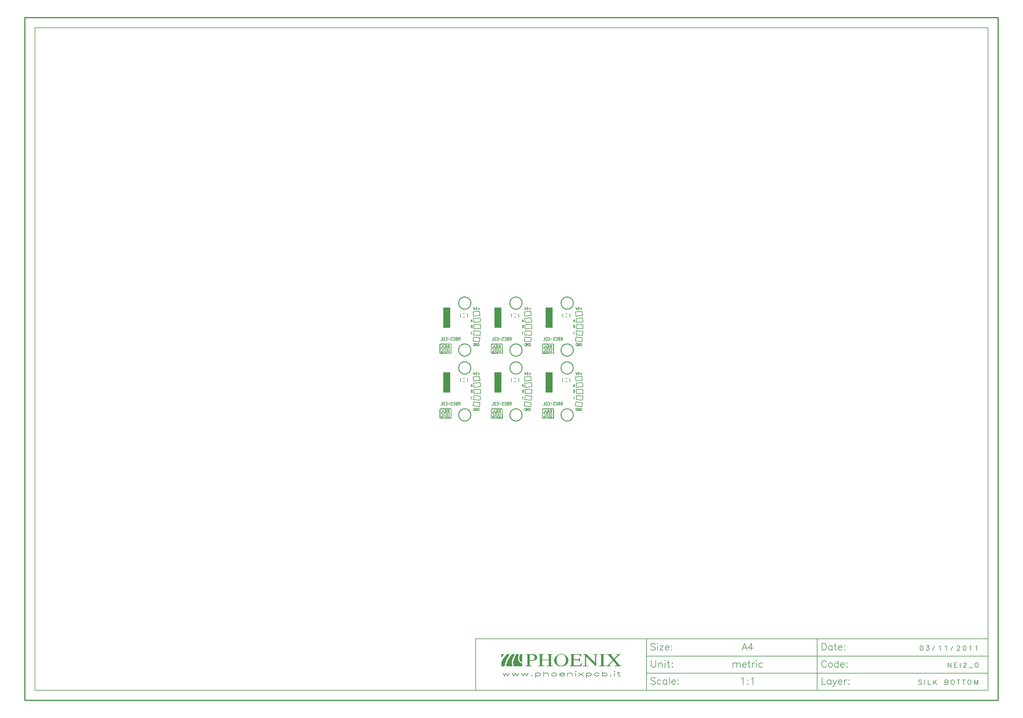
<source format=gbr>
G04 CAM350 V10.2.2 (Build 401) Date:  Thu Nov 03 10:21:45 2011 *
G04 Database: \\SRVPHOENIX\Users\Marina\Documenti\Untitled.cam *
G04 Layer 3: SKB *
%FSLAX33Y33*%
%MOMM*%
%SFA1.000B1.000*%

%MIA0B0*%
%IPPOS*%
%ADD10C,0.25400*%
%ADD23C,0.19990*%
%ADD26C,0.16993*%
%ADD27R,2.00000X5.99999*%
%ADD46C,0.12700*%
%ADD84C,0.20000*%
%ADD112C,0.30000*%
%LNSKB*%
%LPD*%
G36*
X25520Y-62644D02*
G01Y-61414D01*
X26337*
X26338Y-61416*
X26280Y-61474*
Y-61491*
X26228Y-61543*
Y-61561*
X26176Y-61613*
Y-61631*
X26123Y-61683*
Y-61700*
X26071Y-61752*
Y-61770*
X26036Y-61805*
Y-61822*
X26001Y-61857*
Y-61875*
X25949Y-61927*
Y-61944*
X25932Y-61962*
Y-61979*
X25879Y-62031*
Y-62049*
X25844Y-62084*
Y-62101*
X25827Y-62119*
Y-62136*
X25810Y-62154*
Y-62171*
X25792Y-62188*
Y-62206*
X25757Y-62241*
Y-62258*
X25722Y-62293*
Y-62310*
X25705Y-62328*
Y-62345*
X25670Y-62380*
Y-62397*
X25653Y-62415*
Y-62432*
X25635Y-62450*
Y-62467*
X25618Y-62485*
Y-62502*
X25583Y-62537*
Y-62554*
X25566Y-62572*
Y-62589*
X25548Y-62607*
Y-62644*
X25520*
G37*
G36*
X30767Y-62764D02*
G01Y-62602D01*
X30785Y-62585*
Y-62445*
X30802Y-62428*
Y-62323*
X30820Y-62306*
Y-62236*
X30837Y-62219*
Y-62166*
X30854Y-62149*
Y-62114*
X30872Y-62097*
Y-62045*
X30889Y-62027*
Y-61992*
X30907Y-61975*
Y-61940*
X30924Y-61922*
Y-61888*
X30942Y-61870*
Y-61835*
X30959Y-61818*
Y-61783*
X30976Y-61766*
Y-61731*
X30994Y-61713*
Y-61696*
X31011Y-61679*
Y-61661*
X31029Y-61643*
Y-61591*
X31046Y-61574*
Y-61539*
X31064Y-61522*
Y-61469*
X31098Y-61434*
Y-61414*
X31597*
Y-63865*
X31569*
Y-63844*
X31554Y-63829*
X31502Y-63812*
X31484Y-63794*
X31414Y-63759*
X31397Y-63742*
X31362Y-63724*
X31345Y-63707*
X31310Y-63689*
X31292Y-63672*
X31257Y-63655*
X31223Y-63620*
X31188Y-63602*
X31135Y-63550*
X31101Y-63533*
X31011Y-63443*
Y-63426*
X30959Y-63374*
Y-63356*
X30924Y-63321*
Y-63304*
X30907Y-63287*
Y-63269*
X30889Y-63252*
Y-63234*
X30872Y-63217*
Y-63199*
X30854Y-63182*
Y-63147*
X30837Y-63130*
Y-63095*
X30820Y-63077*
Y-63043*
X30802Y-63025*
Y-62955*
X30785Y-62938*
Y-62781*
X30767Y-62764*
G37*
G36*
X54088Y-64963D02*
G01Y-64861D01*
X54236Y-64856*
X54364Y-64839*
X54472Y-64811*
X54561Y-64772*
X54630Y-64721*
X54679Y-64660*
X54709Y-64587*
X54719Y-64502*
Y-61865*
X54709Y-61783*
X54679Y-61713*
X54630Y-61653*
X54561Y-61604*
X54472Y-61566*
X54364Y-61538*
X54236Y-61522*
X54088Y-61517*
Y-61415*
X56006*
Y-61517*
X55858Y-61522*
X55730Y-61538*
X55621Y-61566*
X55533Y-61604*
X55463Y-61653*
X55415Y-61713*
X55385Y-61783*
X55375Y-61865*
Y-64502*
X55385Y-64587*
X55415Y-64660*
X55463Y-64721*
X55533Y-64772*
X55621Y-64811*
X55730Y-64839*
X55858Y-64856*
X56006Y-64861*
Y-64963*
X54088*
G37*
G36*
X25520D02*
G01Y-63857D01*
X25538Y-63840*
Y-63805*
X25555Y-63788*
Y-63770*
X25573Y-63753*
Y-63735*
X25590Y-63718*
Y-63701*
X25607Y-63683*
Y-63648*
X25625Y-63631*
Y-63613*
X25642Y-63596*
Y-63578*
X25660Y-63561*
Y-63526*
X25695Y-63491*
Y-63457*
X25712Y-63439*
Y-63421*
X25730Y-63404*
Y-63387*
X25747Y-63369*
Y-63352*
X25764Y-63334*
Y-63317*
X25782Y-63300*
Y-63282*
X25799Y-63265*
Y-63247*
X25817Y-63230*
Y-63212*
X25834Y-63195*
Y-63178*
X25852Y-63160*
Y-63143*
X25869Y-63125*
Y-63108*
X25886Y-63091*
Y-63073*
X25921Y-63038*
Y-63021*
X25939Y-63003*
Y-62986*
X25956Y-62968*
Y-62951*
X25973Y-62934*
Y-62916*
X26008Y-62881*
Y-62864*
X26043Y-62829*
Y-62812*
X26061Y-62794*
Y-62777*
X26096Y-62742*
Y-62724*
X26113Y-62707*
Y-62689*
X26148Y-62655*
Y-62637*
X26200Y-62585*
Y-62568*
X26252Y-62515*
Y-62498*
X26287Y-62463*
Y-62445*
X26375Y-62358*
Y-62341*
X26462Y-62254*
Y-62236*
X26549Y-62149*
Y-62132*
X26619Y-62062*
Y-62045*
X26671Y-61992*
Y-61975*
X26758Y-61888*
Y-61870*
X26862Y-61766*
Y-61747*
X26897Y-61730*
Y-61713*
X27176Y-61434*
Y-61414*
X28041*
Y-61439*
X27989Y-61491*
Y-61508*
X27849Y-61648*
Y-61683*
X27814Y-61718*
Y-61735*
X27795Y-61755*
X27762Y-61771*
Y-61805*
X27710Y-61857*
Y-61892*
X27692Y-61909*
Y-61927*
X27657Y-61962*
Y-61979*
X27623Y-62014*
Y-62031*
X27605Y-62049*
Y-62066*
X27570Y-62101*
Y-62119*
X27536Y-62154*
Y-62171*
X27518Y-62188*
Y-62206*
X27483Y-62241*
Y-62258*
X27466Y-62275*
Y-62293*
X27431Y-62328*
Y-62345*
X27413Y-62363*
Y-62380*
X27379Y-62415*
Y-62432*
X27344Y-62467*
Y-62485*
X27326Y-62502*
Y-62520*
X27309Y-62537*
Y-62572*
X27289Y-62591*
X27257Y-62608*
Y-62624*
X27239Y-62641*
Y-62659*
X27222Y-62676*
Y-62694*
X27204Y-62711*
Y-62729*
X27187Y-62746*
Y-62764*
X27169Y-62781*
Y-62798*
X27152Y-62816*
Y-62833*
X27134Y-62851*
Y-62868*
X27117Y-62886*
Y-62903*
X27100Y-62920*
Y-62938*
X27082Y-62955*
Y-62973*
X27065Y-62990*
Y-63007*
X27047Y-63025*
Y-63043*
X27030Y-63060*
Y-63095*
X27013Y-63112*
Y-63130*
X26995Y-63147*
Y-63164*
X26978Y-63182*
Y-63217*
X26960Y-63234*
Y-63252*
X26943Y-63269*
Y-63287*
X26925Y-63304*
Y-63339*
X26908Y-63356*
Y-63374*
X26890Y-63391*
Y-63426*
X26873Y-63443*
Y-63461*
X26856Y-63478*
Y-63513*
X26838Y-63530*
Y-63548*
X26821Y-63565*
Y-63600*
X26803Y-63618*
Y-63653*
X26786Y-63670*
Y-63705*
X26768Y-63722*
Y-63740*
X26751Y-63757*
Y-63809*
X26734Y-63827*
Y-63844*
X26716Y-63862*
Y-63949*
X26699Y-63966*
Y-64002*
X26664Y-64020*
Y-64036*
X26646Y-64053*
Y-64106*
X26629Y-64123*
Y-64193*
X26611Y-64210*
Y-64280*
X26594Y-64298*
Y-64367*
X26577Y-64385*
Y-64454*
X26559Y-64472*
Y-64559*
X26542Y-64576*
Y-64646*
X26524Y-64664*
Y-64768*
X26507Y-64786*
Y-64855*
X26490Y-64873*
Y-64963*
X25520*
G37*
G36*
X28954Y-64158D02*
G01Y-63927D01*
X28972Y-63910*
Y-63753*
X28989Y-63735*
Y-63648*
X29007Y-63631*
Y-63561*
X29024Y-63544*
Y-63491*
X29042Y-63474*
Y-63421*
X29059Y-63404*
Y-63369*
X29076Y-63352*
Y-63300*
X29094Y-63282*
Y-63247*
X29111Y-63230*
Y-63195*
X29129Y-63178*
Y-63143*
X29146Y-63125*
Y-63108*
X29164Y-63091*
Y-63055*
X29181Y-63038*
Y-63003*
X29198Y-62986*
Y-62951*
X29216Y-62934*
Y-62916*
X29233Y-62899*
Y-62881*
X29251Y-62864*
Y-62829*
X29268Y-62812*
Y-62777*
X29286Y-62759*
Y-62742*
X29303Y-62724*
Y-62689*
X29320Y-62672*
Y-62637*
X29338Y-62620*
Y-62602*
X29355Y-62585*
Y-62568*
X29373Y-62550*
Y-62515*
X29390Y-62498*
Y-62463*
X29408Y-62445*
Y-62428*
X29425Y-62411*
Y-62358*
X29460Y-62323*
Y-62289*
X29477Y-62271*
Y-62254*
X29495Y-62236*
Y-62219*
X29512Y-62202*
Y-62184*
X29530Y-62166*
Y-62132*
X29547Y-62114*
Y-62097*
X29582Y-62062*
Y-62027*
X29599Y-62010*
Y-61992*
X29634Y-61957*
Y-61940*
X29652Y-61922*
Y-61905*
X29669Y-61888*
Y-61870*
X29704Y-61835*
Y-61818*
X29791Y-61731*
Y-61713*
X29809Y-61696*
Y-61679*
X29826Y-61661*
Y-61643*
X29843Y-61626*
Y-61609*
X29878Y-61574*
Y-61556*
X29896Y-61539*
Y-61522*
X29931Y-61487*
Y-61469*
X29948Y-61452*
Y-61414*
X30729*
X30730Y-61416*
X30708Y-61439*
Y-61456*
X30690Y-61474*
Y-61508*
X30673Y-61526*
Y-61543*
X30656Y-61561*
Y-61596*
X30638Y-61613*
Y-61631*
X30621Y-61648*
Y-61683*
X30603Y-61700*
Y-61718*
X30586Y-61735*
Y-61770*
X30569Y-61787*
Y-61822*
X30551Y-61840*
Y-61875*
X30534Y-61892*
Y-61927*
X30516Y-61944*
Y-61979*
X30499Y-61997*
Y-62066*
X30481Y-62084*
Y-62119*
X30464Y-62136*
Y-62206*
X30447Y-62223*
Y-62310*
X30429Y-62328*
Y-62432*
X30412Y-62450*
Y-62829*
X30429Y-62846*
Y-62916*
X30447Y-62934*
Y-63021*
X30464Y-63038*
Y-63073*
X30499Y-63108*
Y-63160*
X30516Y-63178*
Y-63212*
X30534Y-63230*
Y-63265*
X30551Y-63282*
Y-63300*
X30569Y-63317*
Y-63334*
X30586Y-63352*
Y-63369*
X30621Y-63404*
Y-63421*
X30656Y-63457*
Y-63474*
X30726Y-63544*
Y-63561*
X30743Y-63578*
Y-63596*
X30845Y-63698*
X30880Y-63716*
X30900Y-63735*
Y-63753*
X30915Y-63768*
X30950Y-63785*
X30985Y-63821*
X31020Y-63838*
X31144Y-63962*
Y-63977*
X31227Y-63994*
X31299Y-64030*
X31316Y-64047*
X31454Y-64116*
X31507Y-64134*
X31541Y-64151*
X31597Y-64170*
Y-64963*
X29181*
Y-64925*
X29164Y-64908*
Y-64890*
X29146Y-64873*
Y-64855*
X29129Y-64838*
Y-64803*
X29111Y-64786*
Y-64751*
X29094Y-64733*
Y-64716*
X29076Y-64699*
Y-64664*
X29059Y-64646*
Y-64611*
X29042Y-64594*
Y-64542*
X29024Y-64524*
Y-64489*
X29007Y-64472*
Y-64419*
X28989Y-64402*
Y-64315*
X28972Y-64298*
Y-64176*
X28954Y-64158*
G37*
G36*
X26897Y-64963D02*
G01Y-64903D01*
X26915Y-64886*
Y-64816*
X26932Y-64799*
Y-64729*
X26950Y-64712*
Y-64642*
X26967Y-64624*
Y-64572*
X26985Y-64555*
Y-64485*
X27002Y-64467*
Y-64415*
X27019Y-64398*
Y-64363*
X27037Y-64346*
Y-64311*
X27054Y-64293*
Y-64241*
X27072Y-64223*
Y-64171*
X27089Y-64154*
Y-64136*
X27107Y-64119*
Y-64067*
X27124Y-64049*
Y-64014*
X27142Y-63997*
Y-63962*
X27159Y-63944*
Y-63927*
X27176Y-63910*
Y-63875*
X27194Y-63857*
Y-63823*
X27211Y-63805*
Y-63788*
X27229Y-63770*
Y-63735*
X27246Y-63718*
Y-63683*
X27264Y-63666*
Y-63648*
X27281Y-63631*
Y-63613*
X27298Y-63596*
Y-63561*
X27316Y-63544*
Y-63526*
X27333Y-63509*
Y-63474*
X27351Y-63457*
Y-63439*
X27368Y-63421*
Y-63404*
X27385Y-63387*
Y-63369*
X27403Y-63352*
Y-63334*
X27420Y-63317*
Y-63300*
X27438Y-63282*
Y-63265*
X27455Y-63247*
Y-63230*
X27473Y-63212*
Y-63195*
X27490Y-63178*
Y-63160*
X27508Y-63143*
Y-63125*
X27525Y-63108*
Y-63091*
X27542Y-63073*
Y-63055*
X27560Y-63038*
Y-63021*
X27577Y-63003*
Y-62986*
X27595Y-62968*
Y-62951*
X27612Y-62934*
Y-62916*
X27647Y-62881*
Y-62864*
X27664Y-62846*
Y-62829*
X27699Y-62794*
Y-62777*
X27717Y-62759*
Y-62742*
X27734Y-62724*
Y-62707*
X27769Y-62672*
Y-62655*
X27786Y-62637*
Y-62620*
X27821Y-62585*
Y-62568*
X27839Y-62550*
Y-62533*
X27874Y-62498*
Y-62480*
X27908Y-62445*
Y-62428*
X27943Y-62393*
Y-62376*
X27978Y-62341*
Y-62323*
X28013Y-62289*
Y-62271*
X28048Y-62236*
Y-62219*
X28083Y-62184*
Y-62166*
X28135Y-62114*
Y-62097*
X28187Y-62045*
Y-62027*
X28240Y-61975*
Y-61957*
X28292Y-61905*
Y-61888*
X28362Y-61818*
Y-61800*
X28397Y-61766*
Y-61731*
X28416Y-61711*
X28451Y-61694*
X28501Y-61643*
Y-61626*
X28553Y-61574*
Y-61556*
X28625Y-61484*
X28658Y-61468*
Y-61452*
X28696Y-61414*
X29579*
X29580Y-61416*
X29558Y-61439*
Y-61457*
X29523Y-61475*
Y-61491*
X29453Y-61561*
Y-61578*
X29401Y-61631*
Y-61648*
X29366Y-61683*
Y-61700*
X29348Y-61718*
Y-61735*
X29314Y-61770*
Y-61787*
X29296Y-61805*
Y-61822*
X29261Y-61857*
Y-61875*
X29226Y-61909*
Y-61927*
X29209Y-61944*
Y-61962*
X29191Y-61979*
Y-61997*
X29157Y-62031*
Y-62066*
X29122Y-62101*
Y-62119*
X29104Y-62136*
Y-62154*
X29087Y-62171*
Y-62188*
X29069Y-62206*
Y-62223*
X29052Y-62241*
Y-62275*
X29035Y-62293*
Y-62310*
X29017Y-62328*
Y-62345*
X29000Y-62363*
Y-62380*
X28982Y-62397*
Y-62415*
X28965Y-62432*
Y-62467*
X28947Y-62485*
Y-62502*
X28930Y-62520*
Y-62554*
X28912Y-62572*
Y-62589*
X28895Y-62607*
Y-62641*
X28878Y-62659*
Y-62676*
X28860Y-62694*
Y-62729*
X28843Y-62746*
Y-62781*
X28825Y-62798*
Y-62833*
X28808Y-62851*
Y-62886*
X28791Y-62903*
Y-62938*
X28773Y-62955*
Y-62990*
X28756Y-63007*
Y-63043*
X28738Y-63060*
Y-63077*
X28721Y-63095*
Y-63112*
X28705Y-63127*
X28721Y-63143*
Y-63164*
X28703Y-63182*
Y-63234*
X28686Y-63252*
Y-63287*
X28668Y-63304*
Y-63339*
X28651Y-63356*
Y-63409*
X28634Y-63426*
Y-63478*
X28616Y-63496*
Y-63600*
X28599Y-63618*
Y-64136*
X28616Y-64154*
Y-64241*
X28634Y-64258*
Y-64346*
X28651Y-64363*
Y-64415*
X28668Y-64433*
Y-64467*
X28686Y-64485*
Y-64537*
X28703Y-64555*
Y-64572*
X28721Y-64590*
Y-64624*
X28738Y-64642*
Y-64677*
X28756Y-64694*
Y-64729*
X28773Y-64746*
Y-64764*
X28791Y-64781*
Y-64799*
X28808Y-64816*
Y-64834*
X28825Y-64851*
Y-64886*
X28860Y-64921*
Y-64963*
X26897*
G37*
G36*
X32598D02*
G01Y-64861D01*
X32731Y-64856*
X32846Y-64839*
X32943Y-64811*
X33023Y-64772*
X33085Y-64721*
X33129Y-64660*
X33156Y-64587*
X33165Y-64502*
Y-61865*
X33158Y-61783*
X33137Y-61712*
X33103Y-61654*
X33055Y-61608*
X32978Y-61568*
X32876Y-61540*
X32750Y-61522*
X32598Y-61517*
Y-61415*
X34329*
X34518Y-61418*
X34697Y-61430*
X34864Y-61448*
X35021Y-61474*
X35166Y-61507*
X35301Y-61548*
X35425Y-61595*
X35539Y-61651*
X35650Y-61719*
X35747Y-61795*
X35828Y-61879*
X35896Y-61971*
X35947Y-62071*
X35985Y-62178*
X36007Y-62294*
X36015Y-62417*
X36006Y-62542*
X35980Y-62660*
X35935Y-62770*
X35873Y-62873*
X35794Y-62969*
X35697Y-63056*
X35581Y-63137*
X35449Y-63210*
X35329Y-63264*
X35204Y-63310*
X35074Y-63347*
X34939Y-63376*
X34798Y-63398*
X34654Y-63412*
X34503Y-63417*
X34349Y-63414*
X33821Y-63393*
Y-64529*
X33830Y-64607*
X33857Y-64675*
X33902Y-64732*
X33966Y-64778*
X34047Y-64815*
X34147Y-64841*
X34264Y-64856*
X34400Y-64861*
Y-64963*
X32598*
G37*
G36*
X45473D02*
G01Y-64861D01*
X45606Y-64856*
X45721Y-64839*
X45818Y-64811*
X45898Y-64772*
X45960Y-64721*
X46004Y-64660*
X46031Y-64587*
X46040Y-64502*
Y-61865*
X46033Y-61783*
X46012Y-61712*
X45978Y-61654*
X45930Y-61608*
X45853Y-61568*
X45751Y-61540*
X45625Y-61522*
X45473Y-61517*
Y-61415*
X48890*
Y-62181*
X48755*
X48707Y-62075*
X48641Y-61974*
X48557Y-61882*
X48462Y-61800*
X48353Y-61732*
X48238Y-61679*
X48118Y-61646*
X47996Y-61634*
X47037*
X46957Y-61638*
X46887Y-61649*
X46829Y-61667*
X46781Y-61691*
X46744Y-61723*
X46717Y-61761*
X46701Y-61807*
X46696Y-61860*
Y-62996*
X47687*
X47854Y-62988*
X47999Y-62964*
X48121Y-62924*
X48222Y-62867*
X48300Y-62795*
X48356Y-62706*
X48390Y-62602*
X48401Y-62481*
X48536*
Y-63736*
X48401*
X48386Y-63607*
X48368Y-63550*
X48343Y-63496*
X48310Y-63447*
X48270Y-63401*
X48224Y-63360*
X48169Y-63323*
X48069Y-63276*
X47955Y-63242*
X47828Y-63223*
X47687Y-63216*
X46696*
Y-64529*
X46702Y-64600*
X46720Y-64655*
X46750Y-64696*
X46793Y-64722*
X46870Y-64738*
X47011Y-64743*
X48002*
X48186Y-64731*
X48274Y-64715*
X48361Y-64692*
X48443Y-64664*
X48524Y-64629*
X48678Y-64540*
X48805Y-64437*
X48909Y-64322*
X48991Y-64196*
X49051Y-64057*
X49238*
X48948Y-64963*
X45473*
G37*
G36*
X40963Y-63189D02*
G01X40976Y-63034D01*
X41015Y-62876*
X41076Y-62717*
X41160Y-62557*
X41262Y-62400*
X41382Y-62247*
X41516Y-62099*
X41665Y-61959*
X41823Y-61830*
X41991Y-61711*
X42164Y-61605*
X42344Y-61514*
X42525Y-61441*
X42708Y-61386*
X42889Y-61352*
X43067Y-61340*
X43248Y-61352*
X43432Y-61386*
X43617Y-61440*
X43801Y-61513*
X43980Y-61604*
X44155Y-61709*
X44322Y-61827*
X44481Y-61957*
X44627Y-62097*
X44762Y-62244*
X44880Y-62398*
X44982Y-62554*
X45064Y-62714*
X45126Y-62875*
X45164Y-63033*
X45178Y-63189*
X45168Y-63381*
X45142Y-63564*
X45098Y-63740*
X45036Y-63907*
X44956Y-64067*
X44859Y-64218*
X44744Y-64362*
X44611Y-64497*
X44458Y-64624*
X44295Y-64734*
X44121Y-64827*
X43937Y-64903*
X43743Y-64962*
X43538Y-65004*
X43323Y-65029*
X43099Y-65038*
X42866Y-65029*
X42644Y-65004*
X42433Y-64962*
X42234Y-64903*
X42044Y-64827*
X41866Y-64734*
X41698Y-64624*
X41542Y-64497*
X41406Y-64362*
X41289Y-64218*
X41189Y-64067*
X41108Y-63907*
X41044Y-63740*
X40999Y-63564*
X40972Y-63381*
X40963Y-63189*
G37*
G36*
X36233Y-64963D02*
G01Y-64861D01*
X36366Y-64856*
X36481Y-64839*
X36578Y-64811*
X36658Y-64772*
X36720Y-64721*
X36764Y-64660*
X36790Y-64587*
X36799Y-64502*
Y-61865*
X36790Y-61783*
X36764Y-61713*
X36720Y-61653*
X36658Y-61604*
X36578Y-61566*
X36481Y-61538*
X36366Y-61522*
X36233Y-61517*
Y-61415*
X38022*
Y-61517*
X37889Y-61522*
X37774Y-61538*
X37676Y-61566*
X37597Y-61604*
X37535Y-61653*
X37491Y-61713*
X37464Y-61783*
X37456Y-61865*
Y-63039*
X39405*
Y-61865*
X39396Y-61783*
X39370Y-61713*
X39325Y-61653*
X39264Y-61604*
X39184Y-61566*
X39087Y-61538*
X38972Y-61522*
X38839Y-61517*
Y-61415*
X40628*
Y-61517*
X40495Y-61522*
X40380Y-61538*
X40282Y-61566*
X40203Y-61604*
X40141Y-61653*
X40097Y-61713*
X40070Y-61783*
X40062Y-61865*
Y-64502*
X40070Y-64587*
X40097Y-64660*
X40141Y-64721*
X40203Y-64772*
X40282Y-64811*
X40380Y-64839*
X40495Y-64856*
X40628Y-64861*
Y-64963*
X38839*
Y-64861*
X38972Y-64856*
X39087Y-64839*
X39184Y-64811*
X39264Y-64772*
X39325Y-64721*
X39370Y-64660*
X39396Y-64587*
X39405Y-64502*
Y-63259*
X37456*
Y-64502*
X37464Y-64587*
X37491Y-64660*
X37535Y-64721*
X37597Y-64772*
X37676Y-64811*
X37774Y-64839*
X37889Y-64856*
X38022Y-64861*
Y-64963*
X36233*
G37*
G36*
X56193Y-64861D02*
G01X56278Y-64856D01*
X56364Y-64839*
X56450Y-64810*
X56537Y-64770*
X56624Y-64719*
X56712Y-64656*
X56799Y-64582*
X56888Y-64497*
X58132Y-63215*
X57151Y-62016*
X57047Y-61899*
X56941Y-61798*
X56833Y-61712*
X56725Y-61641*
X56613Y-61587*
X56501Y-61548*
X56386Y-61525*
X56270Y-61517*
Y-61415*
X58207*
Y-61517*
X57993Y-61527*
X57910Y-61539*
X57842Y-61556*
X57789Y-61578*
X57751Y-61604*
X57730Y-61636*
X57724Y-61672*
X57750Y-61752*
X57811Y-61874*
X57937Y-62079*
X58548Y-62798*
X59422Y-61902*
X59473Y-61845*
X59508Y-61789*
X59527Y-61735*
X59532Y-61683*
X59522Y-61644*
X59499Y-61610*
X59462Y-61582*
X59413Y-61558*
X59350Y-61541*
X59274Y-61527*
X59082Y-61517*
Y-61415*
X60607*
Y-61517*
X60494Y-61522*
X60384Y-61540*
X60277Y-61570*
X60173Y-61611*
X60071Y-61664*
X59972Y-61728*
X59876Y-61805*
X59783Y-61892*
X58702Y-62991*
X59918Y-64433*
X60008Y-64534*
X60099Y-64620*
X60190Y-64694*
X60283Y-64754*
X60375Y-64802*
X60469Y-64835*
X60563Y-64855*
X60658Y-64861*
Y-64963*
X58747*
Y-64861*
X58964Y-64852*
X59049Y-64840*
X59119Y-64823*
X59173Y-64801*
X59211Y-64774*
X59235Y-64743*
X59243Y-64706*
X59234Y-64640*
X59207Y-64567*
X59162Y-64490*
X59100Y-64407*
X58304Y-63425*
X57364Y-64395*
X57297Y-64471*
X57248Y-64539*
X57219Y-64598*
X57210Y-64647*
X57218Y-64698*
X57241Y-64741*
X57279Y-64778*
X57332Y-64808*
X57398Y-64832*
X57479Y-64848*
X57575Y-64858*
X57686Y-64861*
Y-64963*
X56193*
Y-64861*
G37*
G36*
X49405Y-64963D02*
G01Y-64861D01*
X49551Y-64855*
X49678Y-64838*
X49784Y-64808*
X49873Y-64766*
X49940Y-64713*
X49990Y-64647*
X50019Y-64570*
X50029Y-64481*
Y-61817*
X49898Y-61685*
X49830Y-61624*
X49742Y-61577*
X49643Y-61543*
X49530Y-61523*
X49405Y-61517*
Y-61415*
X50512*
X52982Y-63993*
Y-61849*
X52972Y-61771*
X52943Y-61704*
X52894Y-61647*
X52826Y-61600*
X52738Y-61564*
X52631Y-61537*
X52504Y-61522*
X52358Y-61517*
Y-61415*
X53890*
Y-61517*
X53743Y-61522*
X53616Y-61539*
X53509Y-61567*
X53421Y-61607*
X53352Y-61657*
X53304Y-61719*
X53275Y-61792*
X53265Y-61876*
Y-65038*
X53177Y-65036*
X50312Y-62090*
Y-64529*
X50322Y-64607*
X50351Y-64675*
X50399Y-64732*
X50468Y-64778*
X50555Y-64815*
X50663Y-64841*
X50790Y-64856*
X50936Y-64861*
Y-64963*
X49405*
G37*
%LPC*%
G36*
X34130Y-63210D02*
G01X34310Y-63216D01*
X34537Y-63203*
X34639Y-63188*
X34735Y-63166*
X34821Y-63138*
X34901Y-63104*
X34973Y-63063*
X35038Y-63016*
X35095Y-62964*
X35144Y-62904*
X35186Y-62839*
X35220Y-62767*
X35247Y-62689*
X35266Y-62605*
X35278Y-62515*
X35282Y-62417*
X35276Y-62320*
X35262Y-62229*
X35238Y-62144*
X35206Y-62065*
X35163Y-61994*
X35112Y-61928*
X35051Y-61868*
X34980Y-61814*
X34900Y-61767*
X34811Y-61727*
X34711Y-61692*
X34604Y-61663*
X34486Y-61642*
X34359Y-61626*
X34223Y-61616*
X34078Y-61613*
X33956Y-61620*
X33914Y-61629*
X33885Y-61640*
X33857Y-61669*
X33837Y-61711*
X33825Y-61768*
X33821Y-61838*
Y-63189*
X34130Y-63210*
G37*
G36*
X41702Y-63374D02*
G01X41718Y-63540D01*
X41745Y-63699*
X41783Y-63848*
X41832Y-63991*
X41892Y-64125*
X41962Y-64251*
X42044Y-64368*
X42138Y-64481*
X42240Y-64577*
X42351Y-64660*
X42470Y-64726*
X42597Y-64779*
X42732Y-64816*
X42876Y-64838*
X43028Y-64845*
X43197Y-64837*
X43357Y-64813*
X43506Y-64773*
X43646Y-64715*
X43776Y-64642*
X43897Y-64553*
X44008Y-64447*
X44109Y-64325*
X44187Y-64208*
X44255Y-64084*
X44313Y-63954*
X44360Y-63816*
X44396Y-63672*
X44423Y-63522*
X44438Y-63364*
X44444Y-63200*
X44439Y-63029*
X44425Y-62865*
X44401Y-62709*
X44368Y-62561*
X44325Y-62421*
X44273Y-62288*
X44212Y-62164*
X44142Y-62047*
X44048Y-61927*
X43945Y-61822*
X43832Y-61734*
X43710Y-61661*
X43578Y-61605*
X43436Y-61565*
X43285Y-61541*
X43125Y-61533*
X42944Y-61541*
X42776Y-61563*
X42619Y-61602*
X42475Y-61655*
X42343Y-61724*
X42222Y-61808*
X42114Y-61907*
X42018Y-62020*
X41942Y-62133*
X41877Y-62255*
X41822Y-62388*
X41777Y-62530*
X41741Y-62682*
X41716Y-62845*
X41701Y-63017*
X41697Y-63200*
X41702Y-63374*
G37*
%LPD*%
G54D27*
X9509Y18121D03*
X24509D03*
X39509D03*
Y37121D03*
X24509D03*
X9509D03*
G54D10*
X16607Y22378D02*
G75*
G03X14807Y24178I-1800D01*
Y24178D02*
G03X16607Y22378J-1800D01*
Y8622D02*
G03X14807Y10422I-1800D01*
Y10422D02*
G03X16607Y8622J-1800D01*
X31607Y22378D02*
G03X29807Y24178I-1800D01*
Y24178D02*
G03X31607Y22378J-1800D01*
Y8622D02*
G03X29807Y10422I-1800D01*
Y10422D02*
G03X31607Y8622J-1800D01*
X46607Y22378D02*
G03X44807Y24178I-1800D01*
Y24178D02*
G03X46607Y22378J-1800D01*
Y8622D02*
G03X44807Y10422I-1800D01*
Y10422D02*
G03X46607Y8622J-1800D01*
Y41378D02*
G03X44807Y43178I-1800D01*
Y43178D02*
G03X46607Y41378J-1800D01*
Y27622D02*
G03X44807Y29422I-1800D01*
Y29422D02*
G03X46607Y27622J-1800D01*
X31607Y41378D02*
G03X29807Y43178I-1800D01*
Y43178D02*
G03X31607Y41378J-1800D01*
Y27622D02*
G03X29807Y29422I-1800D01*
Y29422D02*
G03X31607Y27622J-1800D01*
X16607Y41378D02*
G03X14807Y43178I-1800D01*
Y43178D02*
G03X16607Y41378J-1800D01*
Y27622D02*
G03X14807Y29422I-1800D01*
Y29422D02*
G03X16607Y27622J-1800D01*
G54D23*
X13400Y12369D02*
G01Y11450D01*
Y12369D02*
G01X13114D01*
X13018Y12325*
X12987Y12281*
X12955Y12194*
Y12106*
X12987Y12019*
X13018Y11975*
X13114Y11931*
X13400*
X13177D02*
G01X12955Y11450D01*
X12668Y12369D02*
G01Y11450D01*
Y12369D02*
G01X12382D01*
X12286Y12325*
X12255Y12281*
X12223Y12194*
Y12106*
X12255Y12019*
X12286Y11975*
X12382Y11931*
X12668D02*
G01X12382D01*
X12286Y11887*
X12255Y11844*
X12223Y11756*
Y11625*
X12255Y11537*
X12286Y11494*
X12382Y11450*
X12668*
X11459Y12150D02*
G01X11491Y12237D01*
X11555Y12325*
X11618Y12369*
X11745*
X11809Y12325*
X11873Y12237*
X11905Y12150*
X11936Y12019*
Y11800*
X11905Y11669*
X11873Y11581*
X11809Y11494*
X11745Y11450*
X11618*
X11555Y11494*
X11491Y11581*
X11459Y11669*
X10727Y12237D02*
G01X10791Y12325D01*
X10886Y12369*
X11014*
X11109Y12325*
X11173Y12237*
Y12150*
X11141Y12062*
X11109Y12019*
X11045Y11975*
X10855Y11887*
X10791Y11844*
X10759Y11800*
X10727Y11712*
Y11581*
X10791Y11494*
X10886Y11450*
X11014*
X11109Y11494*
X11173Y11581*
X10441Y11844D02*
G01X9868D01*
X9582Y12369D02*
G01Y11450D01*
Y12369D02*
G01X9168D01*
X9582Y11931D02*
G01X9327D01*
X9582Y11450D02*
G01X9168D01*
X8882Y12369D02*
G01Y11450D01*
Y12369D02*
G01X8659D01*
X8564Y12325*
X8500Y12237*
X8468Y12150*
X8436Y12019*
Y11800*
X8468Y11669*
X8500Y11581*
X8564Y11494*
X8659Y11450*
X8882*
X8150Y12369D02*
G01Y11450D01*
X7768*
X28400Y12369D02*
G01Y11450D01*
Y12369D02*
G01X28114D01*
X28018Y12325*
X27986Y12281*
X27955Y12194*
Y12106*
X27986Y12019*
X28018Y11975*
X28114Y11931*
X28400*
X28177D02*
G01X27955Y11450D01*
X27668Y12369D02*
G01Y11450D01*
Y12369D02*
G01X27382D01*
X27286Y12325*
X27255Y12281*
X27223Y12194*
Y12106*
X27255Y12019*
X27286Y11975*
X27382Y11931*
X27668D02*
G01X27382D01*
X27286Y11887*
X27255Y11844*
X27223Y11756*
Y11625*
X27255Y11537*
X27286Y11494*
X27382Y11450*
X27668*
X26459Y12150D02*
G01X26491Y12237D01*
X26555Y12325*
X26618Y12369*
X26745*
X26809Y12325*
X26873Y12237*
X26905Y12150*
X26936Y12019*
Y11800*
X26905Y11669*
X26873Y11581*
X26809Y11494*
X26745Y11450*
X26618*
X26555Y11494*
X26491Y11581*
X26459Y11669*
X25727Y12237D02*
G01X25791Y12325D01*
X25886Y12369*
X26014*
X26109Y12325*
X26173Y12237*
Y12150*
X26141Y12062*
X26109Y12019*
X26045Y11975*
X25855Y11887*
X25791Y11844*
X25759Y11800*
X25727Y11712*
Y11581*
X25791Y11494*
X25886Y11450*
X26014*
X26109Y11494*
X26173Y11581*
X25441Y11844D02*
G01X24868D01*
X24582Y12369D02*
G01Y11450D01*
Y12369D02*
G01X24168D01*
X24582Y11931D02*
G01X24327D01*
X24582Y11450D02*
G01X24168D01*
X23882Y12369D02*
G01Y11450D01*
Y12369D02*
G01X23659D01*
X23564Y12325*
X23500Y12237*
X23468Y12150*
X23436Y12019*
Y11800*
X23468Y11669*
X23500Y11581*
X23564Y11494*
X23659Y11450*
X23882*
X23150Y12369D02*
G01Y11450D01*
X22768*
X43400Y12369D02*
G01Y11450D01*
Y12369D02*
G01X43114D01*
X43018Y12325*
X42986Y12281*
X42955Y12194*
Y12106*
X42986Y12019*
X43018Y11975*
X43114Y11931*
X43400*
X43177D02*
G01X42955Y11450D01*
X42668Y12369D02*
G01Y11450D01*
Y12369D02*
G01X42382D01*
X42286Y12325*
X42255Y12281*
X42223Y12194*
Y12106*
X42255Y12019*
X42286Y11975*
X42382Y11931*
X42668D02*
G01X42382D01*
X42286Y11887*
X42255Y11844*
X42223Y11756*
Y11625*
X42255Y11537*
X42286Y11494*
X42382Y11450*
X42668*
X41459Y12150D02*
G01X41491Y12237D01*
X41555Y12325*
X41618Y12369*
X41745*
X41809Y12325*
X41873Y12237*
X41905Y12150*
X41936Y12019*
Y11800*
X41905Y11669*
X41873Y11581*
X41809Y11494*
X41745Y11450*
X41618*
X41555Y11494*
X41491Y11581*
X41459Y11669*
X40727Y12237D02*
G01X40791Y12325D01*
X40886Y12369*
X41014*
X41109Y12325*
X41173Y12237*
Y12150*
X41141Y12062*
X41109Y12019*
X41045Y11975*
X40855Y11887*
X40791Y11844*
X40759Y11800*
X40727Y11712*
Y11581*
X40791Y11494*
X40886Y11450*
X41014*
X41109Y11494*
X41173Y11581*
X40441Y11844D02*
G01X39868D01*
X39582Y12369D02*
G01Y11450D01*
Y12369D02*
G01X39168D01*
X39582Y11931D02*
G01X39327D01*
X39582Y11450D02*
G01X39168D01*
X38882Y12369D02*
G01Y11450D01*
Y12369D02*
G01X38659D01*
X38564Y12325*
X38500Y12237*
X38468Y12150*
X38436Y12019*
Y11800*
X38468Y11669*
X38500Y11581*
X38564Y11494*
X38659Y11450*
X38882*
X38150Y12369D02*
G01Y11450D01*
X37768*
X43400Y31369D02*
G01Y30450D01*
Y31369D02*
G01X43114D01*
X43018Y31325*
X42986Y31281*
X42955Y31194*
Y31106*
X42986Y31019*
X43018Y30975*
X43114Y30931*
X43400*
X43177D02*
G01X42955Y30450D01*
X42668Y31369D02*
G01Y30450D01*
Y31369D02*
G01X42382D01*
X42286Y31325*
X42255Y31281*
X42223Y31194*
Y31106*
X42255Y31019*
X42286Y30975*
X42382Y30931*
X42668D02*
G01X42382D01*
X42286Y30887*
X42255Y30844*
X42223Y30756*
Y30625*
X42255Y30537*
X42286Y30494*
X42382Y30450*
X42668*
X41459Y31150D02*
G01X41491Y31237D01*
X41555Y31325*
X41618Y31369*
X41745*
X41809Y31325*
X41873Y31237*
X41905Y31150*
X41936Y31019*
Y30800*
X41905Y30669*
X41873Y30581*
X41809Y30494*
X41745Y30450*
X41618*
X41555Y30494*
X41491Y30581*
X41459Y30669*
X40727Y31237D02*
G01X40791Y31325D01*
X40886Y31369*
X41014*
X41109Y31325*
X41173Y31237*
Y31150*
X41141Y31062*
X41109Y31019*
X41045Y30975*
X40855Y30887*
X40791Y30844*
X40759Y30800*
X40727Y30712*
Y30581*
X40791Y30494*
X40886Y30450*
X41014*
X41109Y30494*
X41173Y30581*
X40441Y30844D02*
G01X39868D01*
X39582Y31369D02*
G01Y30450D01*
Y31369D02*
G01X39168D01*
X39582Y30931D02*
G01X39327D01*
X39582Y30450D02*
G01X39168D01*
X38882Y31369D02*
G01Y30450D01*
Y31369D02*
G01X38659D01*
X38564Y31325*
X38500Y31237*
X38468Y31150*
X38436Y31019*
Y30800*
X38468Y30669*
X38500Y30581*
X38564Y30494*
X38659Y30450*
X38882*
X38150Y31369D02*
G01Y30450D01*
X37768*
X28400Y31369D02*
G01Y30450D01*
Y31369D02*
G01X28114D01*
X28018Y31325*
X27986Y31281*
X27955Y31194*
Y31106*
X27986Y31019*
X28018Y30975*
X28114Y30931*
X28400*
X28177D02*
G01X27955Y30450D01*
X27668Y31369D02*
G01Y30450D01*
Y31369D02*
G01X27382D01*
X27286Y31325*
X27255Y31281*
X27223Y31194*
Y31106*
X27255Y31019*
X27286Y30975*
X27382Y30931*
X27668D02*
G01X27382D01*
X27286Y30887*
X27255Y30844*
X27223Y30756*
Y30625*
X27255Y30537*
X27286Y30494*
X27382Y30450*
X27668*
X26459Y31150D02*
G01X26491Y31237D01*
X26555Y31325*
X26618Y31369*
X26745*
X26809Y31325*
X26873Y31237*
X26905Y31150*
X26936Y31019*
Y30800*
X26905Y30669*
X26873Y30581*
X26809Y30494*
X26745Y30450*
X26618*
X26555Y30494*
X26491Y30581*
X26459Y30669*
X25727Y31237D02*
G01X25791Y31325D01*
X25886Y31369*
X26014*
X26109Y31325*
X26173Y31237*
Y31150*
X26141Y31062*
X26109Y31019*
X26045Y30975*
X25855Y30887*
X25791Y30844*
X25759Y30800*
X25727Y30712*
Y30581*
X25791Y30494*
X25886Y30450*
X26014*
X26109Y30494*
X26173Y30581*
X25441Y30844D02*
G01X24868D01*
X24582Y31369D02*
G01Y30450D01*
Y31369D02*
G01X24168D01*
X24582Y30931D02*
G01X24327D01*
X24582Y30450D02*
G01X24168D01*
X23882Y31369D02*
G01Y30450D01*
Y31369D02*
G01X23659D01*
X23564Y31325*
X23500Y31237*
X23468Y31150*
X23436Y31019*
Y30800*
X23468Y30669*
X23500Y30581*
X23564Y30494*
X23659Y30450*
X23882*
X23150Y31369D02*
G01Y30450D01*
X22768*
X13400Y31369D02*
G01Y30450D01*
Y31369D02*
G01X13114D01*
X13018Y31325*
X12987Y31281*
X12955Y31194*
Y31106*
X12987Y31019*
X13018Y30975*
X13114Y30931*
X13400*
X13177D02*
G01X12955Y30450D01*
X12668Y31369D02*
G01Y30450D01*
Y31369D02*
G01X12382D01*
X12286Y31325*
X12255Y31281*
X12223Y31194*
Y31106*
X12255Y31019*
X12286Y30975*
X12382Y30931*
X12668D02*
G01X12382D01*
X12286Y30887*
X12255Y30844*
X12223Y30756*
Y30625*
X12255Y30537*
X12286Y30494*
X12382Y30450*
X12668*
X11459Y31150D02*
G01X11491Y31237D01*
X11555Y31325*
X11618Y31369*
X11745*
X11809Y31325*
X11873Y31237*
X11905Y31150*
X11936Y31019*
Y30800*
X11905Y30669*
X11873Y30581*
X11809Y30494*
X11745Y30450*
X11618*
X11555Y30494*
X11491Y30581*
X11459Y30669*
X10727Y31237D02*
G01X10791Y31325D01*
X10886Y31369*
X11014*
X11109Y31325*
X11173Y31237*
Y31150*
X11141Y31062*
X11109Y31019*
X11045Y30975*
X10855Y30887*
X10791Y30844*
X10759Y30800*
X10727Y30712*
Y30581*
X10791Y30494*
X10886Y30450*
X11014*
X11109Y30494*
X11173Y30581*
X10441Y30844D02*
G01X9868D01*
X9582Y31369D02*
G01Y30450D01*
Y31369D02*
G01X9168D01*
X9582Y30931D02*
G01X9327D01*
X9582Y30450D02*
G01X9168D01*
X8882Y31369D02*
G01Y30450D01*
Y31369D02*
G01X8659D01*
X8564Y31325*
X8500Y31237*
X8468Y31150*
X8436Y31019*
Y30800*
X8468Y30669*
X8500Y30581*
X8564Y30494*
X8659Y30450*
X8882*
X8150Y31369D02*
G01Y30450D01*
X7768*
G54D26*
X15617Y19308D02*
G01Y18292D01*
X13483D02*
G01Y19308D01*
X17421Y17933D02*
G01X17484Y16735D01*
X19381Y16835*
X19318Y18033*
X17421Y17933*
X17500Y16100D02*
G01Y14900D01*
X19400*
Y16100*
X17500*
X17484Y14265D02*
G01X17421Y13067D01*
X19318Y12967*
X19381Y14165*
X17484Y14265*
X17371Y12433D02*
G01X17245Y11240D01*
X19135Y11041*
X19260Y12234*
X17371Y12433*
X17245Y19760D02*
G01X17371Y18567D01*
X19260Y18766*
X19135Y19959*
X17245Y19760*
X18905Y21025D02*
G01Y20350D01*
X19150Y20688D02*
G01X18659D01*
X18059Y21137D02*
G01X18332D01*
X18359Y20800*
X18332Y20837*
X18250Y20875*
X18168*
X18087Y20837*
X18032Y20762*
X18005Y20650*
X18032Y20575*
X18059Y20462*
X18114Y20388*
X18196Y20350*
X18277*
X18359Y20388*
X18387Y20425*
X18414Y20500*
X17759Y21137D02*
G01X17541Y20350D01*
X17323Y21137D02*
G01X17541Y20350D01*
X18641Y10450D02*
G01X18668Y10525D01*
X18723Y10600*
X18777Y10638*
X18886*
X18941Y10600*
X18996Y10525*
X19023Y10450*
X19050Y10338*
Y10150*
X19023Y10038*
X18996Y9962*
X18941Y9887*
X18886Y9850*
X18777*
X18723Y9887*
X18668Y9962*
X18641Y10038*
Y10150*
X18777D02*
G01X18641D01*
X18395Y10638D02*
G01Y9850D01*
Y10638D02*
G01X18014Y9850D01*
Y10638D02*
G01Y9850D01*
X17768Y10638D02*
G01Y9850D01*
Y10638D02*
G01X17577D01*
X17496Y10600*
X17441Y10525*
X17414Y10450*
X17387Y10338*
Y10150*
X17414Y10038*
X17441Y9962*
X17496Y9887*
X17577Y9850*
X17768*
X16832Y17638D02*
G01X17050Y16850D01*
X16832Y17638D02*
G01X16614Y16850D01*
X16968Y17112D02*
G01X16696D01*
X17050Y15937D02*
G01Y15150D01*
Y15937D02*
G01X16805D01*
X16723Y15900*
X16696Y15863*
X16668Y15787*
Y15712*
X16696Y15638*
X16723Y15600*
X16805Y15563*
X17050D02*
G01X16805D01*
X16723Y15525*
X16696Y15487*
X16668Y15412*
Y15300*
X16696Y15225*
X16723Y15187*
X16805Y15150*
X17050*
X16750Y14038D02*
G01Y13250D01*
X7700Y10400D02*
G01Y10397D01*
X7687*
Y10394*
X7672*
Y10391*
X7660*
Y10388*
X7650*
Y10385*
X7644*
Y10381*
X7635*
Y10378*
X7629*
Y10375*
X7623*
Y10372*
X7617*
Y10369*
X7614*
Y10366*
X7608*
Y10363*
X7602*
Y10360*
X7599*
Y10357*
X7596*
Y10354*
X7590*
Y10351*
X7587*
Y10348*
X7584*
Y10345*
X7581*
Y10342*
X7578*
Y10339*
X7575*
Y10336*
X7572*
Y10333*
X7569*
Y10330*
X7566*
Y10327*
X7563*
Y10324*
X7560*
Y10318*
X7557*
Y10315*
X7553*
Y10309*
X7551*
Y10306*
X7548*
Y10299*
X7545*
Y10293*
X7542*
Y10287*
X7538*
Y10281*
X7535*
Y10272*
X7532*
Y10263*
X7529*
Y10251*
X7526*
X7532Y7787*
X7535*
Y7775*
X7538*
Y7766*
X7541*
Y7757*
X7544*
Y7751*
X7547*
Y7745*
X7550*
Y7739*
X7553*
Y7733*
X7557*
Y7729*
X7560*
Y7723*
X7563*
Y7720*
X7566*
Y7714*
X7569*
Y7711*
X7572*
Y7708*
X7575*
Y7705*
X7578*
Y7702*
X7581*
Y7699*
X7584*
Y7696*
X7587*
Y7693*
X7590*
Y7690*
X7593*
Y7687*
X7596*
Y7684*
X7602*
Y7681*
X7605*
Y7678*
X7608*
Y7675*
X7614*
Y7672*
X7620*
Y7669*
X7623*
Y7666*
X7629*
Y7663*
X7635*
Y7660*
X7642*
Y7657*
X7651*
Y7654*
X7657*
Y7651*
X7669*
Y7648*
X7696*
Y7645*
X10830Y7652*
X10824Y10255*
X10821*
Y10270*
X10818*
Y10280*
X10815*
Y10289*
X10812*
Y10295*
X10809*
Y10301*
X10806*
Y10307*
X10803*
Y10313*
X10800*
Y10316*
X10797*
Y10322*
X10794*
Y10325*
X10791*
Y10328*
X10788*
Y10334*
X10785*
Y10337*
X10782*
Y10340*
X10779*
Y10343*
X10776*
Y10346*
X10773*
Y10349*
X10770*
Y10352*
X10767*
Y10355*
X10764*
Y10358*
X10760*
Y10361*
X10754*
Y10364*
X10751*
Y10368*
X10745Y10367*
Y10370*
X10742*
Y10373*
X10736*
Y10376*
X10733*
Y10379*
X10727*
Y10383*
X10721*
Y10386*
X10715*
Y10389*
X10706*
Y10392*
X10700*
Y10395*
X10688Y10394*
Y10397*
X10678*
Y10401*
X10663*
Y10404*
X10650*
Y10407*
X7700Y10400*
X7701Y10357D02*
G01X10654Y10364D01*
Y10361*
X10669*
Y10358*
X10681*
Y10355*
X10690*
Y10352*
X10696*
Y10349*
X10705*
Y10346*
X10708*
Y10343*
X10714*
Y10340*
X10720*
Y10337*
X10723*
Y10334*
X10729*
Y10331*
X10733*
Y10328*
X10736*
Y10325*
X10742*
Y10322*
X10745*
Y10319*
X10748*
Y10316*
X10751*
Y10313*
X10754*
Y10310*
X10757*
Y10304*
X10760*
Y10301*
X10763*
Y10298*
X10766*
Y10292*
X10769*
Y10289*
X10772*
Y10282*
X10775*
Y10276*
X10778*
Y10267*
X10781*
Y10258*
X10784*
Y10246*
X10787*
X10793Y7688*
X7707Y7681*
Y7684*
X7692*
Y7687*
X7680*
Y7690*
X7671*
Y7693*
X7665*
Y7696*
X7656*
Y7700*
X7650*
Y7703*
X7647*
Y7706*
X7641Y7705*
Y7708*
X7634*
Y7711*
X7631*
Y7714*
X7628*
Y7718*
X7622*
Y7721*
X7619*
Y7724*
X7616*
Y7727*
X7613*
Y7730*
X7610*
Y7733*
X7607*
Y7736*
X7604*
Y7742*
X7601*
Y7745*
X7598*
Y7748*
X7595*
Y7754*
X7592*
Y7757*
X7589*
Y7763*
X7586*
Y7769*
X7583*
Y7778*
X7580*
Y7787*
X7577*
Y7799*
X7574*
X7568Y10239*
X7571*
Y10251*
X7574*
Y10260*
X7577*
Y10269*
X7580*
Y10275*
X7583*
Y10281*
X7586*
Y10284*
X7589*
Y10290*
X7592*
Y10293*
X7595*
Y10296*
X7598*
Y10302*
X7601*
Y10306*
X7604*
Y10309*
X7607*
Y10312*
X7610*
Y10315*
X7613*
Y10318*
X7616*
Y10321*
X7623*
Y10324*
X7626*
Y10327*
X7629*
Y10330*
X7635*
Y10333*
X7641*
Y10336*
X7644*
Y10339*
X7650*
Y10342*
X7659*
Y10345*
X7665*
Y10348*
X7674*
Y10351*
X7686*
Y10354*
X7701*
Y10357*
X9844Y9493D02*
G01X9847Y7988D01*
X10266Y7989*
X10263Y9494*
X9844Y9493*
X9993Y10115D02*
G01Y10112D01*
X9977*
X9978Y10109*
X9965*
Y10106*
X9956*
Y10103*
X9950*
Y10100*
X9941*
Y10097*
X9935*
Y10094*
X9929*
Y10091*
X9923*
Y10088*
X9917*
Y10085*
X9914*
Y10082*
X9908*
Y10079*
X9905*
Y10076*
X9902*
Y10073*
X9896*
Y10070*
X9893*
Y10067*
X9889*
X9890Y10063*
X9887*
Y10060*
X9884*
Y10057*
X9881*
Y10054*
X9878*
Y10051*
X9875*
Y10048*
X9871*
Y10045*
X9868*
Y10042*
X9865*
Y10039*
X9862*
Y10036*
X9859*
Y10033*
X9856*
Y10027*
X9853*
Y10024*
X9850*
Y10021*
X9847*
Y10015*
X9844*
Y10012*
X9841*
Y10006*
X9838*
Y9999*
X9835*
Y9993*
X9832*
Y9988*
X9829Y9987*
Y9981*
X9826*
Y9972*
X9823*
Y9963*
X9820*
Y9951*
X9817*
Y9936*
X9814*
Y9909*
X9811*
Y9881*
X9814*
Y9851*
X9817*
Y9836*
X9820*
Y9826*
X9823*
Y9818*
X9826*
Y9808*
X9830*
Y9802*
X9833*
Y9793*
X9836*
Y9787*
X9839*
Y9784*
X9842*
Y9778*
X9845*
Y9772*
X9848*
Y9769*
X9851*
Y9763*
X9854*
Y9760*
X9857*
Y9757*
X9860*
Y9751*
X9863*
Y9748*
X9866*
Y9745*
X9869*
Y9742*
X9872*
Y9739*
X9875*
Y9736*
X9878*
Y9733*
X9881*
Y9730*
X9884*
Y9727*
X9887*
Y9724*
X9891*
Y9721*
X9896*
X9897Y9718*
X9899*
Y9714*
X9902*
Y9711*
X9905*
Y9708*
X9912*
Y9705*
X9915*
Y9702*
X9921*
Y9699*
X9927*
Y9696*
X9933*
Y9693*
X9939*
Y9690*
X9945*
Y9687*
X9951*
Y9684*
X9960*
Y9681*
X9972*
Y9678*
X9984*
Y9675*
X10003*
Y9672*
X10060*
Y9675*
X10079*
Y9678*
X10094*
Y9681*
X10103Y9682*
Y9685*
X10112*
Y9688*
X10118*
Y9691*
X10124*
Y9694*
X10130*
Y9697*
X10136*
Y9700*
X10142*
Y9703*
X10148*
Y9706*
X10151*
Y9709*
X10157*
Y9712*
X10161*
Y9715*
X10164*
Y9718*
X10170*
Y9721*
X10172*
Y9724*
X10175*
Y9727*
X10179*
Y9730*
X10182*
Y9733*
X10185*
Y9736*
X10188*
Y9739*
X10191*
Y9742*
X10194*
Y9745*
X10197*
Y9749*
X10200*
Y9752*
X10203*
Y9755*
X10206*
Y9761*
X10209*
Y9764*
X10212*
Y9767*
X10215*
Y9773*
X10218*
Y9776*
X10221*
Y9782*
X10224*
Y9788*
X10227*
Y9794*
X10230*
Y9800*
X10233*
Y9806*
X10236*
Y9812*
X10239*
Y9821*
X10242*
Y9834*
X10245*
Y9846*
X10248*
Y9864*
X10251*
Y9928*
X10248*
Y9946*
X10245*
Y9958*
X10242*
Y9967*
X10239*
Y9976*
X10236*
Y9985*
X10233*
Y9991*
X10230*
Y9997*
X10227*
Y10004*
X10224*
Y10010*
X10220*
Y10013*
X10217*
Y10019*
X10214*
Y10022*
X10211*
Y10028*
X10208*
Y10031*
X10205*
Y10034*
X10202*
Y10037*
X10199*
Y10040*
X10196*
Y10046*
X10193*
Y10049*
X10190*
Y10052*
X10187*
Y10055*
X10184*
Y10058*
X10181*
Y10061*
X10178*
Y10064*
X10172*
Y10067*
X10169*
Y10070*
X10166*
Y10073*
X10163*
Y10076*
X10157*
Y10079*
X10154*
Y10082*
X10148*
Y10085*
X10145*
Y10088*
X10138*
Y10091*
X10132*
Y10094*
X10126*
Y10097*
X10120*
Y10100*
X10114*
Y10103*
X10105*
Y10106*
X10096*
Y10109*
X10084*
Y10113*
X10069Y10112*
Y10115*
X9993*
X9094Y9491D02*
G01X9097Y7986D01*
X9516Y7987*
X9513Y9492*
X9094Y9491*
X9251Y10114D02*
G01Y10110D01*
X9233*
Y10107*
X9220*
Y10104*
X9211*
Y10101*
X9205*
Y10098*
X9196*
Y10095*
X9190*
Y10092*
X9184*
Y10089*
X9178*
Y10086*
X9175*
Y10083*
X9169*
Y10080*
X9163*
Y10077*
X9160*
Y10074*
X9157*
Y10071*
X9151*
Y10068*
X9148*
Y10065*
X9145*
Y10062*
X9142*
Y10059*
X9139*
Y10056*
X9136*
Y10053*
X9133*
Y10050*
X9130*
Y10046*
X9126*
Y10043*
X9123*
Y10040*
X9120*
Y10037*
X9117*
Y10034*
X9115*
Y10031*
X9111*
Y10025*
X9108*
Y10022*
X9105*
Y10016*
X9102*
Y10013*
X9099*
Y10007*
X9096*
Y10004*
X9093*
Y9998*
X9090*
Y9992*
X9087*
Y9986*
X9084*
Y9977*
X9081*
Y9971*
X9078*
Y9961*
X9075*
Y9949*
X9072*
Y9934*
X9069*
Y9852*
X9072*
Y9837*
X9075*
Y9825*
X9078*
Y9816*
X9082*
Y9807*
X9085*
Y9801*
X9088*
Y9794*
X9091*
Y9788*
X9094*
Y9783*
X9097*
Y9776*
X9100*
Y9770*
X9103*
Y9767*
X9106*
Y9764*
X9109*
Y9758*
X9112*
Y9755*
X9115*
Y9752*
X9118*
Y9746*
X9121*
Y9743*
X9124*
Y9740*
X9127*
Y9737*
X9130*
Y9734*
X9133*
Y9731*
X9136*
Y9728*
X9139*
Y9725*
X9142*
Y9722*
X9146*
Y9719*
X9152*
Y9716*
X9155*
Y9713*
X9158*
Y9710*
X9164*
Y9707*
X9167*
Y9704*
X9173*
Y9701*
X9176*
Y9698*
X9182*
Y9695*
X9188*
Y9692*
X9194*
Y9689*
X9200*
Y9686*
X9209*
Y9682*
X9215*
Y9680*
X9228*
Y9677*
X9240*
Y9674*
X9258*
Y9671*
X9315*
Y9674*
X9337*
Y9677*
X9349*
Y9680*
X9358*
Y9683*
X9367*
Y9686*
X9373*
Y9689*
X9382*
Y9692*
X9388*
Y9695*
X9391*
Y9698*
X9397*
Y9701*
X9403*
Y9704*
X9406*
Y9707*
X9412*
Y9710*
X9416*
Y9713*
X9422*
Y9717*
X9425*
Y9720*
X9428*
Y9723*
X9431*
Y9726*
X9434*
Y9729*
X9437*
Y9732*
X9440*
Y9735*
X9443*
Y9738*
X9446*
Y9741*
X9449*
Y9744*
X9452*
Y9747*
X9455*
Y9750*
X9458*
Y9753*
X9461*
Y9756*
X9464*
Y9762*
X9467*
Y9765*
X9470*
Y9771*
X9473*
Y9774*
X9476*
Y9780*
X9479*
Y9783*
X9482*
Y9789*
X9485*
Y9796*
X9488*
Y9805*
X9491*
Y9811*
X9494*
Y9820*
X9497*
Y9829*
X9500*
Y9841*
X9503*
Y9859*
X9506*
Y9929*
X9503*
Y9947*
X9500*
Y9959*
X9497*
Y9968*
X9494*
Y9978*
X9491*
Y9984*
X9488Y9983*
Y9990*
X9485*
Y9996*
X9482*
Y10002*
X9479*
Y10008*
X9475*
Y10011*
X9472*
Y10017*
X9469*
Y10020*
X9466*
Y10026*
X9463*
Y10029*
X9460*
Y10032*
X9457*
Y10038*
X9454*
Y10041*
X9451*
Y10044*
X9448*
Y10047*
X9445*
Y10050*
X9442*
Y10053*
X9439*
Y10056*
X9436*
Y10059*
X9433*
Y10062*
X9430*
Y10065*
X9424*
Y10068*
X9421*
Y10071*
X9418*
Y10074*
X9412*
Y10077*
X9409*
Y10080*
X9403*
Y10084*
X9400*
Y10087*
X9393*
Y10090*
X9387*
Y10093*
X9381*
Y10096*
X9375Y10095*
Y10099*
X9369*
Y10102*
X9360*
Y10105*
X9351*
Y10108*
X9339*
Y10111*
X9324*
Y10114*
X9251*
X8293Y9889D02*
G01X8294Y9392D01*
X7900Y9391*
Y9157*
X8295Y9158*
X8296Y8357*
X8294*
Y8324*
X8291*
Y8302*
X8288*
Y8290*
X8284*
Y8278*
X8281*
X8282Y8266*
X8279*
Y8257*
X8276*
Y8251*
X8273*
Y8245*
X8269*
Y8238*
X8266*
Y8232*
X8263*
Y8226*
X8260*
Y8223*
X8257*
Y8217*
X8254*
Y8214*
X8251*
Y8211*
X8248*
Y8208*
X8245*
Y8205*
X8242*
Y8202*
X8239*
Y8199*
X8236*
Y8196*
X8230*
Y8193*
X8227*
Y8190*
X8221*
Y8187*
X8215*
Y8184*
X8209*
Y8181*
X8203*
Y8178*
X8194*
Y8175*
X8182*
Y8172*
X8169Y8171*
X8170Y8169*
X8148Y8168*
Y8165*
X8057*
Y8168*
X8030*
Y8171*
X8009*
Y8174*
X7994*
Y8177*
X7978*
Y8180*
X7963*
Y8183*
X7951*
Y8186*
X7939*
Y8189*
X7930*
Y8192*
X7918*
Y8195*
X7915*
Y7956*
X7921*
Y7952*
X7927*
Y7949*
X7936*
Y7946*
X7946Y7947*
Y7944*
X7955*
Y7941*
X7964*
Y7938*
X7976*
Y7934*
X7988*
Y7931*
X8000*
Y7928*
X8015Y7929*
Y7926*
X8030*
Y7923*
X8046*
Y7919*
X8064*
Y7916*
X8088*
Y7913*
X8113Y7914*
Y7911*
X8143*
Y7908*
X8185*
Y7904*
X8325Y7905*
Y7908*
X8352*
Y7911*
X8370*
Y7914*
X8386*
Y7917*
X8398*
Y7920*
X8410*
Y7923*
X8419*
Y7926*
X8428*
Y7929*
X8437*
Y7932*
X8446*
Y7935*
X8452*
Y7939*
X8461*
Y7942*
X8467*
Y7945*
X8473*
Y7948*
X8480*
Y7951*
X8486*
Y7954*
X8492*
Y7957*
X8498*
Y7960*
X8504*
Y7963*
X8507*
Y7966*
X8513*
Y7969*
X8516*
Y7972*
X8522*
Y7975*
X8525*
Y7978*
X8531*
Y7981*
X8534*
Y7984*
X8540*
Y7987*
X8543*
Y7990*
X8546*
Y7993*
X8549*
Y7996*
X8555*
Y7999*
X8558*
Y8003*
X8561*
Y8006*
X8564*
Y8009*
X8567*
Y8012*
X8570*
Y8015*
X8574*
Y8018*
X8577*
Y8021*
X8579*
Y8024*
X8582*
Y8027*
X8585*
Y8030*
X8589*
Y8033*
X8592*
Y8036*
X8595*
Y8039*
X8598*
Y8042*
X8601*
Y8045*
X8604*
Y8048*
X8607*
Y8054*
X8610*
Y8057*
X8613*
Y8060*
X8616*
Y8066*
X8619*
Y8069*
X8622*
Y8072*
X8625*
Y8078*
X8628*
Y8082*
X8631*
Y8088*
X8634*
Y8091*
X8637*
Y8097*
X8640*
Y8103*
X8643*
Y8106*
X8646*
Y8112*
X8649*
Y8118*
X8652*
Y8124*
X8655*
Y8130*
X8658*
Y8136*
X8661*
Y8142*
X8664*
Y8151*
X8667*
Y8157*
X8670*
Y8164*
X8673*
Y8173*
X8676*
Y8182*
X8679*
Y8191*
X8682*
Y8200*
X8685*
Y8209*
X8688*
Y8221*
X8691*
Y8233*
X8694*
Y8246*
X8697*
Y8261*
X8700*
Y8276*
X8703*
Y8294*
X8706*
Y8319*
X8709*
Y8352*
X8712*
X8710Y9162*
X8889*
Y9389*
X8695*
Y9395*
X8692*
Y9408*
X8689*
Y9420*
X8686*
Y9429*
X8682*
Y9441*
X8679*
Y9450*
X8676*
Y9462*
X8673*
Y9474*
X8670*
Y9483*
X8667*
Y9496*
X8664*
Y9505*
X8661*
Y9517*
X8658*
Y9529*
X8655*
Y9538*
X8652*
Y9550*
X8649*
Y9559*
X8646*
Y9571*
X8643*
Y9583*
X8640*
Y9593*
X8637*
Y9605*
X8633*
Y9614*
X8630*
Y9626*
X8627*
Y9638*
X8624*
Y9647*
X8621*
Y9659*
X8618*
Y9669*
X8615Y9668*
Y9680*
X8612*
Y9693*
X8609*
Y9702*
X8606*
Y9714*
X8603*
Y9723*
X8600*
Y9735*
X8597*
Y9747*
X8594*
Y9756*
X8591*
Y9768*
X8587*
Y9777*
X8584*
Y9790*
X8581*
Y9802*
X8578*
Y9811*
X8575*
Y9823*
X8572*
Y9835*
X8569*
Y9844*
X8566*
Y9856*
X8563*
Y9865*
X8560*
Y9878*
X8557*
Y9890*
X8293Y9889*
X14744Y18292D02*
G01X14356D01*
Y19308D02*
G01X14744D01*
X30617D02*
G01Y18292D01*
X28483D02*
G01Y19308D01*
X32421Y17933D02*
G01X32484Y16735D01*
X34381Y16835*
X34318Y18033*
X32421Y17933*
X32500Y16100D02*
G01Y14900D01*
X34400*
Y16100*
X32500*
X32484Y14265D02*
G01X32421Y13067D01*
X34318Y12967*
X34381Y14165*
X32484Y14265*
X32371Y12433D02*
G01X32245Y11240D01*
X34135Y11041*
X34260Y12234*
X32371Y12433*
X32245Y19760D02*
G01X32371Y18567D01*
X34260Y18766*
X34135Y19959*
X32245Y19760*
X33905Y21025D02*
G01Y20350D01*
X34150Y20688D02*
G01X33659D01*
X33059Y21137D02*
G01X33332D01*
X33359Y20800*
X33332Y20837*
X33250Y20875*
X33168*
X33087Y20837*
X33032Y20762*
X33005Y20650*
X33032Y20575*
X33059Y20462*
X33114Y20388*
X33196Y20350*
X33277*
X33359Y20388*
X33387Y20425*
X33414Y20500*
X32759Y21137D02*
G01X32541Y20350D01*
X32323Y21137D02*
G01X32541Y20350D01*
X33641Y10450D02*
G01X33668Y10525D01*
X33723Y10600*
X33777Y10638*
X33886*
X33941Y10600*
X33996Y10525*
X34023Y10450*
X34050Y10338*
Y10150*
X34023Y10038*
X33996Y9962*
X33941Y9887*
X33886Y9850*
X33777*
X33723Y9887*
X33668Y9962*
X33641Y10038*
Y10150*
X33777D02*
G01X33641D01*
X33395Y10638D02*
G01Y9850D01*
Y10638D02*
G01X33014Y9850D01*
Y10638D02*
G01Y9850D01*
X32768Y10638D02*
G01Y9850D01*
Y10638D02*
G01X32577D01*
X32495Y10600*
X32441Y10525*
X32414Y10450*
X32387Y10338*
Y10150*
X32414Y10038*
X32441Y9962*
X32495Y9887*
X32577Y9850*
X32768*
X31832Y17638D02*
G01X32050Y16850D01*
X31832Y17638D02*
G01X31614Y16850D01*
X31968Y17112D02*
G01X31696D01*
X32050Y15937D02*
G01Y15150D01*
Y15937D02*
G01X31805D01*
X31723Y15900*
X31696Y15863*
X31668Y15787*
Y15712*
X31696Y15638*
X31723Y15600*
X31805Y15563*
X32050D02*
G01X31805D01*
X31723Y15525*
X31696Y15487*
X31668Y15412*
Y15300*
X31696Y15225*
X31723Y15187*
X31805Y15150*
X32050*
X31750Y14038D02*
G01Y13250D01*
X22700Y10400D02*
G01Y10397D01*
X22687*
Y10394*
X22672*
Y10391*
X22660*
Y10388*
X22650*
Y10385*
X22644*
Y10381*
X22635*
Y10378*
X22629*
Y10375*
X22623*
Y10372*
X22617*
Y10369*
X22614*
Y10366*
X22608*
Y10363*
X22602*
Y10360*
X22599*
Y10357*
X22596*
Y10354*
X22590*
Y10351*
X22587*
Y10348*
X22584*
Y10345*
X22581*
Y10342*
X22578*
Y10339*
X22575*
Y10336*
X22572*
Y10333*
X22569*
Y10330*
X22566*
Y10327*
X22563*
Y10324*
X22560*
Y10318*
X22556*
Y10315*
X22553*
Y10309*
X22551*
Y10306*
X22548*
Y10299*
X22545*
Y10293*
X22541*
Y10287*
X22538*
Y10281*
X22535*
Y10272*
X22532*
Y10263*
X22529*
Y10251*
X22526*
X22532Y7787*
X22535*
Y7775*
X22538*
Y7766*
X22541*
Y7757*
X22544*
Y7751*
X22547*
Y7745*
X22550*
Y7739*
X22553*
Y7733*
X22556*
Y7729*
X22560*
Y7723*
X22563*
Y7720*
X22566*
Y7714*
X22569*
Y7711*
X22572*
Y7708*
X22575*
Y7705*
X22578*
Y7702*
X22581*
Y7699*
X22584*
Y7696*
X22587*
Y7693*
X22590*
Y7690*
X22593*
Y7687*
X22596*
Y7684*
X22602*
Y7681*
X22605*
Y7678*
X22608*
Y7675*
X22614*
Y7672*
X22620*
Y7669*
X22623*
Y7666*
X22629*
Y7663*
X22635*
Y7660*
X22642*
Y7657*
X22651*
Y7654*
X22657*
Y7651*
X22669*
Y7648*
X22696*
Y7645*
X25830Y7652*
X25824Y10255*
X25821*
Y10270*
X25818*
Y10280*
X25815*
Y10289*
X25812*
Y10295*
X25809*
Y10301*
X25806*
Y10307*
X25803*
Y10313*
X25800*
Y10316*
X25797*
Y10322*
X25794*
Y10325*
X25791*
Y10328*
X25788*
Y10334*
X25785*
Y10337*
X25782*
Y10340*
X25779*
Y10343*
X25776*
Y10346*
X25773*
Y10349*
X25770*
Y10352*
X25767*
Y10355*
X25763*
Y10358*
X25760*
Y10361*
X25754*
Y10364*
X25751*
Y10368*
X25745Y10367*
Y10370*
X25742*
Y10373*
X25736*
Y10376*
X25733*
Y10379*
X25727*
Y10383*
X25721*
Y10386*
X25715*
Y10389*
X25706*
Y10392*
X25700*
Y10395*
X25688Y10394*
Y10397*
X25678*
Y10401*
X25663*
Y10404*
X25650*
Y10407*
X22700Y10400*
X22701Y10357D02*
G01X25653Y10364D01*
Y10361*
X25669*
Y10358*
X25681*
Y10355*
X25690*
Y10352*
X25696*
Y10349*
X25705*
Y10346*
X25708*
Y10343*
X25714*
Y10340*
X25720*
Y10337*
X25723*
Y10334*
X25729*
Y10331*
X25732*
Y10328*
X25736*
Y10325*
X25742*
Y10322*
X25745*
Y10319*
X25747*
X25748Y10316*
X25751*
Y10313*
X25754*
Y10310*
X25757*
Y10304*
X25760*
Y10301*
X25763*
Y10298*
X25766*
Y10292*
X25769*
Y10289*
X25772*
Y10282*
X25775*
Y10276*
X25778*
Y10267*
X25781*
Y10258*
X25784*
Y10246*
X25787*
X25793Y7688*
X22707Y7681*
Y7684*
X22692*
Y7687*
X22680*
Y7690*
X22671*
Y7693*
X22665*
Y7696*
X22656*
Y7700*
X22650*
Y7703*
X22647*
Y7706*
X22641Y7705*
Y7708*
X22634*
Y7711*
X22631*
Y7714*
X22628*
Y7718*
X22622*
Y7721*
X22619*
Y7724*
X22616*
Y7727*
X22613*
Y7730*
X22610*
Y7733*
X22607*
Y7736*
X22604*
Y7742*
X22601*
Y7745*
X22598*
Y7748*
X22595*
Y7754*
X22592*
Y7757*
X22589*
Y7763*
X22586*
Y7769*
X22583*
Y7778*
X22580*
Y7787*
X22577*
Y7799*
X22574*
X22568Y10239*
X22571*
Y10251*
X22574*
Y10260*
X22577*
Y10269*
X22580*
Y10275*
X22583*
Y10281*
X22586*
Y10284*
X22589*
Y10290*
X22592*
Y10293*
X22595*
Y10296*
X22598*
Y10302*
X22601*
Y10306*
X22604*
Y10309*
X22607*
Y10312*
X22610*
Y10315*
X22613*
Y10318*
X22616*
Y10321*
X22623*
Y10324*
X22626*
Y10327*
X22629*
Y10330*
X22635*
Y10333*
X22641*
Y10336*
X22644*
Y10339*
X22650*
Y10342*
X22659*
Y10345*
X22665*
Y10348*
X22674*
Y10351*
X22686*
Y10354*
X22701*
Y10357*
X24844Y9493D02*
G01X24847Y7988D01*
X25266Y7989*
X25263Y9494*
X24844Y9493*
X24993Y10115D02*
G01Y10112D01*
X24977*
X24978Y10109*
X24965*
Y10106*
X24956*
Y10103*
X24950*
Y10100*
X24941*
Y10097*
X24935*
Y10094*
X24929*
Y10091*
X24923*
Y10088*
X24917*
Y10085*
X24914*
Y10082*
X24908*
Y10079*
X24905*
Y10076*
X24902*
Y10073*
X24896*
Y10070*
X24893*
Y10067*
X24889*
X24890Y10063*
X24887*
Y10060*
X24884*
Y10057*
X24881*
Y10054*
X24878*
Y10051*
X24874*
Y10048*
X24871*
Y10045*
X24868*
Y10042*
X24865*
Y10039*
X24862*
Y10036*
X24859*
Y10033*
X24856*
Y10027*
X24853*
Y10024*
X24850*
Y10021*
X24847*
Y10015*
X24844*
Y10012*
X24841*
Y10006*
X24838*
Y9999*
X24835*
Y9993*
X24832*
Y9988*
X24829Y9987*
Y9981*
X24826*
Y9972*
X24823*
Y9963*
X24820*
Y9951*
X24817*
Y9936*
X24814*
Y9909*
X24811*
Y9881*
X24814*
Y9851*
X24817*
Y9836*
X24820*
Y9826*
X24823*
Y9818*
X24826*
Y9808*
X24830*
Y9802*
X24833*
Y9793*
X24836*
Y9787*
X24839*
Y9784*
X24842*
Y9778*
X24845*
Y9772*
X24848*
Y9769*
X24851*
Y9763*
X24854*
Y9760*
X24857*
Y9757*
X24860*
Y9751*
X24863*
Y9748*
X24866*
Y9745*
X24869*
Y9742*
X24872*
Y9739*
X24875*
Y9736*
X24878*
Y9733*
X24881*
Y9730*
X24884*
Y9727*
X24887*
Y9724*
X24890*
Y9721*
X24896*
X24897Y9718*
X24899*
Y9714*
X24902*
Y9711*
X24905*
Y9708*
X24912*
Y9705*
X24915*
Y9702*
X24921*
Y9699*
X24927*
Y9696*
X24933*
Y9693*
X24939*
Y9690*
X24945*
Y9687*
X24951*
Y9684*
X24960*
Y9681*
X24972*
Y9678*
X24984*
Y9675*
X25003*
Y9672*
X25060*
Y9675*
X25079*
Y9678*
X25094*
Y9681*
X25103Y9682*
Y9685*
X25112*
Y9688*
X25118*
Y9691*
X25124*
Y9694*
X25130*
Y9697*
X25136*
Y9700*
X25142*
Y9703*
X25148*
Y9706*
X25151*
Y9709*
X25157*
Y9712*
X25160*
Y9715*
X25164*
Y9718*
X25170*
Y9721*
X25172*
Y9724*
X25175*
Y9727*
X25179*
Y9730*
X25182*
Y9733*
X25185*
Y9736*
X25188*
Y9739*
X25191*
Y9742*
X25194*
Y9745*
X25197*
Y9749*
X25200*
Y9752*
X25203*
Y9755*
X25206*
Y9761*
X25209*
Y9764*
X25212*
Y9767*
X25215*
Y9773*
X25218*
Y9776*
X25221*
Y9782*
X25224*
Y9788*
X25227*
Y9794*
X25230*
Y9800*
X25233*
Y9806*
X25236*
Y9812*
X25239*
Y9821*
X25242*
Y9834*
X25245*
Y9846*
X25248*
Y9864*
X25251*
Y9928*
X25248*
Y9946*
X25245*
Y9958*
X25242*
Y9967*
X25239*
Y9976*
X25236*
Y9985*
X25233*
Y9991*
X25230*
Y9997*
X25227*
Y10004*
X25223*
Y10010*
X25220*
Y10013*
X25217*
Y10019*
X25214*
Y10022*
X25211*
Y10028*
X25208*
Y10031*
X25205*
Y10034*
X25202*
Y10037*
X25199*
Y10040*
X25196*
Y10046*
X25193*
Y10049*
X25190*
Y10052*
X25187*
Y10055*
X25184*
Y10058*
X25181*
Y10061*
X25178*
Y10064*
X25172*
Y10067*
X25169*
Y10070*
X25166*
Y10073*
X25163*
Y10076*
X25157*
Y10079*
X25154*
Y10082*
X25148*
Y10085*
X25144*
Y10088*
X25138*
Y10091*
X25132*
Y10094*
X25126*
Y10097*
X25120*
Y10100*
X25114*
Y10103*
X25105*
Y10106*
X25096*
Y10109*
X25084*
Y10113*
X25069Y10112*
Y10115*
X24993*
X24094Y9491D02*
G01X24097Y7986D01*
X24516Y7987*
X24513Y9492*
X24094Y9491*
X24251Y10114D02*
G01Y10110D01*
X24233*
Y10107*
X24220*
Y10104*
X24211*
Y10101*
X24205*
Y10098*
X24196*
Y10095*
X24190*
Y10092*
X24184*
Y10089*
X24178*
Y10086*
X24175*
Y10083*
X24169*
Y10080*
X24163*
Y10077*
X24160*
Y10074*
X24157*
Y10071*
X24151*
Y10068*
X24148*
Y10065*
X24145*
Y10062*
X24142*
Y10059*
X24139*
Y10056*
X24136*
Y10053*
X24133*
Y10050*
X24129*
Y10046*
X24126*
Y10043*
X24123*
Y10040*
X24120*
Y10037*
X24117*
Y10034*
X24115*
Y10031*
X24111*
Y10025*
X24108*
Y10022*
X24105*
Y10016*
X24102*
Y10013*
X24099*
Y10007*
X24096*
Y10004*
X24093*
Y9998*
X24090*
Y9992*
X24087*
Y9986*
X24084*
Y9977*
X24081*
Y9971*
X24078*
Y9961*
X24075*
Y9949*
X24072*
Y9934*
X24069*
Y9852*
X24072*
Y9837*
X24075*
Y9825*
X24078*
Y9816*
X24081*
Y9807*
X24085*
Y9801*
X24088*
Y9794*
X24091*
Y9788*
X24094*
Y9783*
X24097*
Y9776*
X24100*
Y9770*
X24103*
Y9767*
X24106*
Y9764*
X24109*
Y9758*
X24112*
Y9755*
X24115*
Y9752*
X24118*
Y9746*
X24121*
Y9743*
X24124*
Y9740*
X24127*
Y9737*
X24130*
Y9734*
X24133*
Y9731*
X24136*
Y9728*
X24139*
Y9725*
X24142*
Y9722*
X24145*
Y9719*
X24152*
Y9716*
X24155*
Y9713*
X24158*
Y9710*
X24164*
Y9707*
X24167*
Y9704*
X24173*
Y9701*
X24176*
Y9698*
X24182*
Y9695*
X24188*
Y9692*
X24194*
Y9689*
X24200*
Y9686*
X24209*
Y9682*
X24215*
Y9680*
X24228*
Y9677*
X24240*
Y9674*
X24258*
Y9671*
X24315*
Y9674*
X24337*
Y9677*
X24349*
Y9680*
X24358*
Y9683*
X24367*
Y9686*
X24373*
Y9689*
X24382*
Y9692*
X24388*
Y9695*
X24391*
Y9698*
X24397*
Y9701*
X24403*
Y9704*
X24406*
Y9707*
X24412*
Y9710*
X24415*
Y9713*
X24422*
Y9717*
X24425*
Y9720*
X24428*
Y9723*
X24431*
Y9726*
X24434*
Y9729*
X24437*
Y9732*
X24440*
Y9735*
X24443*
Y9738*
X24446*
Y9741*
X24449*
Y9744*
X24452*
Y9747*
X24455*
Y9750*
X24458*
Y9753*
X24461*
Y9756*
X24464*
Y9762*
X24467*
Y9765*
X24470*
Y9771*
X24473*
Y9774*
X24476*
Y9780*
X24479*
Y9783*
X24482*
Y9789*
X24485*
Y9796*
X24488*
Y9805*
X24491*
Y9811*
X24494*
Y9820*
X24497*
Y9829*
X24500*
Y9841*
X24503*
Y9859*
X24506*
Y9929*
X24503*
Y9947*
X24500*
Y9959*
X24497*
Y9968*
X24494*
Y9978*
X24491*
Y9984*
X24488Y9983*
Y9990*
X24485*
Y9996*
X24482*
Y10002*
X24478*
Y10008*
X24475*
Y10011*
X24472*
Y10017*
X24469*
Y10020*
X24466*
Y10026*
X24463*
Y10029*
X24460*
Y10032*
X24457*
Y10038*
X24454*
Y10041*
X24451*
Y10044*
X24448*
Y10047*
X24445*
Y10050*
X24442*
Y10053*
X24439*
Y10056*
X24436*
Y10059*
X24433*
Y10062*
X24430*
Y10065*
X24424*
Y10068*
X24421*
Y10071*
X24418*
Y10074*
X24412*
Y10077*
X24409*
Y10080*
X24403*
Y10084*
X24399*
Y10087*
X24393*
Y10090*
X24387*
Y10093*
X24381*
Y10096*
X24375Y10095*
Y10099*
X24369*
Y10102*
X24360*
Y10105*
X24351*
Y10108*
X24339*
Y10111*
X24324*
Y10114*
X24251*
X23293Y9889D02*
G01X23294Y9392D01*
X22900Y9391*
Y9157*
X23295Y9158*
X23296Y8357*
X23294*
Y8324*
X23291*
Y8302*
X23287*
Y8290*
X23284*
Y8278*
X23281*
X23282Y8266*
X23279*
Y8257*
X23276*
Y8251*
X23272*
Y8245*
X23269*
Y8238*
X23266*
Y8232*
X23263*
Y8226*
X23260*
Y8223*
X23257*
Y8217*
X23254*
Y8214*
X23251*
Y8211*
X23248*
Y8208*
X23245*
Y8205*
X23242*
Y8202*
X23239*
Y8199*
X23236*
Y8196*
X23230*
Y8193*
X23227*
Y8190*
X23221*
Y8187*
X23215*
Y8184*
X23209*
Y8181*
X23203*
Y8178*
X23194*
Y8175*
X23182*
Y8172*
X23169Y8171*
X23170Y8169*
X23148Y8168*
Y8165*
X23057*
Y8168*
X23030*
Y8171*
X23009*
Y8174*
X22994*
Y8177*
X22978*
Y8180*
X22963*
Y8183*
X22951*
Y8186*
X22939*
Y8189*
X22930*
Y8192*
X22918*
Y8195*
X22915*
Y7956*
X22921*
Y7952*
X22927*
Y7949*
X22936*
Y7946*
X22946Y7947*
Y7944*
X22954*
Y7941*
X22964*
Y7938*
X22976*
Y7934*
X22988*
Y7931*
X23000*
Y7928*
X23015Y7929*
Y7926*
X23030*
Y7923*
X23046*
Y7919*
X23064*
Y7916*
X23088*
Y7913*
X23112Y7914*
Y7911*
X23143*
Y7908*
X23185*
Y7904*
X23325Y7905*
Y7908*
X23352*
Y7911*
X23370*
Y7914*
X23386*
Y7917*
X23398*
Y7920*
X23410*
Y7923*
X23419*
Y7926*
X23428*
Y7929*
X23437*
Y7932*
X23446*
Y7935*
X23452*
Y7939*
X23461*
Y7942*
X23467*
Y7945*
X23473*
Y7948*
X23480*
Y7951*
X23486*
Y7954*
X23492*
Y7957*
X23498*
Y7960*
X23504*
Y7963*
X23507*
Y7966*
X23513*
Y7969*
X23516*
Y7972*
X23522*
Y7975*
X23525*
Y7978*
X23531*
Y7981*
X23534*
Y7984*
X23540*
Y7987*
X23543*
Y7990*
X23546*
Y7993*
X23549*
Y7996*
X23555*
Y7999*
X23558*
Y8003*
X23561*
Y8006*
X23564*
Y8009*
X23567*
Y8012*
X23570*
Y8015*
X23573*
Y8018*
X23577*
Y8021*
X23579*
Y8024*
X23582*
Y8027*
X23585*
Y8030*
X23588*
Y8033*
X23592*
Y8036*
X23595*
Y8039*
X23598*
Y8042*
X23601*
Y8045*
X23604*
Y8048*
X23607*
Y8054*
X23610*
Y8057*
X23613*
Y8060*
X23616*
Y8066*
X23619*
Y8069*
X23622*
Y8072*
X23625*
Y8078*
X23628*
Y8082*
X23631*
Y8088*
X23634*
Y8091*
X23637*
Y8097*
X23640*
Y8103*
X23643*
Y8106*
X23646*
Y8112*
X23649*
Y8118*
X23652*
Y8124*
X23655*
Y8130*
X23658*
Y8136*
X23661*
Y8142*
X23664*
Y8151*
X23667*
Y8157*
X23670*
Y8164*
X23673*
Y8173*
X23676*
Y8182*
X23679*
Y8191*
X23682*
Y8200*
X23685*
Y8209*
X23688*
Y8221*
X23691*
Y8233*
X23694*
Y8246*
X23697*
Y8261*
X23700*
Y8276*
X23703*
Y8294*
X23706*
Y8319*
X23709*
Y8352*
X23712*
X23710Y9162*
X23889*
Y9389*
X23695*
Y9395*
X23692*
Y9408*
X23689*
Y9420*
X23686*
Y9429*
X23682*
Y9441*
X23679*
Y9450*
X23676*
Y9462*
X23673*
Y9474*
X23670*
Y9483*
X23667*
Y9496*
X23664*
Y9505*
X23661*
Y9517*
X23658*
Y9529*
X23655*
Y9538*
X23652*
Y9550*
X23649*
Y9559*
X23646*
Y9571*
X23643*
Y9583*
X23640*
Y9593*
X23636*
Y9605*
X23633*
Y9614*
X23630*
Y9626*
X23627*
Y9638*
X23624*
Y9647*
X23621*
Y9659*
X23618*
Y9669*
X23615Y9668*
Y9680*
X23612*
Y9693*
X23609*
Y9702*
X23606*
Y9714*
X23603*
Y9723*
X23600*
Y9735*
X23597*
Y9747*
X23594*
Y9756*
X23591*
Y9768*
X23587*
Y9777*
X23584*
Y9790*
X23581*
Y9802*
X23578*
Y9811*
X23575*
Y9823*
X23572*
Y9835*
X23569*
Y9844*
X23566*
Y9856*
X23563*
Y9865*
X23560*
Y9878*
X23557*
Y9890*
X23293Y9889*
X29744Y18292D02*
G01X29356D01*
Y19308D02*
G01X29744D01*
X45617D02*
G01Y18292D01*
X43483D02*
G01Y19308D01*
X47421Y17933D02*
G01X47484Y16735D01*
X49381Y16835*
X49318Y18033*
X47421Y17933*
X47500Y16100D02*
G01Y14900D01*
X49400*
Y16100*
X47500*
X47484Y14265D02*
G01X47421Y13067D01*
X49318Y12967*
X49381Y14165*
X47484Y14265*
X47371Y12433D02*
G01X47245Y11240D01*
X49135Y11041*
X49260Y12234*
X47371Y12433*
X47245Y19760D02*
G01X47371Y18567D01*
X49260Y18766*
X49135Y19959*
X47245Y19760*
X48905Y21025D02*
G01Y20350D01*
X49150Y20688D02*
G01X48659D01*
X48059Y21137D02*
G01X48332D01*
X48359Y20800*
X48332Y20837*
X48250Y20875*
X48168*
X48087Y20837*
X48032Y20762*
X48004Y20650*
X48032Y20575*
X48059Y20462*
X48114Y20388*
X48195Y20350*
X48277*
X48359Y20388*
X48386Y20425*
X48414Y20500*
X47759Y21137D02*
G01X47541Y20350D01*
X47323Y21137D02*
G01X47541Y20350D01*
X48641Y10450D02*
G01X48668Y10525D01*
X48723Y10600*
X48777Y10638*
X48886*
X48941Y10600*
X48996Y10525*
X49023Y10450*
X49050Y10338*
Y10150*
X49023Y10038*
X48996Y9962*
X48941Y9887*
X48886Y9850*
X48777*
X48723Y9887*
X48668Y9962*
X48641Y10038*
Y10150*
X48777D02*
G01X48641D01*
X48395Y10638D02*
G01Y9850D01*
Y10638D02*
G01X48014Y9850D01*
Y10638D02*
G01Y9850D01*
X47768Y10638D02*
G01Y9850D01*
Y10638D02*
G01X47577D01*
X47495Y10600*
X47441Y10525*
X47414Y10450*
X47386Y10338*
Y10150*
X47414Y10038*
X47441Y9962*
X47495Y9887*
X47577Y9850*
X47768*
X46832Y17638D02*
G01X47050Y16850D01*
X46832Y17638D02*
G01X46614Y16850D01*
X46968Y17112D02*
G01X46696D01*
X47050Y15937D02*
G01Y15150D01*
Y15937D02*
G01X46805D01*
X46723Y15900*
X46696Y15863*
X46668Y15787*
Y15712*
X46696Y15638*
X46723Y15600*
X46805Y15563*
X47050D02*
G01X46805D01*
X46723Y15525*
X46696Y15487*
X46668Y15412*
Y15300*
X46696Y15225*
X46723Y15187*
X46805Y15150*
X47050*
X46750Y14038D02*
G01Y13250D01*
X37700Y10400D02*
G01Y10397D01*
X37687*
Y10394*
X37672*
Y10391*
X37660*
Y10388*
X37650*
Y10385*
X37644*
Y10381*
X37635*
Y10378*
X37629*
Y10375*
X37623*
Y10372*
X37617*
Y10369*
X37614*
Y10366*
X37608*
Y10363*
X37602*
Y10360*
X37599*
Y10357*
X37596*
Y10354*
X37590*
Y10351*
X37587*
Y10348*
X37584*
Y10345*
X37581*
Y10342*
X37578*
Y10339*
X37575*
Y10336*
X37572*
Y10333*
X37569*
Y10330*
X37566*
Y10327*
X37563*
Y10324*
X37559*
Y10318*
X37556*
Y10315*
X37553*
Y10309*
X37551*
Y10306*
X37548*
Y10299*
X37545*
Y10293*
X37541*
Y10287*
X37538*
Y10281*
X37535*
Y10272*
X37532*
Y10263*
X37529*
Y10251*
X37526*
X37532Y7787*
X37535*
Y7775*
X37538*
Y7766*
X37541*
Y7757*
X37544*
Y7751*
X37547*
Y7745*
X37550*
Y7739*
X37553*
Y7733*
X37556*
Y7729*
X37559*
Y7723*
X37563*
Y7720*
X37566*
Y7714*
X37569*
Y7711*
X37572*
Y7708*
X37575*
Y7705*
X37578*
Y7702*
X37581*
Y7699*
X37584*
Y7696*
X37587*
Y7693*
X37590*
Y7690*
X37593*
Y7687*
X37596*
Y7684*
X37602*
Y7681*
X37605*
Y7678*
X37608*
Y7675*
X37614*
Y7672*
X37620*
Y7669*
X37623*
Y7666*
X37629*
Y7663*
X37635*
Y7660*
X37642*
Y7657*
X37651*
Y7654*
X37657*
Y7651*
X37669*
Y7648*
X37696*
Y7645*
X40830Y7652*
X40824Y10255*
X40821*
Y10270*
X40818*
Y10280*
X40815*
Y10289*
X40812*
Y10295*
X40809*
Y10301*
X40806*
Y10307*
X40803*
Y10313*
X40800*
Y10316*
X40797*
Y10322*
X40794*
Y10325*
X40791*
Y10328*
X40788*
Y10334*
X40785*
Y10337*
X40782*
Y10340*
X40779*
Y10343*
X40776*
Y10346*
X40773*
Y10349*
X40770*
Y10352*
X40766*
Y10355*
X40763*
Y10358*
X40760*
Y10361*
X40754*
Y10364*
X40751*
Y10368*
X40745Y10367*
Y10370*
X40742*
Y10373*
X40736*
Y10376*
X40733*
Y10379*
X40727*
Y10383*
X40721*
Y10386*
X40715*
Y10389*
X40706*
Y10392*
X40700*
Y10395*
X40687Y10394*
Y10397*
X40678*
Y10401*
X40663*
Y10404*
X40650*
Y10407*
X37700Y10400*
X37701Y10357D02*
G01X40653Y10364D01*
Y10361*
X40669*
Y10358*
X40681*
Y10355*
X40690*
Y10352*
X40696*
Y10349*
X40705*
Y10346*
X40708*
Y10343*
X40714*
Y10340*
X40720*
Y10337*
X40723*
Y10334*
X40729*
Y10331*
X40732*
Y10328*
X40736*
Y10325*
X40742*
Y10322*
X40745*
Y10319*
X40747*
X40748Y10316*
X40750*
X40751Y10313*
X40754*
Y10310*
X40757*
Y10304*
X40760*
Y10301*
X40763*
Y10298*
X40766*
Y10292*
X40769*
Y10289*
X40772*
Y10282*
X40775*
Y10276*
X40778*
Y10267*
X40781*
Y10258*
X40784*
Y10246*
X40787*
X40793Y7688*
X37707Y7681*
Y7684*
X37692*
Y7687*
X37680*
Y7690*
X37671*
Y7693*
X37665*
Y7696*
X37656*
Y7700*
X37650*
Y7703*
X37647*
Y7706*
X37641Y7705*
Y7708*
X37634*
Y7711*
X37631*
Y7714*
X37628*
Y7718*
X37622*
Y7721*
X37619*
Y7724*
X37616*
Y7727*
X37613*
Y7730*
X37610*
Y7733*
X37607*
Y7736*
X37604*
Y7742*
X37601*
Y7745*
X37598*
Y7748*
X37595*
Y7754*
X37592*
Y7757*
X37589*
Y7763*
X37586*
Y7769*
X37583*
Y7778*
X37580*
Y7787*
X37577*
Y7799*
X37574*
X37568Y10239*
X37571*
Y10251*
X37574*
Y10260*
X37577*
Y10269*
X37580*
Y10275*
X37583*
Y10281*
X37586*
Y10284*
X37589*
Y10290*
X37592*
Y10293*
X37595*
Y10296*
X37598*
Y10302*
X37601*
Y10306*
X37604*
Y10309*
X37607*
Y10312*
X37610*
Y10315*
X37613*
Y10318*
X37616*
Y10321*
X37622*
Y10324*
X37626*
Y10327*
X37629*
Y10330*
X37635*
Y10333*
X37641*
Y10336*
X37644*
Y10339*
X37650*
Y10342*
X37659*
Y10345*
X37665*
Y10348*
X37674*
Y10351*
X37686*
Y10354*
X37701*
Y10357*
X39844Y9493D02*
G01X39847Y7988D01*
X40266Y7989*
X40263Y9494*
X39844Y9493*
X39993Y10115D02*
G01Y10112D01*
X39977*
X39978Y10109*
X39965*
Y10106*
X39956*
Y10103*
X39950*
Y10100*
X39941*
Y10097*
X39935*
Y10094*
X39929*
Y10091*
X39923*
Y10088*
X39917*
Y10085*
X39914*
Y10082*
X39908*
Y10079*
X39905*
Y10076*
X39902*
Y10073*
X39896*
Y10070*
X39892*
Y10067*
X39889*
X39890Y10063*
X39887*
Y10060*
X39884*
Y10057*
X39881*
Y10054*
X39877*
Y10051*
X39874*
Y10048*
X39871*
Y10045*
X39868*
Y10042*
X39865*
Y10039*
X39862*
Y10036*
X39859*
Y10033*
X39856*
Y10027*
X39853*
Y10024*
X39850*
Y10021*
X39847*
Y10015*
X39844*
Y10012*
X39841*
Y10006*
X39838*
Y9999*
X39835*
Y9993*
X39832*
Y9988*
X39829Y9987*
Y9981*
X39826*
Y9972*
X39823*
Y9963*
X39820*
Y9951*
X39817*
Y9936*
X39814*
Y9909*
X39811*
Y9881*
X39814*
Y9851*
X39817*
Y9836*
X39820*
Y9826*
X39823*
Y9818*
X39826*
Y9808*
X39829*
Y9802*
X39833*
Y9793*
X39836*
Y9787*
X39839*
Y9784*
X39842*
Y9778*
X39845*
Y9772*
X39848*
Y9769*
X39851*
Y9763*
X39854*
Y9760*
X39857*
Y9757*
X39860*
Y9751*
X39863*
Y9748*
X39866*
Y9745*
X39869*
Y9742*
X39872*
Y9739*
X39875*
Y9736*
X39878*
Y9733*
X39881*
Y9730*
X39884*
Y9727*
X39887*
Y9724*
X39890*
Y9721*
X39896*
X39897Y9718*
X39899*
Y9714*
X39902*
Y9711*
X39905*
Y9708*
X39912*
Y9705*
X39915*
Y9702*
X39921*
Y9699*
X39927*
Y9696*
X39933*
Y9693*
X39939*
Y9690*
X39945*
Y9687*
X39951*
Y9684*
X39960*
Y9681*
X39972*
Y9678*
X39984*
Y9675*
X40003*
Y9672*
X40060*
Y9675*
X40079*
Y9678*
X40094*
Y9681*
X40103Y9682*
Y9685*
X40112*
Y9688*
X40118*
Y9691*
X40124*
Y9694*
X40130*
Y9697*
X40136*
Y9700*
X40142*
Y9703*
X40148*
Y9706*
X40151*
Y9709*
X40157*
Y9712*
X40160*
Y9715*
X40163*
Y9718*
X40170*
Y9721*
X40172*
Y9724*
X40175*
Y9727*
X40178*
Y9730*
X40182*
Y9733*
X40185*
Y9736*
X40188*
Y9739*
X40191*
Y9742*
X40194*
Y9745*
X40197*
Y9749*
X40200*
Y9752*
X40203*
Y9755*
X40206*
Y9761*
X40209*
Y9764*
X40212*
Y9767*
X40215*
Y9773*
X40218*
Y9776*
X40221*
Y9782*
X40224*
Y9788*
X40227*
Y9794*
X40230*
Y9800*
X40233*
Y9806*
X40236*
Y9812*
X40239*
Y9821*
X40242*
Y9834*
X40245*
Y9846*
X40248*
Y9864*
X40251*
Y9928*
X40248*
Y9946*
X40245*
Y9958*
X40242*
Y9967*
X40239*
Y9976*
X40236*
Y9985*
X40233*
Y9991*
X40230*
Y9997*
X40226*
Y10004*
X40223*
Y10010*
X40220*
Y10013*
X40217*
Y10019*
X40214*
Y10022*
X40211*
Y10028*
X40208*
Y10031*
X40205*
Y10034*
X40202*
Y10037*
X40199*
Y10040*
X40196*
Y10046*
X40193*
Y10049*
X40190*
Y10052*
X40187*
Y10055*
X40184*
Y10058*
X40181*
Y10061*
X40178*
Y10064*
X40172*
Y10067*
X40169*
Y10070*
X40166*
Y10073*
X40162*
Y10076*
X40157*
Y10079*
X40154*
Y10082*
X40147*
Y10085*
X40144*
Y10088*
X40138*
Y10091*
X40132*
Y10094*
X40126*
Y10097*
X40120*
Y10100*
X40114*
Y10103*
X40105*
Y10106*
X40096*
Y10109*
X40084*
Y10113*
X40069Y10112*
Y10115*
X39993*
X39094Y9491D02*
G01X39097Y7986D01*
X39516Y7987*
X39512Y9492*
X39094Y9491*
X39251Y10114D02*
G01Y10110D01*
X39233*
Y10107*
X39220*
Y10104*
X39211*
Y10101*
X39205*
Y10098*
X39196*
Y10095*
X39190*
Y10092*
X39184*
Y10089*
X39178*
Y10086*
X39175*
Y10083*
X39169*
Y10080*
X39163*
Y10077*
X39160*
Y10074*
X39157*
Y10071*
X39151*
Y10068*
X39148*
Y10065*
X39145*
Y10062*
X39142*
Y10059*
X39139*
Y10056*
X39136*
Y10053*
X39133*
Y10050*
X39129*
Y10046*
X39126*
Y10043*
X39123*
Y10040*
X39120*
Y10037*
X39117*
Y10034*
X39114*
Y10031*
X39111*
Y10025*
X39108*
Y10022*
X39105*
Y10016*
X39102*
Y10013*
X39099*
Y10007*
X39096*
Y10004*
X39093*
Y9998*
X39090*
Y9992*
X39087*
Y9986*
X39084*
Y9977*
X39081*
Y9971*
X39078*
Y9961*
X39075*
Y9949*
X39072*
Y9934*
X39069*
Y9852*
X39072*
Y9837*
X39075*
Y9825*
X39078*
Y9816*
X39081*
Y9807*
X39085*
Y9801*
X39088*
Y9794*
X39091*
Y9788*
X39094*
Y9783*
X39097*
Y9776*
X39100*
Y9770*
X39103*
Y9767*
X39106*
Y9764*
X39109*
Y9758*
X39112*
Y9755*
X39115*
Y9752*
X39118*
Y9746*
X39121*
Y9743*
X39124*
Y9740*
X39127*
Y9737*
X39130*
Y9734*
X39133*
Y9731*
X39136*
Y9728*
X39139*
Y9725*
X39142*
Y9722*
X39145*
Y9719*
X39152*
Y9716*
X39155*
Y9713*
X39158*
Y9710*
X39164*
Y9707*
X39167*
Y9704*
X39173*
Y9701*
X39176*
Y9698*
X39182*
Y9695*
X39188*
Y9692*
X39194*
Y9689*
X39200*
Y9686*
X39209*
Y9682*
X39215*
Y9680*
X39228*
Y9677*
X39240*
Y9674*
X39258*
Y9671*
X39315*
Y9674*
X39337*
Y9677*
X39349*
Y9680*
X39358*
Y9683*
X39367*
Y9686*
X39373*
Y9689*
X39382*
Y9692*
X39388*
Y9695*
X39391*
Y9698*
X39397*
Y9701*
X39403*
Y9704*
X39406*
Y9707*
X39412*
Y9710*
X39415*
Y9713*
X39422*
Y9717*
X39425*
Y9720*
X39428*
Y9723*
X39431*
Y9726*
X39434*
Y9729*
X39437*
Y9732*
X39440*
Y9735*
X39443*
Y9738*
X39446*
Y9741*
X39449*
Y9744*
X39452*
Y9747*
X39455*
Y9750*
X39458*
Y9753*
X39461*
Y9756*
X39464*
Y9762*
X39467*
Y9765*
X39470*
Y9771*
X39473*
Y9774*
X39476*
Y9780*
X39479*
Y9783*
X39482*
Y9789*
X39485*
Y9796*
X39488*
Y9805*
X39491*
Y9811*
X39494*
Y9820*
X39497*
Y9829*
X39500*
Y9841*
X39503*
Y9859*
X39506*
Y9929*
X39503*
Y9947*
X39500*
Y9959*
X39497*
Y9968*
X39494*
Y9978*
X39491*
Y9984*
X39488Y9983*
Y9990*
X39485*
Y9996*
X39482*
Y10002*
X39478*
Y10008*
X39475*
Y10011*
X39472*
Y10017*
X39469*
Y10020*
X39466*
Y10026*
X39463*
Y10029*
X39460*
Y10032*
X39457*
Y10038*
X39454*
Y10041*
X39451*
Y10044*
X39448*
Y10047*
X39445*
Y10050*
X39442*
Y10053*
X39439*
Y10056*
X39436*
Y10059*
X39433*
Y10062*
X39430*
Y10065*
X39424*
Y10068*
X39421*
Y10071*
X39418*
Y10074*
X39412*
Y10077*
X39409*
Y10080*
X39403*
Y10084*
X39399*
Y10087*
X39393*
Y10090*
X39387*
Y10093*
X39381*
Y10096*
X39375Y10095*
Y10099*
X39369*
Y10102*
X39360*
Y10105*
X39351*
Y10108*
X39339*
Y10111*
X39324*
Y10114*
X39251*
X38293Y9889D02*
G01X38294Y9392D01*
X37900Y9391*
Y9157*
X38295Y9158*
X38296Y8357*
X38294*
Y8324*
X38291*
Y8302*
X38287*
Y8290*
X38284*
Y8278*
X38281*
X38282Y8266*
X38279*
Y8257*
X38276*
Y8251*
X38272*
Y8245*
X38269*
Y8238*
X38266*
Y8232*
X38263*
Y8226*
X38260*
Y8223*
X38257*
Y8217*
X38254*
Y8214*
X38251*
Y8211*
X38248*
Y8208*
X38245*
Y8205*
X38242*
Y8202*
X38239*
Y8199*
X38236*
Y8196*
X38230*
Y8193*
X38227*
Y8190*
X38221*
Y8187*
X38215*
Y8184*
X38209*
Y8181*
X38203*
Y8178*
X38194*
Y8175*
X38182*
Y8172*
X38169Y8171*
X38170Y8169*
X38148Y8168*
Y8165*
X38057*
Y8168*
X38030*
Y8171*
X38009*
Y8174*
X37994*
Y8177*
X37978*
Y8180*
X37963*
Y8183*
X37951*
Y8186*
X37939*
Y8189*
X37930*
Y8192*
X37918*
Y8195*
X37915*
Y7956*
X37921*
Y7952*
X37927*
Y7949*
X37936*
Y7946*
X37946Y7947*
Y7944*
X37954*
Y7941*
X37964*
Y7938*
X37976*
Y7934*
X37988*
Y7931*
X38000*
Y7928*
X38015Y7929*
Y7926*
X38030*
Y7923*
X38046*
Y7919*
X38064*
Y7916*
X38088*
Y7913*
X38112Y7914*
Y7911*
X38143*
Y7908*
X38185*
Y7904*
X38325Y7905*
Y7908*
X38352*
Y7911*
X38370*
Y7914*
X38385*
Y7917*
X38398*
Y7920*
X38410*
Y7923*
X38419*
Y7926*
X38428*
Y7929*
X38437*
Y7932*
X38446*
Y7935*
X38452*
Y7939*
X38461*
Y7942*
X38467*
Y7945*
X38473*
Y7948*
X38479*
Y7951*
X38486*
Y7954*
X38492*
Y7957*
X38498*
Y7960*
X38504*
Y7963*
X38507*
Y7966*
X38513*
Y7969*
X38516*
Y7972*
X38522*
Y7975*
X38525*
Y7978*
X38531*
Y7981*
X38534*
Y7984*
X38540*
Y7987*
X38543*
Y7990*
X38546*
Y7993*
X38549*
Y7996*
X38555*
Y7999*
X38558*
Y8003*
X38561*
Y8006*
X38564*
Y8009*
X38567*
Y8012*
X38570*
Y8015*
X38573*
Y8018*
X38577*
Y8021*
X38579*
Y8024*
X38582*
Y8027*
X38585*
Y8030*
X38588*
Y8033*
X38591*
Y8036*
X38595*
Y8039*
X38598*
Y8042*
X38601*
Y8045*
X38604*
Y8048*
X38607*
Y8054*
X38610*
Y8057*
X38613*
Y8060*
X38616*
Y8066*
X38619*
Y8069*
X38622*
Y8072*
X38625*
Y8078*
X38628*
Y8082*
X38631*
Y8088*
X38634*
Y8091*
X38637*
Y8097*
X38640*
Y8103*
X38643*
Y8106*
X38646*
Y8112*
X38649*
Y8118*
X38652*
Y8124*
X38655*
Y8130*
X38658*
Y8136*
X38661*
Y8142*
X38664*
Y8151*
X38667*
Y8157*
X38670*
Y8164*
X38673*
Y8173*
X38676*
Y8182*
X38679*
Y8191*
X38682*
Y8200*
X38685*
Y8209*
X38688*
Y8221*
X38691*
Y8233*
X38694*
Y8246*
X38697*
Y8261*
X38700*
Y8276*
X38703*
Y8294*
X38706*
Y8319*
X38709*
Y8352*
X38712*
X38710Y9162*
X38889*
Y9389*
X38695*
Y9395*
X38692*
Y9408*
X38689*
Y9420*
X38685*
Y9429*
X38682*
Y9441*
X38679*
Y9450*
X38676*
Y9462*
X38673*
Y9474*
X38670*
Y9483*
X38667*
Y9496*
X38664*
Y9505*
X38661*
Y9517*
X38658*
Y9529*
X38655*
Y9538*
X38652*
Y9550*
X38649*
Y9559*
X38646*
Y9571*
X38643*
Y9583*
X38639*
Y9593*
X38636*
Y9605*
X38633*
Y9614*
X38630*
Y9626*
X38627*
Y9638*
X38624*
Y9647*
X38621*
Y9659*
X38618*
Y9669*
X38615Y9668*
Y9680*
X38612*
Y9693*
X38609*
Y9702*
X38606*
Y9714*
X38603*
Y9723*
X38600*
Y9735*
X38597*
Y9747*
X38594*
Y9756*
X38591*
X38590Y9768*
X38587*
Y9777*
X38584*
Y9790*
X38581*
Y9802*
X38578*
Y9811*
X38575*
Y9823*
X38572*
Y9835*
X38569*
Y9844*
X38566*
Y9856*
X38563*
Y9865*
X38560*
Y9878*
X38557*
Y9890*
X38293Y9889*
X44744Y18292D02*
G01X44356D01*
Y19308D02*
G01X44744D01*
X45617Y38308D02*
G01Y37292D01*
X43483D02*
G01Y38308D01*
X47421Y36933D02*
G01X47484Y35735D01*
X49381Y35835*
X49318Y37033*
X47421Y36933*
X47500Y35100D02*
G01Y33900D01*
X49400*
Y35100*
X47500*
X47484Y33265D02*
G01X47421Y32066D01*
X49318Y31967*
X49381Y33165*
X47484Y33265*
X47371Y31433D02*
G01X47245Y30239D01*
X49135Y30041*
X49260Y31234*
X47371Y31433*
X47245Y38760D02*
G01X47371Y37567D01*
X49260Y37765*
X49135Y38959*
X47245Y38760*
X48905Y40025D02*
G01Y39350D01*
X49150Y39688D02*
G01X48659D01*
X48059Y40137D02*
G01X48332D01*
X48359Y39800*
X48332Y39837*
X48250Y39875*
X48168*
X48087Y39837*
X48032Y39762*
X48004Y39650*
X48032Y39575*
X48059Y39462*
X48114Y39388*
X48195Y39350*
X48277*
X48359Y39388*
X48386Y39425*
X48414Y39500*
X47759Y40137D02*
G01X47541Y39350D01*
X47323Y40137D02*
G01X47541Y39350D01*
X48641Y29450D02*
G01X48668Y29525D01*
X48723Y29600*
X48777Y29637*
X48886*
X48941Y29600*
X48996Y29525*
X49023Y29450*
X49050Y29338*
Y29150*
X49023Y29038*
X48996Y28962*
X48941Y28887*
X48886Y28850*
X48777*
X48723Y28887*
X48668Y28962*
X48641Y29038*
Y29150*
X48777D02*
G01X48641D01*
X48395Y29637D02*
G01Y28850D01*
Y29637D02*
G01X48014Y28850D01*
Y29637D02*
G01Y28850D01*
X47768Y29637D02*
G01Y28850D01*
Y29637D02*
G01X47577D01*
X47495Y29600*
X47441Y29525*
X47414Y29450*
X47386Y29338*
Y29150*
X47414Y29038*
X47441Y28962*
X47495Y28887*
X47577Y28850*
X47768*
X46832Y36637D02*
G01X47050Y35850D01*
X46832Y36637D02*
G01X46614Y35850D01*
X46968Y36112D02*
G01X46696D01*
X47050Y34937D02*
G01Y34150D01*
Y34937D02*
G01X46805D01*
X46723Y34900*
X46696Y34863*
X46668Y34787*
Y34712*
X46696Y34637*
X46723Y34600*
X46805Y34563*
X47050D02*
G01X46805D01*
X46723Y34525*
X46696Y34487*
X46668Y34412*
Y34300*
X46696Y34225*
X46723Y34187*
X46805Y34150*
X47050*
X46750Y33038D02*
G01Y32250D01*
X37700Y29400D02*
G01Y29397D01*
X37687*
Y29394*
X37672*
Y29391*
X37660*
Y29388*
X37650*
Y29384*
X37644*
Y29381*
X37635*
Y29378*
X37629*
Y29375*
X37623*
Y29372*
X37617*
Y29369*
X37614*
Y29366*
X37608*
Y29363*
X37602*
Y29360*
X37599*
Y29357*
X37596*
Y29354*
X37590*
Y29351*
X37587*
Y29348*
X37584*
Y29345*
X37581*
Y29342*
X37578*
Y29339*
X37575*
Y29336*
X37572*
Y29333*
X37569*
Y29330*
X37566*
Y29327*
X37563*
Y29324*
X37559*
Y29318*
X37556*
Y29315*
X37553*
Y29309*
X37551*
Y29306*
X37548*
Y29299*
X37545*
Y29293*
X37541*
Y29287*
X37538*
Y29281*
X37535*
Y29272*
X37532*
Y29263*
X37529*
Y29251*
X37526*
X37532Y26787*
X37535*
Y26775*
X37538*
Y26766*
X37541*
Y26757*
X37544*
Y26751*
X37547*
Y26745*
X37550*
Y26739*
X37553*
Y26732*
X37556*
Y26729*
X37559*
Y26723*
X37563*
Y26720*
X37566*
Y26714*
X37569*
Y26711*
X37572*
Y26708*
X37575*
Y26705*
X37578*
Y26702*
X37581*
Y26699*
X37584*
Y26696*
X37587*
Y26693*
X37590*
Y26690*
X37593*
Y26687*
X37596*
Y26684*
X37602*
Y26681*
X37605*
Y26678*
X37608*
Y26675*
X37614*
Y26672*
X37620*
Y26669*
X37623*
Y26666*
X37629*
Y26663*
X37635*
Y26660*
X37642*
Y26657*
X37651*
Y26654*
X37657*
Y26651*
X37669*
Y26648*
X37696*
Y26645*
X40830Y26652*
X40824Y29255*
X40821*
Y29270*
X40818*
Y29280*
X40815*
Y29288*
X40812*
Y29295*
X40809*
Y29301*
X40806*
Y29307*
X40803*
Y29313*
X40800*
Y29316*
X40797*
Y29322*
X40794*
Y29325*
X40791*
Y29328*
X40788*
Y29334*
X40785*
Y29337*
X40782*
Y29340*
X40779*
Y29343*
X40776*
Y29346*
X40773*
Y29349*
X40770*
Y29352*
X40766*
Y29355*
X40763*
Y29358*
X40760*
Y29361*
X40754*
Y29364*
X40751*
Y29367*
X40745*
Y29370*
X40742*
Y29373*
X40736*
Y29376*
X40733*
Y29379*
X40727*
Y29382*
X40721*
Y29386*
X40715*
Y29389*
X40706*
Y29392*
X40700*
Y29395*
X40687Y29394*
Y29397*
X40678*
Y29401*
X40663*
Y29404*
X40650*
Y29407*
X37700Y29400*
X37701Y29357D02*
G01X40653Y29364D01*
Y29361*
X40669*
Y29358*
X40681*
Y29355*
X40690*
Y29352*
X40696*
Y29349*
X40705*
Y29346*
X40708*
Y29343*
X40714*
Y29340*
X40720*
Y29337*
X40723*
Y29334*
X40729*
Y29331*
X40732*
Y29328*
X40736*
Y29325*
X40742*
Y29322*
X40745*
Y29319*
X40747*
X40748Y29316*
X40750*
X40751Y29313*
X40754*
Y29310*
X40757*
Y29304*
X40760*
Y29301*
X40763*
Y29298*
X40766*
Y29292*
X40769*
Y29288*
X40772*
Y29282*
X40775*
Y29276*
X40778*
Y29267*
X40781*
Y29258*
X40784*
Y29246*
X40787*
X40793Y26688*
X37707Y26681*
Y26684*
X37692*
Y26687*
X37680*
Y26690*
X37671*
Y26693*
X37665*
Y26696*
X37656*
Y26699*
X37650*
Y26703*
X37647*
Y26706*
X37641Y26705*
Y26708*
X37634*
Y26711*
X37631*
Y26714*
X37628*
Y26717*
X37622*
Y26721*
X37619*
Y26724*
X37616*
Y26727*
X37613*
Y26730*
X37610*
Y26733*
X37607*
Y26736*
X37604*
Y26742*
X37601*
Y26745*
X37598*
Y26748*
X37595*
Y26754*
X37592*
Y26757*
X37589*
Y26763*
X37586*
Y26769*
X37583*
Y26778*
X37580*
Y26787*
X37577*
Y26799*
X37574*
X37568Y29239*
X37571*
Y29251*
X37574*
Y29260*
X37577*
Y29269*
X37580*
Y29275*
X37583*
Y29281*
X37586*
Y29284*
X37589*
Y29290*
X37592*
Y29293*
X37595*
Y29296*
X37598*
Y29302*
X37601*
Y29306*
X37604*
Y29309*
X37607*
Y29312*
X37610*
Y29315*
X37613*
Y29318*
X37616*
Y29321*
X37622*
Y29324*
X37626*
Y29327*
X37629*
Y29330*
X37635*
Y29333*
X37641*
Y29336*
X37644*
Y29339*
X37650*
Y29342*
X37659*
Y29345*
X37665*
Y29348*
X37674*
Y29351*
X37686*
Y29354*
X37701*
Y29357*
X39844Y28493D02*
G01X39847Y26988D01*
X40266Y26989*
X40263Y28494*
X39844Y28493*
X39993Y29115D02*
G01Y29112D01*
X39977*
X39978Y29109*
X39965*
Y29106*
X39956*
Y29103*
X39950*
Y29100*
X39941*
Y29097*
X39935*
Y29094*
X39929*
Y29091*
X39923*
Y29088*
X39917*
Y29085*
X39914*
Y29082*
X39908Y29081*
Y29079*
X39905*
Y29076*
X39902*
Y29073*
X39896*
Y29070*
X39892*
Y29066*
X39889*
X39890Y29063*
X39887*
Y29060*
X39884*
Y29057*
X39881*
Y29054*
X39877*
Y29051*
X39874*
Y29048*
X39871*
Y29045*
X39868*
Y29042*
X39865*
Y29039*
X39862*
Y29036*
X39859*
Y29033*
X39856*
Y29027*
X39853*
Y29024*
X39850*
Y29021*
X39847*
Y29015*
X39844*
Y29012*
X39841*
Y29006*
X39838*
Y28999*
X39835*
Y28993*
X39832*
Y28987*
X39829*
Y28981*
X39826*
Y28972*
X39823*
Y28963*
X39820*
Y28951*
X39817*
Y28936*
X39814*
Y28909*
X39811*
Y28881*
X39814*
Y28851*
X39817*
Y28836*
X39820*
Y28826*
X39823*
Y28818*
X39826*
Y28808*
X39829*
Y28802*
X39833*
Y28793*
X39836*
Y28787*
X39839*
Y28784*
X39842*
Y28778*
X39845*
Y28772*
X39848*
Y28769*
X39851*
Y28763*
X39854*
Y28760*
X39857*
Y28757*
X39860*
Y28751*
X39863*
Y28748*
X39866*
Y28745*
X39869*
Y28742*
X39872*
Y28739*
X39875*
Y28736*
X39878*
Y28733*
X39881*
Y28730*
X39884*
Y28727*
X39887*
Y28724*
X39890*
Y28721*
X39896*
X39897Y28717*
X39899*
Y28714*
X39902*
Y28711*
X39905*
Y28708*
X39912*
Y28705*
X39915*
Y28702*
X39921*
Y28699*
X39927*
Y28696*
X39933*
Y28693*
X39939*
Y28690*
X39945*
Y28687*
X39951*
Y28684*
X39960*
Y28681*
X39972*
Y28678*
X39984*
Y28675*
X40003*
Y28672*
X40060*
Y28675*
X40079*
Y28678*
X40094*
Y28681*
X40103Y28682*
Y28684*
X40112Y28685*
Y28688*
X40118*
Y28691*
X40124*
Y28694*
X40130*
Y28697*
X40136*
Y28700*
X40142*
Y28703*
X40148*
Y28706*
X40151*
Y28709*
X40157*
Y28712*
X40160*
Y28715*
X40163*
Y28718*
X40170*
Y28721*
X40172*
Y28724*
X40175*
Y28727*
X40178*
Y28730*
X40182*
Y28733*
X40185*
Y28736*
X40188*
Y28739*
X40191*
Y28742*
X40194*
Y28745*
X40197*
Y28748*
X40200*
Y28752*
X40203*
Y28755*
X40206*
Y28761*
X40209*
Y28764*
X40212*
Y28767*
X40215*
Y28773*
X40218*
Y28776*
X40221*
Y28782*
X40224*
Y28788*
X40227*
Y28794*
X40230*
Y28800*
X40233*
Y28806*
X40236*
Y28812*
X40239*
Y28821*
X40242*
Y28834*
X40245*
Y28846*
X40248*
Y28864*
X40251*
Y28928*
X40248*
Y28946*
X40245*
Y28958*
X40242*
Y28967*
X40239*
Y28976*
X40236*
Y28985*
X40233*
Y28991*
X40230*
Y28997*
X40226*
Y29003*
X40223*
Y29010*
X40220*
Y29013*
X40217*
Y29018*
X40214*
Y29022*
X40211*
Y29028*
X40208*
Y29031*
X40205*
Y29034*
X40202*
Y29037*
X40199*
Y29040*
X40196*
Y29046*
X40193*
Y29049*
X40190*
Y29052*
X40187*
Y29055*
X40184*
Y29058*
X40181*
Y29061*
X40178*
Y29064*
X40172*
Y29067*
X40169*
Y29070*
X40166*
Y29073*
X40162*
Y29076*
X40157*
Y29079*
X40154*
Y29082*
X40147*
Y29085*
X40144*
Y29088*
X40138*
Y29091*
X40132*
Y29094*
X40126*
Y29097*
X40120*
Y29100*
X40114*
Y29103*
X40105*
Y29106*
X40096*
Y29109*
X40084*
Y29112*
X40069*
Y29115*
X39993*
X39094Y28491D02*
G01X39097Y26986D01*
X39516Y26987*
X39512Y28492*
X39094Y28491*
X39251Y29113D02*
G01Y29110D01*
X39233*
Y29107*
X39220*
Y29104*
X39211*
Y29101*
X39205*
Y29098*
X39196*
Y29095*
X39190*
Y29092*
X39184*
Y29089*
X39178*
Y29086*
X39175*
Y29083*
X39169*
Y29080*
X39163*
Y29077*
X39160*
Y29074*
X39157*
Y29071*
X39151*
Y29068*
X39148*
Y29065*
X39145*
Y29062*
X39142*
Y29059*
X39139*
Y29056*
X39136*
Y29053*
X39133*
Y29049*
X39129*
Y29046*
X39126*
Y29043*
X39123*
Y29040*
X39120*
Y29037*
X39117*
Y29034*
X39114*
Y29031*
X39111*
Y29025*
X39108*
Y29022*
X39105*
Y29016*
X39102*
Y29013*
X39099*
Y29007*
X39096*
Y29004*
X39093*
Y28998*
X39090*
Y28992*
X39087*
Y28986*
X39084*
Y28977*
X39081*
Y28970*
X39078*
Y28961*
X39075*
Y28949*
X39072*
Y28934*
X39069*
Y28852*
X39072*
Y28837*
X39075*
Y28825*
X39078*
Y28816*
X39081*
Y28807*
X39085*
Y28801*
X39088*
Y28794*
X39091*
Y28788*
X39094*
Y28783*
X39097*
Y28776*
X39100*
Y28770*
X39103*
Y28767*
X39106*
Y28764*
X39109*
Y28758*
X39112*
Y28755*
X39115*
Y28752*
X39118*
Y28746*
X39121*
Y28743*
X39124*
Y28740*
X39127*
Y28737*
X39130*
Y28734*
X39133*
Y28731*
X39136*
Y28728*
X39139*
Y28725*
X39142*
Y28722*
X39145*
Y28719*
X39152*
Y28716*
X39155*
Y28713*
X39158*
Y28710*
X39164*
Y28707*
X39167*
Y28704*
X39173*
Y28701*
X39176*
Y28698*
X39182*
Y28695*
X39188*
Y28692*
X39194*
Y28689*
X39200*
Y28685*
X39209*
Y28682*
X39215*
Y28680*
X39228*
Y28677*
X39240*
Y28674*
X39258*
Y28671*
X39315*
Y28674*
X39337*
Y28677*
X39349*
Y28680*
X39358*
Y28683*
X39367*
Y28686*
X39373*
Y28689*
X39382*
Y28692*
X39388*
Y28695*
X39391*
Y28698*
X39397*
Y28701*
X39403*
Y28704*
X39406*
Y28707*
X39412*
Y28710*
X39415*
Y28713*
X39422*
Y28716*
X39425*
Y28720*
X39428*
Y28723*
X39431*
Y28726*
X39434*
Y28729*
X39437*
Y28732*
X39440*
Y28735*
X39443*
Y28738*
X39446*
Y28741*
X39449*
Y28744*
X39452*
Y28747*
X39455*
Y28750*
X39458*
Y28753*
X39461*
Y28756*
X39464*
Y28762*
X39467*
Y28765*
X39470*
Y28771*
X39473*
Y28774*
X39476*
Y28780*
X39479*
Y28783*
X39482*
Y28789*
X39485*
Y28795*
X39488*
Y28805*
X39491*
Y28811*
X39494*
Y28820*
X39497*
Y28829*
X39500*
Y28841*
X39503*
Y28859*
X39506*
Y28929*
X39503*
Y28947*
X39500*
Y28959*
X39497*
Y28968*
X39494*
Y28978*
X39491*
Y28984*
X39488Y28983*
Y28990*
X39485*
Y28996*
X39482*
Y29002*
X39478*
Y29008*
X39475*
Y29011*
X39472*
Y29017*
X39469*
Y29020*
X39466*
Y29026*
X39463*
Y29029*
X39460*
Y29032*
X39457*
Y29038*
X39454*
Y29041*
X39451*
Y29044*
X39448*
Y29047*
X39445*
Y29050*
X39442*
Y29053*
X39439*
Y29056*
X39436*
Y29059*
X39433*
Y29062*
X39430*
Y29065*
X39424*
Y29068*
X39421*
Y29071*
X39418*
Y29074*
X39412*
Y29077*
X39409*
Y29080*
X39403*
Y29084*
X39399*
Y29087*
X39393*
Y29090*
X39387*
Y29093*
X39381*
Y29096*
X39375Y29095*
Y29098*
X39369*
Y29102*
X39360*
Y29105*
X39351*
Y29108*
X39339*
Y29111*
X39324*
Y29114*
X39251Y29113*
X38293Y28889D02*
G01X38294Y28392D01*
X37900Y28391*
Y28157*
X38295Y28158*
X38296Y27357*
X38294*
Y27324*
X38291*
Y27302*
X38287*
Y27290*
X38284*
Y27278*
X38281*
X38282Y27266*
X38279*
Y27257*
X38276*
Y27251*
X38272*
Y27245*
X38269*
Y27238*
X38266*
Y27232*
X38263*
Y27226*
X38260*
Y27223*
X38257*
Y27217*
X38254*
Y27214*
X38251*
Y27211*
X38248*
Y27208*
X38245*
Y27205*
X38242*
Y27202*
X38239*
Y27199*
X38236*
Y27196*
X38230*
Y27193*
X38227*
Y27190*
X38221*
Y27187*
X38215*
Y27184*
X38209*
Y27181*
X38203*
Y27178*
X38194*
Y27175*
X38182*
Y27172*
X38169Y27171*
X38170Y27169*
X38148Y27168*
Y27165*
X38057*
Y27168*
X38030*
Y27171*
X38009*
Y27174*
X37994*
Y27177*
X37978*
Y27180*
X37963*
Y27183*
X37951*
Y27186*
X37939*
Y27189*
X37930*
Y27192*
X37918*
Y27195*
X37915*
Y26955*
X37921*
Y26952*
X37927*
Y26949*
X37936*
Y26946*
X37946Y26947*
Y26944*
X37954*
Y26941*
X37964*
Y26937*
X37976*
Y26934*
X37988*
Y26931*
X38000*
Y26928*
X38015Y26929*
Y26926*
X38030*
Y26922*
X38046*
Y26919*
X38064*
Y26916*
X38088*
Y26913*
X38112Y26914*
Y26911*
X38143*
Y26907*
X38185*
Y26904*
X38325Y26905*
Y26908*
X38352*
Y26911*
X38370*
Y26914*
X38385*
Y26917*
X38398*
Y26920*
X38410*
Y26923*
X38419*
Y26926*
X38428*
Y26929*
X38437*
Y26932*
X38446*
Y26935*
X38452*
Y26938*
X38461*
Y26942*
X38467*
Y26945*
X38473*
Y26948*
X38479*
Y26951*
X38486*
Y26954*
X38492*
Y26957*
X38498*
Y26960*
X38504*
Y26963*
X38507*
Y26966*
X38513*
Y26969*
X38516*
Y26972*
X38522*
Y26975*
X38525*
Y26978*
X38531*
Y26981*
X38534*
Y26984*
X38540*
Y26987*
X38543*
Y26990*
X38546*
Y26993*
X38549*
Y26996*
X38555*
Y26999*
X38558*
Y27002*
X38561*
Y27006*
X38564*
Y27009*
X38567*
Y27012*
X38570*
Y27015*
X38573*
Y27018*
X38577*
Y27021*
X38579*
Y27024*
X38582*
Y27027*
X38585*
Y27030*
X38588*
Y27033*
X38591*
Y27036*
X38595*
Y27039*
X38598*
Y27042*
X38601*
Y27045*
X38604*
Y27048*
X38607*
Y27054*
X38610*
Y27057*
X38613*
Y27060*
X38616*
Y27066*
X38619*
Y27069*
X38622*
Y27072*
X38625*
Y27078*
X38628*
Y27081*
X38631*
Y27088*
X38634*
Y27091*
X38637*
Y27097*
X38640*
Y27103*
X38643*
Y27106*
X38646*
Y27112*
X38649*
Y27118*
X38652*
Y27124*
X38655*
Y27130*
X38658*
Y27136*
X38661*
Y27142*
X38664*
Y27151*
X38667*
Y27157*
X38670*
Y27164*
X38673*
Y27173*
X38676*
Y27182*
X38679*
Y27191*
X38682*
Y27200*
X38685*
Y27209*
X38688*
Y27221*
X38691*
Y27233*
X38694*
Y27246*
X38697*
Y27261*
X38700*
Y27276*
X38703*
Y27294*
X38706*
Y27318*
X38709*
Y27352*
X38712*
X38710Y28162*
X38889*
Y28389*
X38695*
Y28395*
X38692*
Y28408*
X38689*
Y28420*
X38685*
Y28429*
X38682*
Y28441*
X38679*
Y28450*
X38676*
Y28462*
X38673*
Y28474*
X38670*
Y28483*
X38667*
Y28495*
X38664*
Y28505*
X38661*
Y28517*
X38658*
Y28529*
X38655*
Y28538*
X38652*
Y28550*
X38649*
Y28559*
X38646*
Y28571*
X38643*
Y28583*
X38639*
Y28593*
X38636*
Y28605*
X38633*
Y28614*
X38630*
Y28626*
X38627*
Y28638*
X38624*
Y28647*
X38621*
Y28659*
X38618*
Y28668*
X38615*
Y28680*
X38612*
Y28693*
X38609*
Y28702*
X38606*
Y28714*
X38603*
Y28723*
X38600*
Y28735*
X38597*
Y28747*
X38594*
Y28756*
X38591*
X38590Y28768*
X38587*
Y28777*
X38584*
Y28790*
X38581*
Y28802*
X38578*
Y28811*
X38575*
Y28823*
X38572*
Y28835*
X38569*
Y28844*
X38566*
Y28856*
X38563*
Y28865*
X38560*
Y28878*
X38557*
Y28890*
X38293Y28889*
X44744Y37292D02*
G01X44356D01*
Y38308D02*
G01X44744D01*
X30617D02*
G01Y37292D01*
X28483D02*
G01Y38308D01*
X32421Y36933D02*
G01X32484Y35735D01*
X34381Y35835*
X34318Y37033*
X32421Y36933*
X32500Y35100D02*
G01Y33900D01*
X34400*
Y35100*
X32500*
X32484Y33265D02*
G01X32421Y32066D01*
X34318Y31967*
X34381Y33165*
X32484Y33265*
X32371Y31433D02*
G01X32245Y30239D01*
X34135Y30041*
X34260Y31234*
X32371Y31433*
X32245Y38760D02*
G01X32371Y37567D01*
X34260Y37765*
X34135Y38959*
X32245Y38760*
X33905Y40025D02*
G01Y39350D01*
X34150Y39688D02*
G01X33659D01*
X33059Y40137D02*
G01X33332D01*
X33359Y39800*
X33332Y39837*
X33250Y39875*
X33168*
X33087Y39837*
X33032Y39762*
X33005Y39650*
X33032Y39575*
X33059Y39462*
X33114Y39388*
X33196Y39350*
X33277*
X33359Y39388*
X33387Y39425*
X33414Y39500*
X32759Y40137D02*
G01X32541Y39350D01*
X32323Y40137D02*
G01X32541Y39350D01*
X33641Y29450D02*
G01X33668Y29525D01*
X33723Y29600*
X33777Y29637*
X33886*
X33941Y29600*
X33996Y29525*
X34023Y29450*
X34050Y29338*
Y29150*
X34023Y29038*
X33996Y28962*
X33941Y28887*
X33886Y28850*
X33777*
X33723Y28887*
X33668Y28962*
X33641Y29038*
Y29150*
X33777D02*
G01X33641D01*
X33395Y29637D02*
G01Y28850D01*
Y29637D02*
G01X33014Y28850D01*
Y29637D02*
G01Y28850D01*
X32768Y29637D02*
G01Y28850D01*
Y29637D02*
G01X32577D01*
X32495Y29600*
X32441Y29525*
X32414Y29450*
X32387Y29338*
Y29150*
X32414Y29038*
X32441Y28962*
X32495Y28887*
X32577Y28850*
X32768*
X31832Y36637D02*
G01X32050Y35850D01*
X31832Y36637D02*
G01X31614Y35850D01*
X31968Y36112D02*
G01X31696D01*
X32050Y34937D02*
G01Y34150D01*
Y34937D02*
G01X31805D01*
X31723Y34900*
X31696Y34863*
X31668Y34787*
Y34712*
X31696Y34637*
X31723Y34600*
X31805Y34563*
X32050D02*
G01X31805D01*
X31723Y34525*
X31696Y34487*
X31668Y34412*
Y34300*
X31696Y34225*
X31723Y34187*
X31805Y34150*
X32050*
X31750Y33038D02*
G01Y32250D01*
X22700Y29400D02*
G01Y29397D01*
X22687*
Y29394*
X22672*
Y29391*
X22660*
Y29388*
X22650*
Y29384*
X22644*
Y29381*
X22635*
Y29378*
X22629*
Y29375*
X22623*
Y29372*
X22617*
Y29369*
X22614*
Y29366*
X22608*
Y29363*
X22602*
Y29360*
X22599*
Y29357*
X22596*
Y29354*
X22590*
Y29351*
X22587*
Y29348*
X22584*
Y29345*
X22581*
Y29342*
X22578*
Y29339*
X22575*
Y29336*
X22572*
Y29333*
X22569*
Y29330*
X22566*
Y29327*
X22563*
Y29324*
X22560*
Y29318*
X22556*
Y29315*
X22553*
Y29309*
X22551*
Y29306*
X22548*
Y29299*
X22545*
Y29293*
X22541*
Y29287*
X22538*
Y29281*
X22535*
Y29272*
X22532*
Y29263*
X22529*
Y29251*
X22526*
X22532Y26787*
X22535*
Y26775*
X22538*
Y26766*
X22541*
Y26757*
X22544*
Y26751*
X22547*
Y26745*
X22550*
Y26739*
X22553*
Y26732*
X22556*
Y26729*
X22560*
Y26723*
X22563*
Y26720*
X22566*
Y26714*
X22569*
Y26711*
X22572*
Y26708*
X22575*
Y26705*
X22578*
Y26702*
X22581*
Y26699*
X22584*
Y26696*
X22587*
Y26693*
X22590*
Y26690*
X22593*
Y26687*
X22596*
Y26684*
X22602*
Y26681*
X22605*
Y26678*
X22608*
Y26675*
X22614*
Y26672*
X22620*
Y26669*
X22623*
Y26666*
X22629*
Y26663*
X22635*
Y26660*
X22642*
Y26657*
X22651*
Y26654*
X22657*
Y26651*
X22669*
Y26648*
X22696*
Y26645*
X25830Y26652*
X25824Y29255*
X25821*
Y29270*
X25818*
Y29280*
X25815*
Y29288*
X25812*
Y29295*
X25809*
Y29301*
X25806*
Y29307*
X25803*
Y29313*
X25800*
Y29316*
X25797*
Y29322*
X25794*
Y29325*
X25791*
Y29328*
X25788*
Y29334*
X25785*
Y29337*
X25782*
Y29340*
X25779*
Y29343*
X25776*
Y29346*
X25773*
Y29349*
X25770*
Y29352*
X25767*
Y29355*
X25763*
Y29358*
X25760*
Y29361*
X25754*
Y29364*
X25751*
Y29367*
X25745*
Y29370*
X25742*
Y29373*
X25736*
Y29376*
X25733*
Y29379*
X25727*
Y29382*
X25721*
Y29386*
X25715*
Y29389*
X25706*
Y29392*
X25700*
Y29395*
X25688Y29394*
Y29397*
X25678*
Y29401*
X25663*
Y29404*
X25650*
Y29407*
X22700Y29400*
X22701Y29357D02*
G01X25653Y29364D01*
Y29361*
X25669*
Y29358*
X25681*
Y29355*
X25690*
Y29352*
X25696*
Y29349*
X25705*
Y29346*
X25708*
Y29343*
X25714*
Y29340*
X25720*
Y29337*
X25723*
Y29334*
X25729*
Y29331*
X25732*
Y29328*
X25736*
Y29325*
X25742*
Y29322*
X25745*
Y29319*
X25747*
X25748Y29316*
X25751*
Y29313*
X25754*
Y29310*
X25757*
Y29304*
X25760*
Y29301*
X25763*
Y29298*
X25766*
Y29292*
X25769*
Y29288*
X25772*
Y29282*
X25775*
Y29276*
X25778*
Y29267*
X25781*
Y29258*
X25784*
Y29246*
X25787*
X25793Y26688*
X22707Y26681*
Y26684*
X22692*
Y26687*
X22680*
Y26690*
X22671*
Y26693*
X22665*
Y26696*
X22656*
Y26699*
X22650*
Y26703*
X22647*
Y26706*
X22641Y26705*
Y26708*
X22634*
Y26711*
X22631*
Y26714*
X22628*
Y26717*
X22622*
Y26721*
X22619*
Y26724*
X22616*
Y26727*
X22613*
Y26730*
X22610*
Y26733*
X22607*
Y26736*
X22604*
Y26742*
X22601*
Y26745*
X22598*
Y26748*
X22595*
Y26754*
X22592*
Y26757*
X22589*
Y26763*
X22586*
Y26769*
X22583*
Y26778*
X22580*
Y26787*
X22577*
Y26799*
X22574*
X22568Y29239*
X22571*
Y29251*
X22574*
Y29260*
X22577*
Y29269*
X22580*
Y29275*
X22583*
Y29281*
X22586*
Y29284*
X22589*
Y29290*
X22592*
Y29293*
X22595*
Y29296*
X22598*
Y29302*
X22601*
Y29306*
X22604*
Y29309*
X22607*
Y29312*
X22610*
Y29315*
X22613*
Y29318*
X22616*
Y29321*
X22623*
Y29324*
X22626*
Y29327*
X22629*
Y29330*
X22635*
Y29333*
X22641*
Y29336*
X22644*
Y29339*
X22650*
Y29342*
X22659*
Y29345*
X22665*
Y29348*
X22674*
Y29351*
X22686*
Y29354*
X22701*
Y29357*
X24844Y28493D02*
G01X24847Y26988D01*
X25266Y26989*
X25263Y28494*
X24844Y28493*
X24993Y29115D02*
G01Y29112D01*
X24977*
X24978Y29109*
X24965*
Y29106*
X24956*
Y29103*
X24950*
Y29100*
X24941*
Y29097*
X24935*
Y29094*
X24929*
Y29091*
X24923*
Y29088*
X24917*
Y29085*
X24914*
Y29082*
X24908Y29081*
Y29079*
X24905*
Y29076*
X24902*
Y29073*
X24896*
Y29070*
X24893*
Y29066*
X24889*
X24890Y29063*
X24887*
Y29060*
X24884*
Y29057*
X24881*
Y29054*
X24878*
Y29051*
X24874*
Y29048*
X24871*
Y29045*
X24868*
Y29042*
X24865*
Y29039*
X24862*
Y29036*
X24859*
Y29033*
X24856*
Y29027*
X24853*
Y29024*
X24850*
Y29021*
X24847*
Y29015*
X24844*
Y29012*
X24841*
Y29006*
X24838*
Y28999*
X24835*
Y28993*
X24832*
Y28987*
X24829*
Y28981*
X24826*
Y28972*
X24823*
Y28963*
X24820*
Y28951*
X24817*
Y28936*
X24814*
Y28909*
X24811*
Y28881*
X24814*
Y28851*
X24817*
Y28836*
X24820*
Y28826*
X24823*
Y28818*
X24826*
Y28808*
X24830*
Y28802*
X24833*
Y28793*
X24836*
Y28787*
X24839*
Y28784*
X24842*
Y28778*
X24845*
Y28772*
X24848*
Y28769*
X24851*
Y28763*
X24854*
Y28760*
X24857*
Y28757*
X24860*
Y28751*
X24863*
Y28748*
X24866*
Y28745*
X24869*
Y28742*
X24872*
Y28739*
X24875*
Y28736*
X24878*
Y28733*
X24881*
Y28730*
X24884*
Y28727*
X24887*
Y28724*
X24890*
Y28721*
X24896*
X24897Y28717*
X24899*
Y28714*
X24902*
Y28711*
X24905*
Y28708*
X24912*
Y28705*
X24915*
Y28702*
X24921*
Y28699*
X24927*
Y28696*
X24933*
Y28693*
X24939*
Y28690*
X24945*
Y28687*
X24951*
Y28684*
X24960*
Y28681*
X24972*
Y28678*
X24984*
Y28675*
X25003*
Y28672*
X25060*
Y28675*
X25079*
Y28678*
X25094*
Y28681*
X25103Y28682*
Y28684*
X25112Y28685*
Y28688*
X25118*
Y28691*
X25124*
Y28694*
X25130*
Y28697*
X25136*
Y28700*
X25142*
Y28703*
X25148*
Y28706*
X25151*
Y28709*
X25157*
Y28712*
X25160*
Y28715*
X25164*
Y28718*
X25170*
Y28721*
X25172*
Y28724*
X25175*
Y28727*
X25179*
Y28730*
X25182*
Y28733*
X25185*
Y28736*
X25188*
Y28739*
X25191*
Y28742*
X25194*
Y28745*
X25197*
Y28748*
X25200*
Y28752*
X25203*
Y28755*
X25206*
Y28761*
X25209*
Y28764*
X25212*
Y28767*
X25215*
Y28773*
X25218*
Y28776*
X25221*
Y28782*
X25224*
Y28788*
X25227*
Y28794*
X25230*
Y28800*
X25233*
Y28806*
X25236*
Y28812*
X25239*
Y28821*
X25242*
Y28834*
X25245*
Y28846*
X25248*
Y28864*
X25251*
Y28928*
X25248*
Y28946*
X25245*
Y28958*
X25242*
Y28967*
X25239*
Y28976*
X25236*
Y28985*
X25233*
Y28991*
X25230*
Y28997*
X25227*
Y29003*
X25223*
Y29010*
X25220*
Y29013*
X25217*
Y29018*
X25214*
Y29022*
X25211*
Y29028*
X25208*
Y29031*
X25205*
Y29034*
X25202*
Y29037*
X25199*
Y29040*
X25196*
Y29046*
X25193*
Y29049*
X25190*
Y29052*
X25187*
Y29055*
X25184*
Y29058*
X25181*
Y29061*
X25178*
Y29064*
X25172*
Y29067*
X25169*
Y29070*
X25166*
Y29073*
X25163*
Y29076*
X25157*
Y29079*
X25154*
Y29082*
X25148*
Y29085*
X25144*
Y29088*
X25138*
Y29091*
X25132*
Y29094*
X25126*
Y29097*
X25120*
Y29100*
X25114*
Y29103*
X25105*
Y29106*
X25096*
Y29109*
X25084*
Y29112*
X25069*
Y29115*
X24993*
X24094Y28491D02*
G01X24097Y26986D01*
X24516Y26987*
X24513Y28492*
X24094Y28491*
X24251Y29113D02*
G01Y29110D01*
X24233*
Y29107*
X24220*
Y29104*
X24211*
Y29101*
X24205*
Y29098*
X24196*
Y29095*
X24190*
Y29092*
X24184*
Y29089*
X24178*
Y29086*
X24175*
Y29083*
X24169*
Y29080*
X24163*
Y29077*
X24160*
Y29074*
X24157*
Y29071*
X24151*
Y29068*
X24148*
Y29065*
X24145*
Y29062*
X24142*
Y29059*
X24139*
Y29056*
X24136*
Y29053*
X24133*
Y29049*
X24129*
Y29046*
X24126*
Y29043*
X24123*
Y29040*
X24120*
Y29037*
X24117*
Y29034*
X24115*
Y29031*
X24111*
Y29025*
X24108*
Y29022*
X24105*
Y29016*
X24102*
Y29013*
X24099*
Y29007*
X24096*
Y29004*
X24093*
Y28998*
X24090*
Y28992*
X24087*
Y28986*
X24084*
Y28977*
X24081*
Y28970*
X24078*
Y28961*
X24075*
Y28949*
X24072*
Y28934*
X24069*
Y28852*
X24072*
Y28837*
X24075*
Y28825*
X24078*
Y28816*
X24081*
Y28807*
X24085*
Y28801*
X24088*
Y28794*
X24091*
Y28788*
X24094*
Y28783*
X24097*
Y28776*
X24100*
Y28770*
X24103*
Y28767*
X24106*
Y28764*
X24109*
Y28758*
X24112*
Y28755*
X24115*
Y28752*
X24118*
Y28746*
X24121*
Y28743*
X24124*
Y28740*
X24127*
Y28737*
X24130*
Y28734*
X24133*
Y28731*
X24136*
Y28728*
X24139*
Y28725*
X24142*
Y28722*
X24145*
Y28719*
X24152*
Y28716*
X24155*
Y28713*
X24158*
Y28710*
X24164*
Y28707*
X24167*
Y28704*
X24173*
Y28701*
X24176*
Y28698*
X24182*
Y28695*
X24188*
Y28692*
X24194*
Y28689*
X24200*
Y28685*
X24209*
Y28682*
X24215*
Y28680*
X24228*
Y28677*
X24240*
Y28674*
X24258*
Y28671*
X24315*
Y28674*
X24337*
Y28677*
X24349*
Y28680*
X24358*
Y28683*
X24367*
Y28686*
X24373*
Y28689*
X24382*
Y28692*
X24388*
Y28695*
X24391*
Y28698*
X24397*
Y28701*
X24403*
Y28704*
X24406*
Y28707*
X24412*
Y28710*
X24415*
Y28713*
X24422*
Y28716*
X24425*
Y28720*
X24428*
Y28723*
X24431*
Y28726*
X24434*
Y28729*
X24437*
Y28732*
X24440*
Y28735*
X24443*
Y28738*
X24446*
Y28741*
X24449*
Y28744*
X24452*
Y28747*
X24455*
Y28750*
X24458*
Y28753*
X24461*
Y28756*
X24464*
Y28762*
X24467*
Y28765*
X24470*
Y28771*
X24473*
Y28774*
X24476*
Y28780*
X24479*
Y28783*
X24482*
Y28789*
X24485*
Y28795*
X24488*
Y28805*
X24491*
Y28811*
X24494*
Y28820*
X24497*
Y28829*
X24500*
Y28841*
X24503*
Y28859*
X24506*
Y28929*
X24503*
Y28947*
X24500*
Y28959*
X24497*
Y28968*
X24494*
Y28978*
X24491*
Y28984*
X24488Y28983*
Y28990*
X24485*
Y28996*
X24482*
Y29002*
X24478*
Y29008*
X24475*
Y29011*
X24472*
Y29017*
X24469*
Y29020*
X24466*
Y29026*
X24463*
Y29029*
X24460*
Y29032*
X24457*
Y29038*
X24454*
Y29041*
X24451*
Y29044*
X24448*
Y29047*
X24445*
Y29050*
X24442*
Y29053*
X24439*
Y29056*
X24436*
Y29059*
X24433*
Y29062*
X24430*
Y29065*
X24424*
Y29068*
X24421*
Y29071*
X24418*
Y29074*
X24412*
Y29077*
X24409*
Y29080*
X24403*
Y29084*
X24399*
Y29087*
X24393*
Y29090*
X24387*
Y29093*
X24381*
Y29096*
X24375Y29095*
Y29098*
X24369*
Y29102*
X24360*
Y29105*
X24351*
Y29108*
X24339*
Y29111*
X24324*
Y29114*
X24251Y29113*
X23293Y28889D02*
G01X23294Y28392D01*
X22900Y28391*
Y28157*
X23295Y28158*
X23296Y27357*
X23294*
Y27324*
X23291*
Y27302*
X23287*
Y27290*
X23284*
Y27278*
X23281*
X23282Y27266*
X23279*
Y27257*
X23276*
Y27251*
X23272*
Y27245*
X23269*
Y27238*
X23266*
Y27232*
X23263*
Y27226*
X23260*
Y27223*
X23257*
Y27217*
X23254*
Y27214*
X23251*
Y27211*
X23248*
Y27208*
X23245*
Y27205*
X23242*
Y27202*
X23239*
Y27199*
X23236*
Y27196*
X23230*
Y27193*
X23227*
Y27190*
X23221*
Y27187*
X23215*
Y27184*
X23209*
Y27181*
X23203*
Y27178*
X23194*
Y27175*
X23182*
Y27172*
X23169Y27171*
X23170Y27169*
X23148Y27168*
Y27165*
X23057*
Y27168*
X23030*
Y27171*
X23009*
Y27174*
X22994*
Y27177*
X22978*
Y27180*
X22963*
Y27183*
X22951*
Y27186*
X22939*
Y27189*
X22930*
Y27192*
X22918*
Y27195*
X22915*
Y26955*
X22921*
Y26952*
X22927*
Y26949*
X22936*
Y26946*
X22946Y26947*
Y26944*
X22954*
Y26941*
X22964*
Y26937*
X22976*
Y26934*
X22988*
Y26931*
X23000*
Y26928*
X23015Y26929*
Y26926*
X23030*
Y26922*
X23046*
Y26919*
X23064*
Y26916*
X23088*
Y26913*
X23112Y26914*
Y26911*
X23143*
Y26907*
X23185*
Y26904*
X23325Y26905*
Y26908*
X23352*
Y26911*
X23370*
Y26914*
X23386*
Y26917*
X23398*
Y26920*
X23410*
Y26923*
X23419*
Y26926*
X23428*
Y26929*
X23437*
Y26932*
X23446*
Y26935*
X23452*
Y26938*
X23461*
Y26942*
X23467*
Y26945*
X23473*
Y26948*
X23480*
Y26951*
X23486*
Y26954*
X23492*
Y26957*
X23498*
Y26960*
X23504*
Y26963*
X23507*
Y26966*
X23513*
Y26969*
X23516*
Y26972*
X23522*
Y26975*
X23525*
Y26978*
X23531*
Y26981*
X23534*
Y26984*
X23540*
Y26987*
X23543*
Y26990*
X23546*
Y26993*
X23549*
Y26996*
X23555*
Y26999*
X23558*
Y27002*
X23561*
Y27006*
X23564*
Y27009*
X23567*
Y27012*
X23570*
Y27015*
X23573*
Y27018*
X23577*
Y27021*
X23579*
Y27024*
X23582*
Y27027*
X23585*
Y27030*
X23588*
Y27033*
X23592*
Y27036*
X23595*
Y27039*
X23598*
Y27042*
X23601*
Y27045*
X23604*
Y27048*
X23607*
Y27054*
X23610*
Y27057*
X23613*
Y27060*
X23616*
Y27066*
X23619*
Y27069*
X23622*
Y27072*
X23625*
Y27078*
X23628*
Y27081*
X23631*
Y27088*
X23634*
Y27091*
X23637*
Y27097*
X23640*
Y27103*
X23643*
Y27106*
X23646*
Y27112*
X23649*
Y27118*
X23652*
Y27124*
X23655*
Y27130*
X23658*
Y27136*
X23661*
Y27142*
X23664*
Y27151*
X23667*
Y27157*
X23670*
Y27164*
X23673*
Y27173*
X23676*
Y27182*
X23679*
Y27191*
X23682*
Y27200*
X23685*
Y27209*
X23688*
Y27221*
X23691*
Y27233*
X23694*
Y27246*
X23697*
Y27261*
X23700*
Y27276*
X23703*
Y27294*
X23706*
Y27318*
X23709*
Y27352*
X23712*
X23710Y28162*
X23889*
Y28389*
X23695*
Y28395*
X23692*
Y28408*
X23689*
Y28420*
X23686*
Y28429*
X23682*
Y28441*
X23679*
Y28450*
X23676*
Y28462*
X23673*
Y28474*
X23670*
Y28483*
X23667*
Y28495*
X23664*
Y28505*
X23661*
Y28517*
X23658*
Y28529*
X23655*
Y28538*
X23652*
Y28550*
X23649*
Y28559*
X23646*
Y28571*
X23643*
Y28583*
X23640*
Y28593*
X23636*
Y28605*
X23633*
Y28614*
X23630*
Y28626*
X23627*
Y28638*
X23624*
Y28647*
X23621*
Y28659*
X23618*
Y28668*
X23615*
Y28680*
X23612*
Y28693*
X23609*
Y28702*
X23606*
Y28714*
X23603*
Y28723*
X23600*
Y28735*
X23597*
Y28747*
X23594*
Y28756*
X23591*
Y28768*
X23587*
Y28777*
X23584*
Y28790*
X23581*
Y28802*
X23578*
Y28811*
X23575*
Y28823*
X23572*
Y28835*
X23569*
Y28844*
X23566*
Y28856*
X23563*
Y28865*
X23560*
Y28878*
X23557*
Y28890*
X23293Y28889*
X29744Y37292D02*
G01X29356D01*
Y38308D02*
G01X29744D01*
X15617D02*
G01Y37292D01*
X13483D02*
G01Y38308D01*
X17421Y36933D02*
G01X17484Y35735D01*
X19381Y35835*
X19318Y37033*
X17421Y36933*
X17500Y35100D02*
G01Y33900D01*
X19400*
Y35100*
X17500*
X17484Y33265D02*
G01X17421Y32066D01*
X19318Y31967*
X19381Y33165*
X17484Y33265*
X17371Y31433D02*
G01X17245Y30239D01*
X19135Y30041*
X19260Y31234*
X17371Y31433*
X17245Y38760D02*
G01X17371Y37567D01*
X19260Y37765*
X19135Y38959*
X17245Y38760*
X18905Y40025D02*
G01Y39350D01*
X19150Y39688D02*
G01X18659D01*
X18059Y40137D02*
G01X18332D01*
X18359Y39800*
X18332Y39837*
X18250Y39875*
X18168*
X18087Y39837*
X18032Y39762*
X18005Y39650*
X18032Y39575*
X18059Y39462*
X18114Y39388*
X18196Y39350*
X18277*
X18359Y39388*
X18387Y39425*
X18414Y39500*
X17759Y40137D02*
G01X17541Y39350D01*
X17323Y40137D02*
G01X17541Y39350D01*
X18641Y29450D02*
G01X18668Y29525D01*
X18723Y29600*
X18777Y29637*
X18886*
X18941Y29600*
X18996Y29525*
X19023Y29450*
X19050Y29338*
Y29150*
X19023Y29038*
X18996Y28962*
X18941Y28887*
X18886Y28850*
X18777*
X18723Y28887*
X18668Y28962*
X18641Y29038*
Y29150*
X18777D02*
G01X18641D01*
X18395Y29637D02*
G01Y28850D01*
Y29637D02*
G01X18014Y28850D01*
Y29637D02*
G01Y28850D01*
X17768Y29637D02*
G01Y28850D01*
Y29637D02*
G01X17577D01*
X17496Y29600*
X17441Y29525*
X17414Y29450*
X17387Y29338*
Y29150*
X17414Y29038*
X17441Y28962*
X17496Y28887*
X17577Y28850*
X17768*
X16832Y36637D02*
G01X17050Y35850D01*
X16832Y36637D02*
G01X16614Y35850D01*
X16968Y36112D02*
G01X16696D01*
X17050Y34937D02*
G01Y34150D01*
Y34937D02*
G01X16805D01*
X16723Y34900*
X16696Y34863*
X16668Y34787*
Y34712*
X16696Y34637*
X16723Y34600*
X16805Y34563*
X17050D02*
G01X16805D01*
X16723Y34525*
X16696Y34487*
X16668Y34412*
Y34300*
X16696Y34225*
X16723Y34187*
X16805Y34150*
X17050*
X16750Y33038D02*
G01Y32250D01*
X7700Y29400D02*
G01Y29397D01*
X7687*
Y29394*
X7672*
Y29391*
X7660*
Y29388*
X7650*
Y29384*
X7644*
Y29381*
X7635*
Y29378*
X7629*
Y29375*
X7623*
Y29372*
X7617*
Y29369*
X7614*
Y29366*
X7608*
Y29363*
X7602*
Y29360*
X7599*
Y29357*
X7596*
Y29354*
X7590*
Y29351*
X7587*
Y29348*
X7584*
Y29345*
X7581*
Y29342*
X7578*
Y29339*
X7575*
Y29336*
X7572*
Y29333*
X7569*
Y29330*
X7566*
Y29327*
X7563*
Y29324*
X7560*
Y29318*
X7557*
Y29315*
X7553*
Y29309*
X7551*
Y29306*
X7548*
Y29299*
X7545*
Y29293*
X7542*
Y29287*
X7538*
Y29281*
X7535*
Y29272*
X7532*
Y29263*
X7529*
Y29251*
X7526*
X7532Y26787*
X7535*
Y26775*
X7538*
Y26766*
X7541*
Y26757*
X7544*
Y26751*
X7547*
Y26745*
X7550*
Y26739*
X7553*
Y26732*
X7557*
Y26729*
X7560*
Y26723*
X7563*
Y26720*
X7566*
Y26714*
X7569*
Y26711*
X7572*
Y26708*
X7575*
Y26705*
X7578*
Y26702*
X7581*
Y26699*
X7584*
Y26696*
X7587*
Y26693*
X7590*
Y26690*
X7593*
Y26687*
X7596*
Y26684*
X7602*
Y26681*
X7605*
Y26678*
X7608*
Y26675*
X7614*
Y26672*
X7620*
Y26669*
X7623*
Y26666*
X7629*
Y26663*
X7635*
Y26660*
X7642*
Y26657*
X7651*
Y26654*
X7657*
Y26651*
X7669*
Y26648*
X7696*
Y26645*
X10830Y26652*
X10824Y29255*
X10821*
Y29270*
X10818*
Y29280*
X10815*
Y29288*
X10812*
Y29295*
X10809*
Y29301*
X10806*
Y29307*
X10803*
Y29313*
X10800*
Y29316*
X10797*
Y29322*
X10794*
Y29325*
X10791*
Y29328*
X10788*
Y29334*
X10785*
Y29337*
X10782*
Y29340*
X10779*
Y29343*
X10776*
Y29346*
X10773*
Y29349*
X10770*
Y29352*
X10767*
Y29355*
X10764*
Y29358*
X10760*
Y29361*
X10754*
Y29364*
X10751*
Y29367*
X10745*
Y29370*
X10742*
Y29373*
X10736*
Y29376*
X10733*
Y29379*
X10727*
Y29382*
X10721*
Y29386*
X10715*
Y29389*
X10706*
Y29392*
X10700*
Y29395*
X10688Y29394*
Y29397*
X10678*
Y29401*
X10663*
Y29404*
X10650*
Y29407*
X7700Y29400*
X7701Y29357D02*
G01X10654Y29364D01*
Y29361*
X10669*
Y29358*
X10681*
Y29355*
X10690*
Y29352*
X10696*
Y29349*
X10705*
Y29346*
X10708*
Y29343*
X10714*
Y29340*
X10720*
Y29337*
X10723*
Y29334*
X10729*
Y29331*
X10733*
Y29328*
X10736*
Y29325*
X10742*
Y29322*
X10745*
Y29319*
X10748*
Y29316*
X10751*
Y29313*
X10754*
Y29310*
X10757*
Y29304*
X10760*
Y29301*
X10763*
Y29298*
X10766*
Y29292*
X10769*
Y29288*
X10772*
Y29282*
X10775*
Y29276*
X10778*
Y29267*
X10781*
Y29258*
X10784*
Y29246*
X10787*
X10793Y26688*
X7707Y26681*
Y26684*
X7692*
Y26687*
X7680*
Y26690*
X7671*
Y26693*
X7665*
Y26696*
X7656*
Y26699*
X7650*
Y26703*
X7647*
Y26706*
X7641Y26705*
Y26708*
X7634*
Y26711*
X7631*
Y26714*
X7628*
Y26717*
X7622*
Y26721*
X7619*
Y26724*
X7616*
Y26727*
X7613*
Y26730*
X7610*
Y26733*
X7607*
Y26736*
X7604*
Y26742*
X7601*
Y26745*
X7598*
Y26748*
X7595*
Y26754*
X7592*
Y26757*
X7589*
Y26763*
X7586*
Y26769*
X7583*
Y26778*
X7580*
Y26787*
X7577*
Y26799*
X7574*
X7568Y29239*
X7571*
Y29251*
X7574*
Y29260*
X7577*
Y29269*
X7580*
Y29275*
X7583*
Y29281*
X7586*
Y29284*
X7589*
Y29290*
X7592*
Y29293*
X7595*
Y29296*
X7598*
Y29302*
X7601*
Y29306*
X7604*
Y29309*
X7607*
Y29312*
X7610*
Y29315*
X7613*
Y29318*
X7616*
Y29321*
X7623*
Y29324*
X7626*
Y29327*
X7629*
Y29330*
X7635*
Y29333*
X7641*
Y29336*
X7644*
Y29339*
X7650*
Y29342*
X7659*
Y29345*
X7665*
Y29348*
X7674*
Y29351*
X7686*
Y29354*
X7701*
Y29357*
X9844Y28493D02*
G01X9847Y26988D01*
X10266Y26989*
X10263Y28494*
X9844Y28493*
X9993Y29115D02*
G01Y29112D01*
X9977*
X9978Y29109*
X9965*
Y29106*
X9956*
Y29103*
X9950*
Y29100*
X9941*
Y29097*
X9935*
Y29094*
X9929*
Y29091*
X9923*
Y29088*
X9917*
Y29085*
X9914*
Y29082*
X9908Y29081*
Y29079*
X9905*
Y29076*
X9902*
Y29073*
X9896*
Y29070*
X9893*
Y29066*
X9889*
X9890Y29063*
X9887*
Y29060*
X9884*
Y29057*
X9881*
Y29054*
X9878*
Y29051*
X9875*
Y29048*
X9871*
Y29045*
X9868*
Y29042*
X9865*
Y29039*
X9862*
Y29036*
X9859*
Y29033*
X9856*
Y29027*
X9853*
Y29024*
X9850*
Y29021*
X9847*
Y29015*
X9844*
Y29012*
X9841*
Y29006*
X9838*
Y28999*
X9835*
Y28993*
X9832*
Y28987*
X9829*
Y28981*
X9826*
Y28972*
X9823*
Y28963*
X9820*
Y28951*
X9817*
Y28936*
X9814*
Y28909*
X9811*
Y28881*
X9814*
Y28851*
X9817*
Y28836*
X9820*
Y28826*
X9823*
Y28818*
X9826*
Y28808*
X9830*
Y28802*
X9833*
Y28793*
X9836*
Y28787*
X9839*
Y28784*
X9842*
Y28778*
X9845*
Y28772*
X9848*
Y28769*
X9851*
Y28763*
X9854*
Y28760*
X9857*
Y28757*
X9860*
Y28751*
X9863*
Y28748*
X9866*
Y28745*
X9869*
Y28742*
X9872*
Y28739*
X9875*
Y28736*
X9878*
Y28733*
X9881*
Y28730*
X9884*
Y28727*
X9887*
Y28724*
X9891*
Y28721*
X9896*
X9897Y28717*
X9899*
Y28714*
X9902*
Y28711*
X9905*
Y28708*
X9912*
Y28705*
X9915*
Y28702*
X9921*
Y28699*
X9927*
Y28696*
X9933*
Y28693*
X9939*
Y28690*
X9945*
Y28687*
X9951*
Y28684*
X9960*
Y28681*
X9972*
Y28678*
X9984*
Y28675*
X10003*
Y28672*
X10060*
Y28675*
X10079*
Y28678*
X10094*
Y28681*
X10103Y28682*
Y28684*
X10112Y28685*
Y28688*
X10118*
Y28691*
X10124*
Y28694*
X10130*
Y28697*
X10136*
Y28700*
X10142*
Y28703*
X10148*
Y28706*
X10151*
Y28709*
X10157*
Y28712*
X10161*
Y28715*
X10164*
Y28718*
X10170*
Y28721*
X10172*
Y28724*
X10175*
Y28727*
X10179*
Y28730*
X10182*
Y28733*
X10185*
Y28736*
X10188*
Y28739*
X10191*
Y28742*
X10194*
Y28745*
X10197*
Y28748*
X10200*
Y28752*
X10203*
Y28755*
X10206*
Y28761*
X10209*
Y28764*
X10212*
Y28767*
X10215*
Y28773*
X10218*
Y28776*
X10221*
Y28782*
X10224*
Y28788*
X10227*
Y28794*
X10230*
Y28800*
X10233*
Y28806*
X10236*
Y28812*
X10239*
Y28821*
X10242*
Y28834*
X10245*
Y28846*
X10248*
Y28864*
X10251*
Y28928*
X10248*
Y28946*
X10245*
Y28958*
X10242*
Y28967*
X10239*
Y28976*
X10236*
Y28985*
X10233*
Y28991*
X10230*
Y28997*
X10227*
Y29003*
X10224*
Y29010*
X10220*
Y29013*
X10217*
Y29018*
X10214*
Y29022*
X10211*
Y29028*
X10208*
Y29031*
X10205*
Y29034*
X10202*
Y29037*
X10199*
Y29040*
X10196*
Y29046*
X10193*
Y29049*
X10190*
Y29052*
X10187*
Y29055*
X10184*
Y29058*
X10181*
Y29061*
X10178*
Y29064*
X10172*
Y29067*
X10169*
Y29070*
X10166*
Y29073*
X10163*
Y29076*
X10157*
Y29079*
X10154*
Y29082*
X10148*
Y29085*
X10145*
Y29088*
X10138*
Y29091*
X10132*
Y29094*
X10126*
Y29097*
X10120*
Y29100*
X10114*
Y29103*
X10105*
Y29106*
X10096*
Y29109*
X10084*
Y29112*
X10069*
Y29115*
X9993*
X9094Y28491D02*
G01X9097Y26986D01*
X9516Y26987*
X9513Y28492*
X9094Y28491*
X9251Y29113D02*
G01Y29110D01*
X9233*
Y29107*
X9220*
Y29104*
X9211*
Y29101*
X9205*
Y29098*
X9196*
Y29095*
X9190*
Y29092*
X9184*
Y29089*
X9178*
Y29086*
X9175*
Y29083*
X9169*
Y29080*
X9163*
Y29077*
X9160*
Y29074*
X9157*
Y29071*
X9151*
Y29068*
X9148*
Y29065*
X9145*
Y29062*
X9142*
Y29059*
X9139*
Y29056*
X9136*
Y29053*
X9133*
Y29049*
X9130*
Y29046*
X9126*
Y29043*
X9123*
Y29040*
X9120*
Y29037*
X9117*
Y29034*
X9115*
Y29031*
X9111*
Y29025*
X9108*
Y29022*
X9105*
Y29016*
X9102*
Y29013*
X9099*
Y29007*
X9096*
Y29004*
X9093*
Y28998*
X9090*
Y28992*
X9087*
Y28986*
X9084*
Y28977*
X9081*
Y28970*
X9078*
Y28961*
X9075*
Y28949*
X9072*
Y28934*
X9069*
Y28852*
X9072*
Y28837*
X9075*
Y28825*
X9078*
Y28816*
X9082*
Y28807*
X9085*
Y28801*
X9088*
Y28794*
X9091*
Y28788*
X9094*
Y28783*
X9097*
Y28776*
X9100*
Y28770*
X9103*
Y28767*
X9106*
Y28764*
X9109*
Y28758*
X9112*
Y28755*
X9115*
Y28752*
X9118*
Y28746*
X9121*
Y28743*
X9124*
Y28740*
X9127*
Y28737*
X9130*
Y28734*
X9133*
Y28731*
X9136*
Y28728*
X9139*
Y28725*
X9142*
Y28722*
X9146*
Y28719*
X9152*
Y28716*
X9155*
Y28713*
X9158*
Y28710*
X9164*
Y28707*
X9167*
Y28704*
X9173*
Y28701*
X9176*
Y28698*
X9182*
Y28695*
X9188*
Y28692*
X9194*
Y28689*
X9200*
Y28685*
X9209*
Y28682*
X9215*
Y28680*
X9228*
Y28677*
X9240*
Y28674*
X9258*
Y28671*
X9315*
Y28674*
X9337*
Y28677*
X9349*
Y28680*
X9358*
Y28683*
X9367*
Y28686*
X9373*
Y28689*
X9382*
Y28692*
X9388*
Y28695*
X9391*
Y28698*
X9397*
Y28701*
X9403*
Y28704*
X9406*
Y28707*
X9412*
Y28710*
X9416*
Y28713*
X9422*
Y28716*
X9425*
Y28720*
X9428*
Y28723*
X9431*
Y28726*
X9434*
Y28729*
X9437*
Y28732*
X9440*
Y28735*
X9443*
Y28738*
X9446*
Y28741*
X9449*
Y28744*
X9452*
Y28747*
X9455*
Y28750*
X9458*
Y28753*
X9461*
Y28756*
X9464*
Y28762*
X9467*
Y28765*
X9470*
Y28771*
X9473*
Y28774*
X9476*
Y28780*
X9479*
Y28783*
X9482*
Y28789*
X9485*
Y28795*
X9488*
Y28805*
X9491*
Y28811*
X9494*
Y28820*
X9497*
Y28829*
X9500*
Y28841*
X9503*
Y28859*
X9506*
Y28929*
X9503*
Y28947*
X9500*
Y28959*
X9497*
Y28968*
X9494*
Y28978*
X9491*
Y28984*
X9488Y28983*
Y28990*
X9485*
Y28996*
X9482*
Y29002*
X9479*
Y29008*
X9475*
Y29011*
X9472*
Y29017*
X9469*
Y29020*
X9466*
Y29026*
X9463*
Y29029*
X9460*
Y29032*
X9457*
Y29038*
X9454*
Y29041*
X9451*
Y29044*
X9448*
Y29047*
X9445*
Y29050*
X9442*
Y29053*
X9439*
Y29056*
X9436*
Y29059*
X9433*
Y29062*
X9430*
Y29065*
X9424*
Y29068*
X9421*
Y29071*
X9418*
Y29074*
X9412*
Y29077*
X9409*
Y29080*
X9403*
Y29084*
X9400*
Y29087*
X9393*
Y29090*
X9387*
Y29093*
X9381*
Y29096*
X9375Y29095*
Y29098*
X9369*
Y29102*
X9360*
Y29105*
X9351*
Y29108*
X9339*
Y29111*
X9324*
Y29114*
X9251Y29113*
X8293Y28889D02*
G01X8294Y28392D01*
X7900Y28391*
Y28157*
X8295Y28158*
X8296Y27357*
X8294*
Y27324*
X8291*
Y27302*
X8288*
Y27290*
X8284*
Y27278*
X8281*
X8282Y27266*
X8279*
Y27257*
X8276*
Y27251*
X8273*
Y27245*
X8269*
Y27238*
X8266*
Y27232*
X8263*
Y27226*
X8260*
Y27223*
X8257*
Y27217*
X8254*
Y27214*
X8251*
Y27211*
X8248*
Y27208*
X8245*
Y27205*
X8242*
Y27202*
X8239*
Y27199*
X8236*
Y27196*
X8230*
Y27193*
X8227*
Y27190*
X8221*
Y27187*
X8215*
Y27184*
X8209*
Y27181*
X8203*
Y27178*
X8194*
Y27175*
X8182*
Y27172*
X8169Y27171*
X8170Y27169*
X8148Y27168*
Y27165*
X8057*
Y27168*
X8030*
Y27171*
X8009*
Y27174*
X7994*
Y27177*
X7978*
Y27180*
X7963*
Y27183*
X7951*
Y27186*
X7939*
Y27189*
X7930*
Y27192*
X7918*
Y27195*
X7915*
Y26955*
X7921*
Y26952*
X7927*
Y26949*
X7936*
Y26946*
X7946Y26947*
Y26944*
X7955*
Y26941*
X7964*
Y26937*
X7976*
Y26934*
X7988*
Y26931*
X8000*
Y26928*
X8015Y26929*
Y26926*
X8030*
Y26922*
X8046*
Y26919*
X8064*
Y26916*
X8088*
Y26913*
X8113Y26914*
Y26911*
X8143*
Y26907*
X8185*
Y26904*
X8325Y26905*
Y26908*
X8352*
Y26911*
X8370*
Y26914*
X8386*
Y26917*
X8398*
Y26920*
X8410*
Y26923*
X8419*
Y26926*
X8428*
Y26929*
X8437*
Y26932*
X8446*
Y26935*
X8452*
Y26938*
X8461*
Y26942*
X8467*
Y26945*
X8473*
Y26948*
X8480*
Y26951*
X8486*
Y26954*
X8492*
Y26957*
X8498*
Y26960*
X8504*
Y26963*
X8507*
Y26966*
X8513*
Y26969*
X8516*
Y26972*
X8522*
Y26975*
X8525*
Y26978*
X8531*
Y26981*
X8534*
Y26984*
X8540*
Y26987*
X8543*
Y26990*
X8546*
Y26993*
X8549*
Y26996*
X8555*
Y26999*
X8558*
Y27002*
X8561*
Y27006*
X8564*
Y27009*
X8567*
Y27012*
X8570*
Y27015*
X8574*
Y27018*
X8577*
Y27021*
X8579*
Y27024*
X8582*
Y27027*
X8585*
Y27030*
X8589*
Y27033*
X8592*
Y27036*
X8595*
Y27039*
X8598*
Y27042*
X8601*
Y27045*
X8604*
Y27048*
X8607*
Y27054*
X8610*
Y27057*
X8613*
Y27060*
X8616*
Y27066*
X8619*
Y27069*
X8622*
Y27072*
X8625*
Y27078*
X8628*
Y27081*
X8631*
Y27088*
X8634*
Y27091*
X8637*
Y27097*
X8640*
Y27103*
X8643*
Y27106*
X8646*
Y27112*
X8649*
Y27118*
X8652*
Y27124*
X8655*
Y27130*
X8658*
Y27136*
X8661*
Y27142*
X8664*
Y27151*
X8667*
Y27157*
X8670*
Y27164*
X8673*
Y27173*
X8676*
Y27182*
X8679*
Y27191*
X8682*
Y27200*
X8685*
Y27209*
X8688*
Y27221*
X8691*
Y27233*
X8694*
Y27246*
X8697*
Y27261*
X8700*
Y27276*
X8703*
Y27294*
X8706*
Y27318*
X8709*
Y27352*
X8712*
X8710Y28162*
X8889*
Y28389*
X8695*
Y28395*
X8692*
Y28408*
X8689*
Y28420*
X8686*
Y28429*
X8682*
Y28441*
X8679*
Y28450*
X8676*
Y28462*
X8673*
Y28474*
X8670*
Y28483*
X8667*
Y28495*
X8664*
Y28505*
X8661*
Y28517*
X8658*
Y28529*
X8655*
Y28538*
X8652*
Y28550*
X8649*
Y28559*
X8646*
Y28571*
X8643*
Y28583*
X8640*
Y28593*
X8637*
Y28605*
X8633*
Y28614*
X8630*
Y28626*
X8627*
Y28638*
X8624*
Y28647*
X8621*
Y28659*
X8618*
Y28668*
X8615*
Y28680*
X8612*
Y28693*
X8609*
Y28702*
X8606*
Y28714*
X8603*
Y28723*
X8600*
Y28735*
X8597*
Y28747*
X8594*
Y28756*
X8591*
Y28768*
X8587*
Y28777*
X8584*
Y28790*
X8581*
Y28802*
X8578*
Y28811*
X8575*
Y28823*
X8572*
Y28835*
X8569*
Y28844*
X8566*
Y28856*
X8563*
Y28865*
X8560*
Y28878*
X8557*
Y28890*
X8293Y28889*
X14744Y37292D02*
G01X14356D01*
Y38308D02*
G01X14744D01*
G54D84*
X18000Y-57000D02*
G01X68000D01*
Y-72000*
X18000*
Y-57000*
X68000D02*
G01X118000D01*
Y-62000*
X68000*
Y-57000*
X118000Y-62000D02*
G01X68000D01*
Y-67000*
X118000*
Y-62000*
X68000Y-67000D02*
G01X118000D01*
Y-72000*
X68000*
Y-67000*
X118000Y-57000D02*
G01X168000D01*
Y-62000*
X118000*
Y-57000*
X168000Y-62000D02*
G01X118000D01*
Y-67000*
X168000*
Y-62000*
X118000Y-67000D02*
G01X168000D01*
Y-72000*
X118000*
Y-67000*
X25925Y-66975D02*
G01X26425Y-67850D01*
X26925Y-66975D02*
G01X26425Y-67850D01*
X26925Y-66975D02*
G01X27425Y-67850D01*
X27925Y-66975D02*
G01X27425Y-67850D01*
X28675Y-66975D02*
G01X29175Y-67850D01*
X29675Y-66975D02*
G01X29175Y-67850D01*
X29675Y-66975D02*
G01X30175Y-67850D01*
X30675Y-66975D02*
G01X30175Y-67850D01*
X31425Y-66975D02*
G01X31925Y-67850D01*
X32425Y-66975D02*
G01X31925Y-67850D01*
X32425Y-66975D02*
G01X32925Y-67850D01*
X33425Y-66975D02*
G01X32925Y-67850D01*
X34425Y-67725D02*
G01X34300Y-67787D01*
X34425Y-67850*
X34550Y-67787*
X34425Y-67725*
X35550Y-66975D02*
G01Y-68287D01*
Y-67162D02*
G01X35800Y-67037D01*
X36050Y-66975*
X36425*
X36675Y-67037*
X36925Y-67162*
X37050Y-67350*
Y-67475*
X36925Y-67662*
X36675Y-67787*
X36425Y-67850*
X36050*
X35800Y-67787*
X35550Y-67662*
X37925Y-66537D02*
G01Y-67850D01*
Y-67225D02*
G01X38300Y-67037D01*
X38550Y-66975*
X38925*
X39175Y-67037*
X39300Y-67225*
Y-67850*
X40800Y-66975D02*
G01X40550Y-67037D01*
X40300Y-67162*
X40175Y-67350*
Y-67475*
X40300Y-67662*
X40550Y-67787*
X40800Y-67850*
X41175*
X41425Y-67787*
X41675Y-67662*
X41800Y-67475*
Y-67350*
X41675Y-67162*
X41425Y-67037*
X41175Y-66975*
X40800*
X42550Y-67350D02*
G01X44050D01*
Y-67225*
X43925Y-67100*
X43800Y-67037*
X43550Y-66975*
X43175*
X42925Y-67037*
X42675Y-67162*
X42550Y-67350*
Y-67475*
X42675Y-67662*
X42925Y-67787*
X43175Y-67850*
X43550*
X43800Y-67787*
X44050Y-67662*
X44925Y-66975D02*
G01Y-67850D01*
Y-67225D02*
G01X45300Y-67037D01*
X45550Y-66975*
X45925*
X46175Y-67037*
X46300Y-67225*
Y-67850*
X47175Y-66537D02*
G01X47300Y-66600D01*
X47425Y-66537*
X47300Y-66475*
X47175Y-66537*
X47300Y-66975D02*
G01Y-67850D01*
X48175Y-66975D02*
G01X49550Y-67850D01*
Y-66975D02*
G01X48175Y-67850D01*
X50425Y-66975D02*
G01Y-68287D01*
Y-67162D02*
G01X50675Y-67037D01*
X50925Y-66975*
X51300*
X51550Y-67037*
X51800Y-67162*
X51925Y-67350*
Y-67475*
X51800Y-67662*
X51550Y-67787*
X51300Y-67850*
X50925*
X50675Y-67787*
X50425Y-67662*
X54175Y-67162D02*
G01X53925Y-67037D01*
X53675Y-66975*
X53300*
X53050Y-67037*
X52800Y-67162*
X52675Y-67350*
Y-67475*
X52800Y-67662*
X53050Y-67787*
X53300Y-67850*
X53675*
X53925Y-67787*
X54175Y-67662*
X55050Y-66537D02*
G01Y-67850D01*
Y-67162D02*
G01X55300Y-67037D01*
X55550Y-66975*
X55925*
X56175Y-67037*
X56425Y-67162*
X56550Y-67350*
Y-67475*
X56425Y-67662*
X56175Y-67787*
X55925Y-67850*
X55550*
X55300Y-67787*
X55050Y-67662*
X57550Y-67725D02*
G01X57425Y-67787D01*
X57550Y-67850*
X57675Y-67787*
X57550Y-67725*
X58550Y-66537D02*
G01X58675Y-66600D01*
X58800Y-66537*
X58675Y-66475*
X58550Y-66537*
X58675Y-66975D02*
G01Y-67850D01*
X59800Y-66537D02*
G01Y-67600D01*
X59925Y-67787*
X60175Y-67850*
X60425*
X59425Y-66975D02*
G01X60300D01*
X70614Y-58612D02*
G01X70426Y-58425D01*
X70145Y-58331*
X69770*
X69489Y-58425*
X69301Y-58612*
Y-58800*
X69395Y-58987*
X69489Y-59081*
X69676Y-59175*
X70239Y-59362*
X70426Y-59456*
X70520Y-59550*
X70614Y-59737*
Y-60019*
X70426Y-60206*
X70145Y-60300*
X69770*
X69489Y-60206*
X69301Y-60019*
X71176Y-58331D02*
G01X71270Y-58425D01*
X71364Y-58331*
X71270Y-58237*
X71176Y-58331*
X71270Y-58987D02*
G01Y-60300D01*
X72958Y-58987D02*
G01X71926Y-60300D01*
Y-58987D02*
G01X72958D01*
X71926Y-60300D02*
G01X72958D01*
X73520Y-59550D02*
G01X74645D01*
Y-59362*
X74551Y-59175*
X74458Y-59081*
X74270Y-58987*
X73989*
X73801Y-59081*
X73614Y-59269*
X73520Y-59550*
Y-59737*
X73614Y-60019*
X73801Y-60206*
X73989Y-60300*
X74270*
X74458Y-60206*
X74645Y-60019*
X75395Y-58987D02*
G01X75301Y-59081D01*
X75395Y-59175*
X75489Y-59081*
X75395Y-58987*
Y-60112D02*
G01X75301Y-60206D01*
X75395Y-60300*
X75489Y-60206*
X75395Y-60112*
X69395Y-63331D02*
G01Y-64737D01*
X69489Y-65019*
X69676Y-65206*
X69958Y-65300*
X70145*
X70426Y-65206*
X70614Y-65019*
X70708Y-64737*
Y-63331*
X71558Y-63987D02*
G01Y-65300D01*
Y-64362D02*
G01X71839Y-64081D01*
X72026Y-63987*
X72308*
X72495Y-64081*
X72589Y-64362*
Y-65300*
X73345Y-63331D02*
G01X73439Y-63425D01*
X73533Y-63331*
X73439Y-63237*
X73345Y-63331*
X73439Y-63987D02*
G01Y-65300D01*
X74383Y-63331D02*
G01Y-64925D01*
X74476Y-65206*
X74664Y-65300*
X74851*
X74101Y-63987D02*
G01X74758D01*
X75608D02*
G01X75514Y-64081D01*
X75608Y-64175*
X75701Y-64081*
X75608Y-63987*
Y-65112D02*
G01X75514Y-65206D01*
X75608Y-65300*
X75701Y-65206*
X75608Y-65112*
X70614Y-68612D02*
G01X70426Y-68425D01*
X70145Y-68331*
X69770*
X69489Y-68425*
X69301Y-68612*
Y-68800*
X69395Y-68987*
X69489Y-69081*
X69676Y-69175*
X70239Y-69362*
X70426Y-69456*
X70520Y-69550*
X70614Y-69737*
Y-70019*
X70426Y-70206*
X70145Y-70300*
X69770*
X69489Y-70206*
X69301Y-70019*
X72301Y-69269D02*
G01X72114Y-69081D01*
X71926Y-68987*
X71645*
X71458Y-69081*
X71270Y-69269*
X71176Y-69550*
Y-69737*
X71270Y-70019*
X71458Y-70206*
X71645Y-70300*
X71926*
X72114Y-70206*
X72301Y-70019*
X73989Y-68987D02*
G01Y-70300D01*
Y-69269D02*
G01X73801Y-69081D01*
X73614Y-68987*
X73333*
X73145Y-69081*
X72958Y-69269*
X72864Y-69550*
Y-69737*
X72958Y-70019*
X73145Y-70206*
X73333Y-70300*
X73614*
X73801Y-70206*
X73989Y-70019*
X74739Y-68331D02*
G01Y-70300D01*
X75395Y-69550D02*
G01X76520D01*
Y-69362*
X76426Y-69175*
X76333Y-69081*
X76145Y-68987*
X75864*
X75676Y-69081*
X75489Y-69269*
X75395Y-69550*
Y-69737*
X75489Y-70019*
X75676Y-70206*
X75864Y-70300*
X76145*
X76333Y-70206*
X76520Y-70019*
X77270Y-68987D02*
G01X77176Y-69081D01*
X77270Y-69175*
X77364Y-69081*
X77270Y-68987*
Y-70112D02*
G01X77176Y-70206D01*
X77270Y-70300*
X77364Y-70206*
X77270Y-70112*
X119395Y-58331D02*
G01Y-60300D01*
Y-58331D02*
G01X120051D01*
X120333Y-58425*
X120520Y-58612*
X120614Y-58800*
X120708Y-59081*
Y-59550*
X120614Y-59831*
X120520Y-60019*
X120333Y-60206*
X120051Y-60300*
X119395*
X122395Y-58987D02*
G01Y-60300D01*
Y-59269D02*
G01X122208Y-59081D01*
X122020Y-58987*
X121739*
X121551Y-59081*
X121364Y-59269*
X121270Y-59550*
Y-59737*
X121364Y-60019*
X121551Y-60206*
X121739Y-60300*
X122020*
X122208Y-60206*
X122395Y-60019*
X123239Y-58331D02*
G01Y-59925D01*
X123333Y-60206*
X123520Y-60300*
X123708*
X122958Y-58987D02*
G01X123614D01*
X124176Y-59550D02*
G01X125301D01*
Y-59362*
X125208Y-59175*
X125114Y-59081*
X124926Y-58987*
X124645*
X124458Y-59081*
X124270Y-59269*
X124176Y-59550*
Y-59737*
X124270Y-60019*
X124458Y-60206*
X124645Y-60300*
X124926*
X125114Y-60206*
X125301Y-60019*
X126051Y-58987D02*
G01X125958Y-59081D01*
X126051Y-59175*
X126145Y-59081*
X126051Y-58987*
Y-60112D02*
G01X125958Y-60206D01*
X126051Y-60300*
X126145Y-60206*
X126051Y-60112*
X120708Y-63800D02*
G01X120614Y-63612D01*
X120426Y-63425*
X120239Y-63331*
X119864*
X119676Y-63425*
X119489Y-63612*
X119395Y-63800*
X119301Y-64081*
Y-64550*
X119395Y-64831*
X119489Y-65019*
X119676Y-65206*
X119864Y-65300*
X120239*
X120426Y-65206*
X120614Y-65019*
X120708Y-64831*
X121739Y-63987D02*
G01X121551Y-64081D01*
X121364Y-64269*
X121270Y-64550*
Y-64737*
X121364Y-65019*
X121551Y-65206*
X121739Y-65300*
X122020*
X122208Y-65206*
X122395Y-65019*
X122489Y-64737*
Y-64550*
X122395Y-64269*
X122208Y-64081*
X122020Y-63987*
X121739*
X124176Y-63331D02*
G01Y-65300D01*
Y-64269D02*
G01X123989Y-64081D01*
X123801Y-63987*
X123520*
X123333Y-64081*
X123145Y-64269*
X123051Y-64550*
Y-64737*
X123145Y-65019*
X123333Y-65206*
X123520Y-65300*
X123801*
X123989Y-65206*
X124176Y-65019*
X124833Y-64550D02*
G01X125958D01*
Y-64362*
X125864Y-64175*
X125770Y-64081*
X125583Y-63987*
X125301*
X125114Y-64081*
X124926Y-64269*
X124833Y-64550*
Y-64737*
X124926Y-65019*
X125114Y-65206*
X125301Y-65300*
X125583*
X125770Y-65206*
X125958Y-65019*
X126708Y-63987D02*
G01X126614Y-64081D01*
X126708Y-64175*
X126801Y-64081*
X126708Y-63987*
Y-65112D02*
G01X126614Y-65206D01*
X126708Y-65300*
X126801Y-65206*
X126708Y-65112*
X119395Y-68331D02*
G01Y-70300D01*
Y-70300D02*
G01X120520D01*
X122020Y-68987D02*
G01Y-70300D01*
Y-69269D02*
G01X121833Y-69081D01*
X121645Y-68987*
X121364*
X121176Y-69081*
X120989Y-69269*
X120895Y-69550*
Y-69737*
X120989Y-70019*
X121176Y-70206*
X121364Y-70300*
X121645*
X121833Y-70206*
X122020Y-70019*
X122583Y-68987D02*
G01X123145Y-70300D01*
X123708Y-68987D02*
G01X123145Y-70300D01*
X122958Y-70675*
X122770Y-70862*
X122583Y-70956*
X122489*
X124176Y-69550D02*
G01X125301D01*
Y-69362*
X125208Y-69175*
X125114Y-69081*
X124926Y-68987*
X124645*
X124458Y-69081*
X124270Y-69269*
X124176Y-69550*
Y-69737*
X124270Y-70019*
X124458Y-70206*
X124645Y-70300*
X124926*
X125114Y-70206*
X125301Y-70019*
X125958Y-68987D02*
G01Y-70300D01*
Y-69550D02*
G01X126051Y-69269D01*
X126239Y-69081*
X126426Y-68987*
X126708*
X127270D02*
G01X127176Y-69081D01*
X127270Y-69175*
X127364Y-69081*
X127270Y-68987*
Y-70112D02*
G01X127176Y-70206D01*
X127270Y-70300*
X127364Y-70206*
X127270Y-70112*
X96713Y-58331D02*
G01X95963Y-60300D01*
X96713Y-58331D02*
G01X97463Y-60300D01*
X96244Y-59644D02*
G01X97181D01*
X98775Y-58331D02*
G01X97838Y-59644D01*
X99244*
X98775Y-58331D02*
G01Y-60300D01*
X93384Y-63987D02*
G01Y-65300D01*
Y-64362D02*
G01X93666Y-64081D01*
X93853Y-63987*
X94134*
X94322Y-64081*
X94416Y-64362*
Y-65300*
Y-64362D02*
G01X94697Y-64081D01*
X94884Y-63987*
X95166*
X95353Y-64081*
X95447Y-64362*
Y-65300*
X96103Y-64550D02*
G01X97228D01*
Y-64362*
X97134Y-64175*
X97041Y-64081*
X96853Y-63987*
X96572*
X96384Y-64081*
X96197Y-64269*
X96103Y-64550*
Y-64737*
X96197Y-65019*
X96384Y-65206*
X96572Y-65300*
X96853*
X97041Y-65206*
X97228Y-65019*
X97978Y-63331D02*
G01Y-64925D01*
X98072Y-65206*
X98259Y-65300*
X98447*
X97697Y-63987D02*
G01X98353D01*
X99009D02*
G01Y-65300D01*
Y-64550D02*
G01X99103Y-64269D01*
X99291Y-64081*
X99478Y-63987*
X99759*
X100134Y-63331D02*
G01X100228Y-63425D01*
X100322Y-63331*
X100228Y-63237*
X100134Y-63331*
X100228Y-63987D02*
G01Y-65300D01*
X102009Y-64269D02*
G01X101822Y-64081D01*
X101634Y-63987*
X101353*
X101166Y-64081*
X100978Y-64269*
X100884Y-64550*
Y-64737*
X100978Y-65019*
X101166Y-65206*
X101353Y-65300*
X101634*
X101822Y-65206*
X102009Y-65019*
X95869Y-68706D02*
G01X96056Y-68612D01*
X96338Y-68331*
Y-70300*
X97650Y-68987D02*
G01X97556Y-69081D01*
X97650Y-69175*
X97744Y-69081*
X97650Y-68987*
Y-70112D02*
G01X97556Y-70206D01*
X97650Y-70300*
X97744Y-70206*
X97650Y-70112*
X98681Y-68706D02*
G01X98869Y-68612D01*
X99150Y-68331*
Y-70300*
G54D112*
X-114000Y-75000D02*
G01Y125000D01*
X171000*
Y-75000*
X-114000*
G54D84*
X-111000Y122000D02*
G01X168000D01*
Y-72000*
X-111000*
Y122000*
G54D46*
G01X148512Y-59008D02*
X148325Y-59070D01*
X148200Y-59258D01*
X148137Y-59570D01*
Y-59758D01*
X148200Y-60070D01*
X148325Y-60258D01*
X148512Y-60320D01*
X148637D01*
X148825Y-60258D01*
X148950Y-60070D01*
X149012Y-59758D01*
Y-59570D01*
X148950Y-59258D01*
X148825Y-59070D01*
X148637Y-59008D01*
X148512D01*
X150022D02*
X150710D01*
X150335Y-59508D01*
X150522D01*
X150647Y-59570D01*
X150710Y-59633D01*
X150772Y-59820D01*
Y-59945D01*
X150710Y-60133D01*
X150585Y-60258D01*
X150397Y-60320D01*
X150210D01*
X150022Y-60258D01*
X149960Y-60195D01*
X149897Y-60070D01*
X152345Y-59070D02*
X151657Y-60383D01*
X153730Y-59258D02*
X153855Y-59195D01*
X154042Y-59008D01*
Y-60320D01*
X155490Y-59258D02*
X155615Y-59195D01*
X155802Y-59008D01*
Y-60320D01*
X157750Y-59070D02*
X157062Y-60383D01*
X159010Y-59320D02*
Y-59258D01*
X159072Y-59133D01*
X159135Y-59070D01*
X159260Y-59008D01*
X159510D01*
X159635Y-59070D01*
X159697Y-59133D01*
X159760Y-59258D01*
Y-59383D01*
X159697Y-59508D01*
X159572Y-59695D01*
X158947Y-60320D01*
X159822D01*
X161082Y-59008D02*
X160895Y-59070D01*
X160770Y-59258D01*
X160707Y-59570D01*
Y-59758D01*
X160770Y-60070D01*
X160895Y-60258D01*
X161082Y-60320D01*
X161207D01*
X161395Y-60258D01*
X161520Y-60070D01*
X161582Y-59758D01*
Y-59570D01*
X161520Y-59258D01*
X161395Y-59070D01*
X161207Y-59008D01*
X161082D01*
X162655Y-59258D02*
X162780Y-59195D01*
X162967Y-59008D01*
Y-60320D01*
X164415Y-59258D02*
X164540Y-59195D01*
X164727Y-59008D01*
Y-60320D01*
G01X156302Y-64008D02*
Y-65320D01*
Y-64008D02*
X157177Y-65320D01*
Y-64008D02*
Y-65320D01*
X158187Y-64008D02*
Y-65320D01*
Y-64008D02*
X159000D01*
X158187Y-64633D02*
X158687D01*
X158187Y-65320D02*
X159000D01*
X159885Y-64008D02*
Y-65320D01*
X160895Y-64320D02*
Y-64258D01*
X160957Y-64133D01*
X161020Y-64070D01*
X161145Y-64008D01*
X161395D01*
X161520Y-64070D01*
X161582Y-64133D01*
X161645Y-64258D01*
Y-64383D01*
X161582Y-64508D01*
X161457Y-64695D01*
X160832Y-65320D01*
X161707D01*
X162405Y-65445D02*
X163530D01*
X164602Y-64008D02*
X164415Y-64070D01*
X164290Y-64258D01*
X164227Y-64570D01*
Y-64758D01*
X164290Y-65070D01*
X164415Y-65258D01*
X164602Y-65320D01*
X164727D01*
X164915Y-65258D01*
X165040Y-65070D01*
X165102Y-64758D01*
Y-64570D01*
X165040Y-64258D01*
X164915Y-64070D01*
X164727Y-64008D01*
X164602D01*
G01X148565Y-69195D02*
X148440Y-69070D01*
X148252Y-69008D01*
X148002D01*
X147815Y-69070D01*
X147690Y-69195D01*
Y-69320D01*
X147752Y-69445D01*
X147815Y-69508D01*
X147940Y-69570D01*
X148315Y-69695D01*
X148440Y-69758D01*
X148502Y-69820D01*
X148565Y-69945D01*
Y-70133D01*
X148440Y-70258D01*
X148252Y-70320D01*
X148002D01*
X147815Y-70258D01*
X147690Y-70133D01*
X149512Y-69008D02*
Y-70320D01*
X150522Y-69008D02*
Y-70320D01*
Y-70320D02*
X151272D01*
X152095Y-69008D02*
Y-70320D01*
X152970Y-69008D02*
X152095Y-69883D01*
X152407Y-69570D02*
X152970Y-70320D01*
X155427Y-69008D02*
Y-70320D01*
Y-69008D02*
X155990D01*
X156177Y-69070D01*
X156240Y-69133D01*
X156302Y-69258D01*
Y-69383D01*
X156240Y-69508D01*
X156177Y-69570D01*
X155990Y-69633D01*
X155427D02*
X155990D01*
X156177Y-69695D01*
X156240Y-69758D01*
X156302Y-69883D01*
Y-70070D01*
X156240Y-70195D01*
X156177Y-70258D01*
X155990Y-70320D01*
X155427D01*
X157562Y-69008D02*
X157437Y-69070D01*
X157312Y-69195D01*
X157250Y-69320D01*
X157187Y-69508D01*
Y-69820D01*
X157250Y-70008D01*
X157312Y-70133D01*
X157437Y-70258D01*
X157562Y-70320D01*
X157812D01*
X157937Y-70258D01*
X158062Y-70133D01*
X158125Y-70008D01*
X158187Y-69820D01*
Y-69508D01*
X158125Y-69320D01*
X158062Y-69195D01*
X157937Y-69070D01*
X157812Y-69008D01*
X157562D01*
X159385D02*
Y-70320D01*
X158947Y-69008D02*
X159822D01*
X160895D02*
Y-70320D01*
X160457Y-69008D02*
X161332D01*
X162467D02*
X162342Y-69070D01*
X162217Y-69195D01*
X162155Y-69320D01*
X162092Y-69508D01*
Y-69820D01*
X162155Y-70008D01*
X162217Y-70133D01*
X162342Y-70258D01*
X162467Y-70320D01*
X162717D01*
X162842Y-70258D01*
X162967Y-70133D01*
X163030Y-70008D01*
X163092Y-69820D01*
Y-69508D01*
X163030Y-69320D01*
X162967Y-69195D01*
X162842Y-69070D01*
X162717Y-69008D01*
X162467D01*
X164040D02*
Y-70320D01*
Y-69008D02*
X164540Y-70320D01*
X165040Y-69008D02*
X164540Y-70320D01*
X165040Y-69008D02*
Y-70320D01*
M02*

</source>
